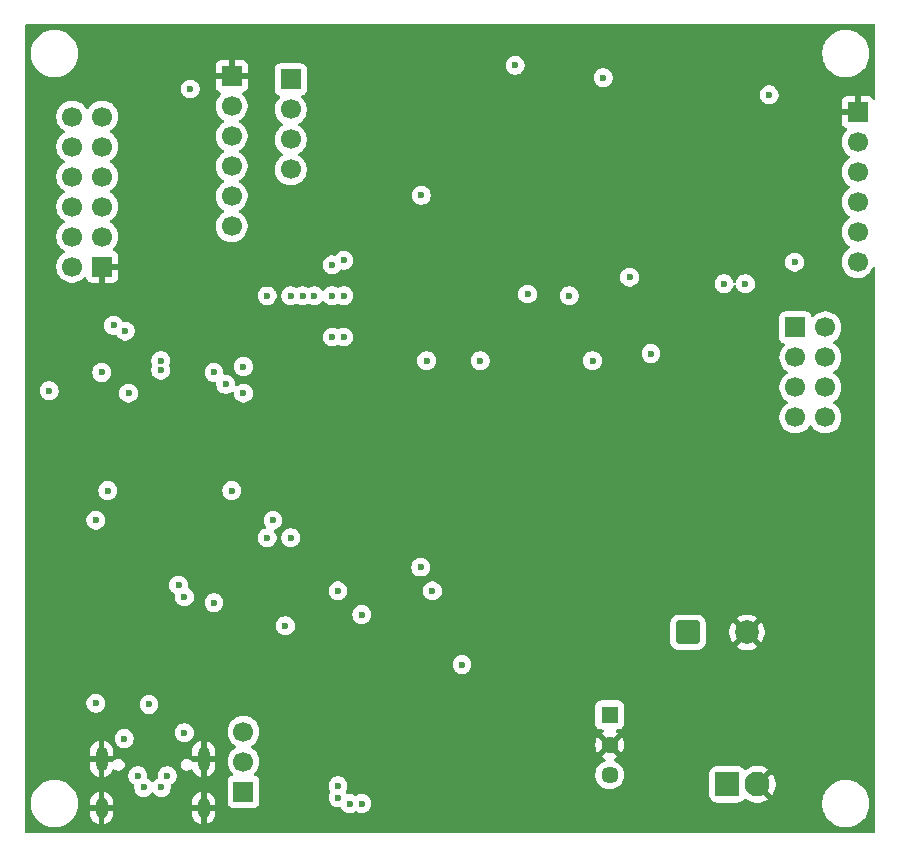
<source format=gbr>
%TF.GenerationSoftware,KiCad,Pcbnew,9.0.3*%
%TF.CreationDate,2025-07-12T21:01:37+12:00*%
%TF.ProjectId,RemiRAT,52656d69-5241-4542-9e6b-696361645f70,rev?*%
%TF.SameCoordinates,Original*%
%TF.FileFunction,Copper,L2,Inr*%
%TF.FilePolarity,Positive*%
%FSLAX46Y46*%
G04 Gerber Fmt 4.6, Leading zero omitted, Abs format (unit mm)*
G04 Created by KiCad (PCBNEW 9.0.3) date 2025-07-12 21:01:37*
%MOMM*%
%LPD*%
G01*
G04 APERTURE LIST*
G04 Aperture macros list*
%AMRoundRect*
0 Rectangle with rounded corners*
0 $1 Rounding radius*
0 $2 $3 $4 $5 $6 $7 $8 $9 X,Y pos of 4 corners*
0 Add a 4 corners polygon primitive as box body*
4,1,4,$2,$3,$4,$5,$6,$7,$8,$9,$2,$3,0*
0 Add four circle primitives for the rounded corners*
1,1,$1+$1,$2,$3*
1,1,$1+$1,$4,$5*
1,1,$1+$1,$6,$7*
1,1,$1+$1,$8,$9*
0 Add four rect primitives between the rounded corners*
20,1,$1+$1,$2,$3,$4,$5,0*
20,1,$1+$1,$4,$5,$6,$7,0*
20,1,$1+$1,$6,$7,$8,$9,0*
20,1,$1+$1,$8,$9,$2,$3,0*%
G04 Aperture macros list end*
%TA.AperFunction,ComponentPad*%
%ADD10RoundRect,0.250000X-0.750000X-0.750000X0.750000X-0.750000X0.750000X0.750000X-0.750000X0.750000X0*%
%TD*%
%TA.AperFunction,ComponentPad*%
%ADD11C,2.000000*%
%TD*%
%TA.AperFunction,ComponentPad*%
%ADD12R,1.700000X1.700000*%
%TD*%
%TA.AperFunction,ComponentPad*%
%ADD13C,1.700000*%
%TD*%
%TA.AperFunction,ComponentPad*%
%ADD14RoundRect,0.250001X-0.799999X-0.799999X0.799999X-0.799999X0.799999X0.799999X-0.799999X0.799999X0*%
%TD*%
%TA.AperFunction,ComponentPad*%
%ADD15C,2.100000*%
%TD*%
%TA.AperFunction,HeatsinkPad*%
%ADD16O,1.000000X2.100000*%
%TD*%
%TA.AperFunction,HeatsinkPad*%
%ADD17O,1.000000X1.800000*%
%TD*%
%TA.AperFunction,ComponentPad*%
%ADD18R,1.448000X1.448000*%
%TD*%
%TA.AperFunction,ComponentPad*%
%ADD19C,1.448000*%
%TD*%
%TA.AperFunction,ViaPad*%
%ADD20C,0.600000*%
%TD*%
G04 APERTURE END LIST*
D10*
%TO.N,VIN*%
%TO.C,C11*%
X173632323Y-103500000D03*
D11*
%TO.N,GND*%
X178632323Y-103500000D03*
%TD*%
D12*
%TO.N,VBUS*%
%TO.C,J11*%
X136000000Y-117000000D03*
D13*
X136000000Y-114460000D03*
X136000000Y-111920000D03*
%TD*%
D12*
%TO.N,GND*%
%TO.C,J3*%
X188000000Y-59460000D03*
D13*
%TO.N,ESP32TXD0*%
X188000000Y-62000000D03*
%TO.N,ESP32RXD0*%
X188000000Y-64540000D03*
%TO.N,3.3V*%
X188000000Y-67080000D03*
%TO.N,EN*%
X188000000Y-69620000D03*
%TO.N,IO0*%
X188000000Y-72160000D03*
%TD*%
D12*
%TO.N,IO17*%
%TO.C,J9*%
X182725000Y-77690000D03*
D13*
%TO.N,IO5*%
X185265000Y-77690000D03*
%TO.N,IO16*%
X182725000Y-80230000D03*
%TO.N,IO18*%
X185265000Y-80230000D03*
%TO.N,IO4*%
X182725000Y-82770000D03*
%TO.N,IO19*%
X185265000Y-82770000D03*
%TO.N,IO2*%
X182725000Y-85310000D03*
%TO.N,IO21*%
X185265000Y-85310000D03*
%TD*%
D14*
%TO.N,VIN*%
%TO.C,J10*%
X176960000Y-116367500D03*
D15*
%TO.N,GND*%
X179500000Y-116367500D03*
%TD*%
D12*
%TO.N,SAM-SPI-NPCS1*%
%TO.C,J7*%
X140000000Y-56690000D03*
D13*
%TO.N,SAM-SPI-MISO*%
X140000000Y-59230000D03*
%TO.N,SAM-SPI-SCK*%
X140000000Y-61770000D03*
%TO.N,SAM-SPI-MOSI*%
X140000000Y-64310000D03*
%TD*%
D16*
%TO.N,GND*%
%TO.C,J1*%
X123980000Y-114212500D03*
D17*
X123980000Y-118392500D03*
D16*
X132620000Y-114212500D03*
D17*
X132620000Y-118392500D03*
%TD*%
D18*
%TO.N,VIN*%
%TO.C,VR2*%
X167000000Y-110500000D03*
D19*
%TO.N,GND*%
X167000000Y-113040000D03*
%TO.N,VBUS*%
X167000000Y-115580000D03*
%TD*%
D12*
%TO.N,GND*%
%TO.C,J8*%
X124040000Y-72540000D03*
D13*
%TO.N,A1/PWML5/PC22*%
X121500000Y-72540000D03*
%TO.N,3.3VOUT*%
X124040000Y-70000000D03*
%TO.N,A2/PWML6/PC23*%
X121500000Y-70000000D03*
%TO.N,D14/PC16*%
X124040000Y-67460000D03*
%TO.N,RXD1/PA12*%
X121500000Y-67460000D03*
%TO.N,D15/PC17*%
X124040000Y-64920000D03*
%TO.N,TDX1/PA13*%
X121500000Y-64920000D03*
%TO.N,CANTX0/PA0*%
X124040000Y-62380000D03*
%TO.N,TWCK0/PA18*%
X121500000Y-62380000D03*
%TO.N,CANRX0/PA1*%
X124040000Y-59840000D03*
%TO.N,TWD0/PA17*%
X121500000Y-59840000D03*
%TD*%
D12*
%TO.N,GND*%
%TO.C,J6*%
X135000000Y-56420000D03*
D13*
%TO.N,UTXD/PA9*%
X135000000Y-58960000D03*
%TO.N,URXD/PA8*%
X135000000Y-61500000D03*
%TO.N,3.3V*%
X135000000Y-64040000D03*
%TO.N,NRSTB*%
X135000000Y-66580000D03*
%TO.N,ERASE/PC0*%
X135000000Y-69120000D03*
%TD*%
D20*
%TO.N,USBDP*%
X129550000Y-115637500D03*
X127550000Y-116637500D03*
%TO.N,USBDM*%
X129050000Y-116637500D03*
X127050000Y-115637500D03*
%TO.N,GND*%
X141450000Y-102950000D03*
X147500000Y-79750000D03*
X153255000Y-70000000D03*
X140000000Y-97000000D03*
X128500000Y-112000000D03*
X150500000Y-95750000D03*
X123500000Y-82500000D03*
X138020000Y-74020000D03*
X138000000Y-97000000D03*
X138500000Y-78500000D03*
X144000000Y-68000000D03*
X129250000Y-94750000D03*
X134480000Y-100980000D03*
X158050000Y-77000000D03*
X127000000Y-73500000D03*
X174500000Y-78000000D03*
X129000000Y-84250000D03*
X146500000Y-66500000D03*
X146000000Y-70000000D03*
X161550000Y-77000000D03*
X151000000Y-99000000D03*
%TO.N,VBUS*%
X130500000Y-99500000D03*
X125900000Y-112500000D03*
X128000000Y-109613500D03*
X123500000Y-109500000D03*
X131000000Y-112000000D03*
%TO.N,3.3V*%
X131500000Y-57500000D03*
X131000000Y-100500000D03*
X146000000Y-102000000D03*
X170500000Y-79900000D03*
X124000000Y-81500000D03*
X145000000Y-118000000D03*
X146000000Y-118000000D03*
X139550000Y-102950000D03*
X151000000Y-98000000D03*
X144000000Y-116500000D03*
X151055000Y-66500000D03*
X144000000Y-117500000D03*
X165550000Y-80500000D03*
X119550000Y-83050000D03*
X156050000Y-80500000D03*
X159000000Y-55500000D03*
%TO.N,VDDCORE*%
X138000000Y-95500000D03*
X151500000Y-80500000D03*
X133500000Y-101000000D03*
X144000000Y-100000000D03*
X126270000Y-83250000D03*
X140000000Y-95500000D03*
X138000000Y-75000000D03*
X136000000Y-83250000D03*
%TO.N,EN*%
X178500000Y-74000000D03*
X166460000Y-56540000D03*
%TO.N,IO22*%
X163591000Y-75000000D03*
X180500000Y-58000000D03*
X125000000Y-77500000D03*
%TO.N,IO0*%
X154500000Y-106230000D03*
X182660000Y-72160000D03*
%TO.N,IO26*%
X126000000Y-78000000D03*
X160050000Y-74862500D03*
%TO.N,TDI/IO12*%
X176690000Y-74000000D03*
X168690000Y-73425000D03*
%TO.N,UTXD/PA9*%
X142000000Y-75000000D03*
X136000000Y-81000000D03*
%TO.N,URXD/PA8*%
X141000000Y-75000000D03*
X134500000Y-82500000D03*
%TO.N,VDDPLL*%
X123500000Y-94000000D03*
X138500000Y-94000000D03*
%TO.N,NRSTB*%
X133500000Y-81500000D03*
X124500000Y-91500000D03*
X140000000Y-75000000D03*
X135000000Y-91500000D03*
X152000000Y-100000000D03*
%TO.N,TWCK0/PA18*%
X129000000Y-80500000D03*
%TO.N,TWD0/PA17*%
X129000000Y-81300003D03*
%TO.N,D15/PC17*%
X144500000Y-78500000D03*
X144500000Y-72000000D03*
X144500000Y-75000000D03*
%TO.N,D14/PC16*%
X143500000Y-78500000D03*
X143500000Y-72400000D03*
X143500000Y-75000000D03*
%TD*%
%TA.AperFunction,Conductor*%
%TO.N,GND*%
G36*
X189442539Y-52020185D02*
G01*
X189488294Y-52072989D01*
X189499500Y-52124500D01*
X189499500Y-58270730D01*
X189479815Y-58337769D01*
X189427011Y-58383524D01*
X189357853Y-58393468D01*
X189294297Y-58364443D01*
X189276234Y-58345042D01*
X189207187Y-58252809D01*
X189092093Y-58166649D01*
X189092086Y-58166645D01*
X188957379Y-58116403D01*
X188957372Y-58116401D01*
X188897844Y-58110000D01*
X188250000Y-58110000D01*
X188250000Y-59026988D01*
X188192993Y-58994075D01*
X188065826Y-58960000D01*
X187934174Y-58960000D01*
X187807007Y-58994075D01*
X187750000Y-59026988D01*
X187750000Y-58110000D01*
X187102155Y-58110000D01*
X187042627Y-58116401D01*
X187042620Y-58116403D01*
X186907913Y-58166645D01*
X186907906Y-58166649D01*
X186792812Y-58252809D01*
X186792809Y-58252812D01*
X186706649Y-58367906D01*
X186706645Y-58367913D01*
X186656403Y-58502620D01*
X186656401Y-58502627D01*
X186650000Y-58562155D01*
X186650000Y-59210000D01*
X187566988Y-59210000D01*
X187534075Y-59267007D01*
X187500000Y-59394174D01*
X187500000Y-59525826D01*
X187534075Y-59652993D01*
X187566988Y-59710000D01*
X186650000Y-59710000D01*
X186650000Y-60357844D01*
X186656401Y-60417372D01*
X186656403Y-60417379D01*
X186706645Y-60552086D01*
X186706649Y-60552093D01*
X186792809Y-60667187D01*
X186792812Y-60667190D01*
X186907906Y-60753350D01*
X186907913Y-60753354D01*
X187039470Y-60802422D01*
X187095404Y-60844293D01*
X187119821Y-60909758D01*
X187104969Y-60978031D01*
X187083819Y-61006285D01*
X186969889Y-61120215D01*
X186844951Y-61292179D01*
X186748444Y-61481585D01*
X186682753Y-61683760D01*
X186672494Y-61748536D01*
X186649500Y-61893713D01*
X186649500Y-62106287D01*
X186682754Y-62316243D01*
X186735252Y-62477816D01*
X186748444Y-62518414D01*
X186844951Y-62707820D01*
X186969890Y-62879786D01*
X187120213Y-63030109D01*
X187292182Y-63155050D01*
X187300946Y-63159516D01*
X187351742Y-63207491D01*
X187368536Y-63275312D01*
X187345998Y-63341447D01*
X187300946Y-63380484D01*
X187292182Y-63384949D01*
X187120213Y-63509890D01*
X186969890Y-63660213D01*
X186844951Y-63832179D01*
X186748444Y-64021585D01*
X186682753Y-64223760D01*
X186672494Y-64288536D01*
X186649500Y-64433713D01*
X186649500Y-64646287D01*
X186682754Y-64856243D01*
X186735252Y-65017816D01*
X186748444Y-65058414D01*
X186844951Y-65247820D01*
X186969890Y-65419786D01*
X187120213Y-65570109D01*
X187292182Y-65695050D01*
X187300946Y-65699516D01*
X187351742Y-65747491D01*
X187368536Y-65815312D01*
X187345998Y-65881447D01*
X187300946Y-65920484D01*
X187292182Y-65924949D01*
X187120213Y-66049890D01*
X186969890Y-66200213D01*
X186844951Y-66372179D01*
X186748444Y-66561585D01*
X186682753Y-66763760D01*
X186649500Y-66973713D01*
X186649500Y-67186286D01*
X186667589Y-67300499D01*
X186682754Y-67396243D01*
X186734075Y-67554193D01*
X186748444Y-67598414D01*
X186844951Y-67787820D01*
X186969890Y-67959786D01*
X187120213Y-68110109D01*
X187292182Y-68235050D01*
X187300946Y-68239516D01*
X187351742Y-68287491D01*
X187368536Y-68355312D01*
X187345998Y-68421447D01*
X187300946Y-68460484D01*
X187292182Y-68464949D01*
X187120213Y-68589890D01*
X186969890Y-68740213D01*
X186844951Y-68912179D01*
X186748444Y-69101585D01*
X186682753Y-69303760D01*
X186672494Y-69368536D01*
X186649500Y-69513713D01*
X186649500Y-69726287D01*
X186682754Y-69936243D01*
X186734075Y-70094193D01*
X186748444Y-70138414D01*
X186844951Y-70327820D01*
X186969890Y-70499786D01*
X187120213Y-70650109D01*
X187292182Y-70775050D01*
X187300946Y-70779516D01*
X187351742Y-70827491D01*
X187368536Y-70895312D01*
X187345998Y-70961447D01*
X187300946Y-71000484D01*
X187292182Y-71004949D01*
X187120213Y-71129890D01*
X186969890Y-71280213D01*
X186844951Y-71452179D01*
X186748444Y-71641585D01*
X186682753Y-71843760D01*
X186649500Y-72053713D01*
X186649500Y-72266286D01*
X186672895Y-72414000D01*
X186682754Y-72476243D01*
X186745803Y-72670288D01*
X186748444Y-72678414D01*
X186844951Y-72867820D01*
X186969890Y-73039786D01*
X187120213Y-73190109D01*
X187292179Y-73315048D01*
X187292181Y-73315049D01*
X187292184Y-73315051D01*
X187481588Y-73411557D01*
X187683757Y-73477246D01*
X187893713Y-73510500D01*
X187893714Y-73510500D01*
X188106286Y-73510500D01*
X188106287Y-73510500D01*
X188316243Y-73477246D01*
X188518412Y-73411557D01*
X188707816Y-73315051D01*
X188741467Y-73290602D01*
X188879786Y-73190109D01*
X188879788Y-73190106D01*
X188879792Y-73190104D01*
X189030104Y-73039792D01*
X189030106Y-73039788D01*
X189030109Y-73039786D01*
X189153902Y-72869397D01*
X189155051Y-72867816D01*
X189251557Y-72678412D01*
X189257569Y-72659907D01*
X189297006Y-72602232D01*
X189361365Y-72575034D01*
X189430211Y-72586949D01*
X189481687Y-72634193D01*
X189499500Y-72698226D01*
X189499500Y-120375500D01*
X189479815Y-120442539D01*
X189427011Y-120488294D01*
X189375500Y-120499500D01*
X117624500Y-120499500D01*
X117557461Y-120479815D01*
X117511706Y-120427011D01*
X117500500Y-120375500D01*
X117500500Y-117868872D01*
X117999500Y-117868872D01*
X117999500Y-118131127D01*
X118020436Y-118290140D01*
X118033730Y-118391116D01*
X118097380Y-118628663D01*
X118101602Y-118644418D01*
X118101605Y-118644428D01*
X118201953Y-118886690D01*
X118201958Y-118886700D01*
X118333075Y-119113803D01*
X118492718Y-119321851D01*
X118492726Y-119321860D01*
X118678140Y-119507274D01*
X118678148Y-119507281D01*
X118886196Y-119666924D01*
X119113299Y-119798041D01*
X119113309Y-119798046D01*
X119355571Y-119898394D01*
X119355581Y-119898398D01*
X119608884Y-119966270D01*
X119868880Y-120000500D01*
X119868887Y-120000500D01*
X120131113Y-120000500D01*
X120131120Y-120000500D01*
X120391116Y-119966270D01*
X120644419Y-119898398D01*
X120886697Y-119798043D01*
X121113803Y-119666924D01*
X121321851Y-119507282D01*
X121321855Y-119507277D01*
X121321860Y-119507274D01*
X121507274Y-119321860D01*
X121507277Y-119321855D01*
X121507282Y-119321851D01*
X121666924Y-119113803D01*
X121798043Y-118886697D01*
X121898398Y-118644419D01*
X121966270Y-118391116D01*
X122000500Y-118131120D01*
X122000500Y-117894004D01*
X122980000Y-117894004D01*
X122980000Y-118142500D01*
X123680000Y-118142500D01*
X123680000Y-118642500D01*
X122980000Y-118642500D01*
X122980000Y-118890995D01*
X123018427Y-119084181D01*
X123018430Y-119084193D01*
X123093807Y-119266171D01*
X123093814Y-119266184D01*
X123203248Y-119429962D01*
X123203251Y-119429966D01*
X123342533Y-119569248D01*
X123342537Y-119569251D01*
X123506315Y-119678685D01*
X123506328Y-119678692D01*
X123688308Y-119754069D01*
X123730000Y-119762362D01*
X123730000Y-118959488D01*
X123739940Y-118976705D01*
X123795795Y-119032560D01*
X123864204Y-119072056D01*
X123940504Y-119092500D01*
X124019496Y-119092500D01*
X124095796Y-119072056D01*
X124164205Y-119032560D01*
X124220060Y-118976705D01*
X124230000Y-118959488D01*
X124230000Y-119762362D01*
X124271690Y-119754069D01*
X124271692Y-119754069D01*
X124453671Y-119678692D01*
X124453684Y-119678685D01*
X124617462Y-119569251D01*
X124617466Y-119569248D01*
X124756748Y-119429966D01*
X124756751Y-119429962D01*
X124866185Y-119266184D01*
X124866192Y-119266171D01*
X124941569Y-119084193D01*
X124941572Y-119084181D01*
X124979999Y-118890995D01*
X124980000Y-118890992D01*
X124980000Y-118642500D01*
X124280000Y-118642500D01*
X124280000Y-118142500D01*
X124980000Y-118142500D01*
X124980000Y-117894008D01*
X124979999Y-117894004D01*
X131620000Y-117894004D01*
X131620000Y-118142500D01*
X132320000Y-118142500D01*
X132320000Y-118642500D01*
X131620000Y-118642500D01*
X131620000Y-118890995D01*
X131658427Y-119084181D01*
X131658430Y-119084193D01*
X131733807Y-119266171D01*
X131733814Y-119266184D01*
X131843248Y-119429962D01*
X131843251Y-119429966D01*
X131982533Y-119569248D01*
X131982537Y-119569251D01*
X132146315Y-119678685D01*
X132146328Y-119678692D01*
X132328308Y-119754069D01*
X132370000Y-119762362D01*
X132370000Y-118959488D01*
X132379940Y-118976705D01*
X132435795Y-119032560D01*
X132504204Y-119072056D01*
X132580504Y-119092500D01*
X132659496Y-119092500D01*
X132735796Y-119072056D01*
X132804205Y-119032560D01*
X132860060Y-118976705D01*
X132870000Y-118959488D01*
X132870000Y-119762362D01*
X132911690Y-119754069D01*
X132911692Y-119754069D01*
X133093671Y-119678692D01*
X133093684Y-119678685D01*
X133257462Y-119569251D01*
X133257466Y-119569248D01*
X133396748Y-119429966D01*
X133396751Y-119429962D01*
X133506185Y-119266184D01*
X133506192Y-119266171D01*
X133581569Y-119084193D01*
X133581572Y-119084181D01*
X133619999Y-118890995D01*
X133620000Y-118890992D01*
X133620000Y-118642500D01*
X132920000Y-118642500D01*
X132920000Y-118142500D01*
X133620000Y-118142500D01*
X133620000Y-117894008D01*
X133619999Y-117894004D01*
X133581572Y-117700818D01*
X133581569Y-117700806D01*
X133506192Y-117518828D01*
X133506185Y-117518815D01*
X133396751Y-117355037D01*
X133396748Y-117355033D01*
X133257466Y-117215751D01*
X133257462Y-117215748D01*
X133093684Y-117106314D01*
X133093671Y-117106307D01*
X132911691Y-117030929D01*
X132911683Y-117030927D01*
X132870000Y-117022635D01*
X132870000Y-117825511D01*
X132860060Y-117808295D01*
X132804205Y-117752440D01*
X132735796Y-117712944D01*
X132659496Y-117692500D01*
X132580504Y-117692500D01*
X132504204Y-117712944D01*
X132435795Y-117752440D01*
X132379940Y-117808295D01*
X132370000Y-117825511D01*
X132370000Y-117022636D01*
X132369999Y-117022635D01*
X132328316Y-117030927D01*
X132328308Y-117030929D01*
X132146328Y-117106307D01*
X132146315Y-117106314D01*
X131982537Y-117215748D01*
X131982533Y-117215751D01*
X131843251Y-117355033D01*
X131843248Y-117355037D01*
X131733814Y-117518815D01*
X131733807Y-117518828D01*
X131658430Y-117700806D01*
X131658427Y-117700818D01*
X131620000Y-117894004D01*
X124979999Y-117894004D01*
X124941572Y-117700818D01*
X124941569Y-117700806D01*
X124866192Y-117518828D01*
X124866185Y-117518815D01*
X124756751Y-117355037D01*
X124756748Y-117355033D01*
X124617466Y-117215751D01*
X124617462Y-117215748D01*
X124453684Y-117106314D01*
X124453671Y-117106307D01*
X124271691Y-117030929D01*
X124271683Y-117030927D01*
X124230000Y-117022635D01*
X124230000Y-117825511D01*
X124220060Y-117808295D01*
X124164205Y-117752440D01*
X124095796Y-117712944D01*
X124019496Y-117692500D01*
X123940504Y-117692500D01*
X123864204Y-117712944D01*
X123795795Y-117752440D01*
X123739940Y-117808295D01*
X123730000Y-117825511D01*
X123730000Y-117022636D01*
X123729999Y-117022635D01*
X123688316Y-117030927D01*
X123688308Y-117030929D01*
X123506328Y-117106307D01*
X123506315Y-117106314D01*
X123342537Y-117215748D01*
X123342533Y-117215751D01*
X123203251Y-117355033D01*
X123203248Y-117355037D01*
X123093814Y-117518815D01*
X123093807Y-117518828D01*
X123018430Y-117700806D01*
X123018427Y-117700818D01*
X122980000Y-117894004D01*
X122000500Y-117894004D01*
X122000500Y-117868880D01*
X121966270Y-117608884D01*
X121898398Y-117355581D01*
X121894505Y-117346182D01*
X121798046Y-117113309D01*
X121798041Y-117113299D01*
X121666924Y-116886196D01*
X121507281Y-116678148D01*
X121507274Y-116678140D01*
X121321860Y-116492726D01*
X121321851Y-116492718D01*
X121113803Y-116333075D01*
X120886700Y-116201958D01*
X120886690Y-116201953D01*
X120644428Y-116101605D01*
X120644421Y-116101603D01*
X120644419Y-116101602D01*
X120391116Y-116033730D01*
X120333339Y-116026123D01*
X120131127Y-115999500D01*
X120131120Y-115999500D01*
X119868880Y-115999500D01*
X119868872Y-115999500D01*
X119638795Y-116029792D01*
X119608884Y-116033730D01*
X119355581Y-116101602D01*
X119355571Y-116101605D01*
X119113309Y-116201953D01*
X119113299Y-116201958D01*
X118886196Y-116333075D01*
X118678148Y-116492718D01*
X118492718Y-116678148D01*
X118333075Y-116886196D01*
X118201958Y-117113299D01*
X118201953Y-117113309D01*
X118101605Y-117355571D01*
X118101602Y-117355581D01*
X118033730Y-117608884D01*
X118032158Y-117620827D01*
X117999500Y-117868872D01*
X117500500Y-117868872D01*
X117500500Y-113564004D01*
X122980000Y-113564004D01*
X122980000Y-113962500D01*
X123680000Y-113962500D01*
X123680000Y-114462500D01*
X122980000Y-114462500D01*
X122980000Y-114860995D01*
X123018427Y-115054181D01*
X123018430Y-115054193D01*
X123093807Y-115236171D01*
X123093814Y-115236184D01*
X123203248Y-115399962D01*
X123203251Y-115399966D01*
X123342533Y-115539248D01*
X123342537Y-115539251D01*
X123506315Y-115648685D01*
X123506328Y-115648692D01*
X123688308Y-115724069D01*
X123730000Y-115732362D01*
X123730000Y-114929488D01*
X123739940Y-114946705D01*
X123795795Y-115002560D01*
X123864204Y-115042056D01*
X123940504Y-115062500D01*
X124019496Y-115062500D01*
X124095796Y-115042056D01*
X124164205Y-115002560D01*
X124220060Y-114946705D01*
X124230000Y-114929488D01*
X124230000Y-115732362D01*
X124271690Y-115724069D01*
X124271692Y-115724069D01*
X124453671Y-115648692D01*
X124453684Y-115648685D01*
X124588425Y-115558653D01*
X126249500Y-115558653D01*
X126249500Y-115716346D01*
X126280261Y-115870989D01*
X126280264Y-115871001D01*
X126340602Y-116016672D01*
X126340609Y-116016685D01*
X126428210Y-116147788D01*
X126428213Y-116147792D01*
X126539707Y-116259286D01*
X126539711Y-116259289D01*
X126670817Y-116346892D01*
X126670819Y-116346893D01*
X126670821Y-116346894D01*
X126688402Y-116354176D01*
X126688409Y-116354179D01*
X126742812Y-116398020D01*
X126764877Y-116464314D01*
X126762573Y-116492931D01*
X126749500Y-116558653D01*
X126749500Y-116716346D01*
X126780261Y-116870989D01*
X126780264Y-116871001D01*
X126840602Y-117016672D01*
X126840609Y-117016685D01*
X126928210Y-117147788D01*
X126928213Y-117147792D01*
X127039707Y-117259286D01*
X127039711Y-117259289D01*
X127170814Y-117346890D01*
X127170827Y-117346897D01*
X127246432Y-117378213D01*
X127316503Y-117407237D01*
X127471153Y-117437999D01*
X127471156Y-117438000D01*
X127471158Y-117438000D01*
X127628844Y-117438000D01*
X127628845Y-117437999D01*
X127783497Y-117407237D01*
X127929179Y-117346894D01*
X128060289Y-117259289D01*
X128171789Y-117147789D01*
X128179145Y-117136779D01*
X128196898Y-117110212D01*
X128250510Y-117065406D01*
X128319835Y-117056699D01*
X128382862Y-117086853D01*
X128403102Y-117110212D01*
X128428207Y-117147784D01*
X128428213Y-117147792D01*
X128539707Y-117259286D01*
X128539711Y-117259289D01*
X128670814Y-117346890D01*
X128670827Y-117346897D01*
X128746432Y-117378213D01*
X128816503Y-117407237D01*
X128971153Y-117437999D01*
X128971156Y-117438000D01*
X128971158Y-117438000D01*
X129128844Y-117438000D01*
X129128845Y-117437999D01*
X129283497Y-117407237D01*
X129429179Y-117346894D01*
X129560289Y-117259289D01*
X129671789Y-117147789D01*
X129759394Y-117016679D01*
X129819737Y-116870997D01*
X129850500Y-116716342D01*
X129850500Y-116558658D01*
X129850500Y-116558655D01*
X129837426Y-116492931D01*
X129843653Y-116423340D01*
X129886515Y-116368162D01*
X129911589Y-116354179D01*
X129929179Y-116346894D01*
X130060289Y-116259289D01*
X130171789Y-116147789D01*
X130259394Y-116016679D01*
X130319737Y-115870997D01*
X130350500Y-115716342D01*
X130350500Y-115558658D01*
X130350500Y-115558655D01*
X130350499Y-115558653D01*
X130346639Y-115539248D01*
X130319737Y-115404003D01*
X130273867Y-115293262D01*
X130259397Y-115258327D01*
X130259390Y-115258314D01*
X130171789Y-115127211D01*
X130171786Y-115127207D01*
X130060292Y-115015713D01*
X130060288Y-115015710D01*
X129929185Y-114928109D01*
X129929172Y-114928102D01*
X129783501Y-114867764D01*
X129783489Y-114867761D01*
X129628845Y-114837000D01*
X129628842Y-114837000D01*
X129471158Y-114837000D01*
X129471155Y-114837000D01*
X129316510Y-114867761D01*
X129316498Y-114867764D01*
X129170827Y-114928102D01*
X129170814Y-114928109D01*
X129039711Y-115015710D01*
X129039707Y-115015713D01*
X128928213Y-115127207D01*
X128928210Y-115127211D01*
X128840609Y-115258314D01*
X128840602Y-115258327D01*
X128780264Y-115403998D01*
X128780261Y-115404010D01*
X128749500Y-115558653D01*
X128749500Y-115716346D01*
X128762573Y-115782068D01*
X128756346Y-115851659D01*
X128713483Y-115906837D01*
X128688411Y-115920819D01*
X128670826Y-115928103D01*
X128670814Y-115928109D01*
X128539711Y-116015710D01*
X128539707Y-116015713D01*
X128428213Y-116127207D01*
X128403102Y-116164789D01*
X128349489Y-116209593D01*
X128280164Y-116218300D01*
X128217137Y-116188145D01*
X128196898Y-116164789D01*
X128185538Y-116147788D01*
X128171789Y-116127211D01*
X128171788Y-116127210D01*
X128171786Y-116127207D01*
X128060292Y-116015713D01*
X128060288Y-116015710D01*
X127929185Y-115928109D01*
X127929179Y-115928106D01*
X127911589Y-115920820D01*
X127857186Y-115876978D01*
X127835122Y-115810684D01*
X127837426Y-115782068D01*
X127850500Y-115716342D01*
X127850500Y-115558658D01*
X127850500Y-115558655D01*
X127850499Y-115558653D01*
X127846639Y-115539248D01*
X127819737Y-115404003D01*
X127773867Y-115293262D01*
X127759397Y-115258327D01*
X127759390Y-115258314D01*
X127671789Y-115127211D01*
X127671786Y-115127207D01*
X127560292Y-115015713D01*
X127560288Y-115015710D01*
X127429185Y-114928109D01*
X127429172Y-114928102D01*
X127283501Y-114867764D01*
X127283489Y-114867761D01*
X127128845Y-114837000D01*
X127128842Y-114837000D01*
X126971158Y-114837000D01*
X126971155Y-114837000D01*
X126816510Y-114867761D01*
X126816498Y-114867764D01*
X126670827Y-114928102D01*
X126670814Y-114928109D01*
X126539711Y-115015710D01*
X126539707Y-115015713D01*
X126428213Y-115127207D01*
X126428210Y-115127211D01*
X126340609Y-115258314D01*
X126340602Y-115258327D01*
X126280264Y-115403998D01*
X126280261Y-115404010D01*
X126249500Y-115558653D01*
X124588425Y-115558653D01*
X124617462Y-115539251D01*
X124617466Y-115539248D01*
X124691830Y-115464885D01*
X124756748Y-115399966D01*
X124756751Y-115399962D01*
X124866185Y-115236184D01*
X124866192Y-115236171D01*
X124892647Y-115172303D01*
X124936487Y-115117899D01*
X125002781Y-115095834D01*
X125070481Y-115113113D01*
X125084187Y-115123761D01*
X125084574Y-115123258D01*
X125091016Y-115128201D01*
X125091019Y-115128204D01*
X125091022Y-115128205D01*
X125091025Y-115128208D01*
X125209473Y-115196593D01*
X125209480Y-115196597D01*
X125341606Y-115232000D01*
X125341608Y-115232000D01*
X125478392Y-115232000D01*
X125478394Y-115232000D01*
X125610520Y-115196597D01*
X125728981Y-115128204D01*
X125825704Y-115031481D01*
X125894097Y-114913020D01*
X125929500Y-114780894D01*
X125929500Y-114644106D01*
X130670500Y-114644106D01*
X130670500Y-114780894D01*
X130697776Y-114882687D01*
X130705903Y-114913019D01*
X130705906Y-114913026D01*
X130774291Y-115031474D01*
X130774295Y-115031479D01*
X130774296Y-115031481D01*
X130871019Y-115128204D01*
X130871021Y-115128205D01*
X130871025Y-115128208D01*
X130989473Y-115196593D01*
X130989480Y-115196597D01*
X131121606Y-115232000D01*
X131121608Y-115232000D01*
X131258392Y-115232000D01*
X131258394Y-115232000D01*
X131390520Y-115196597D01*
X131508981Y-115128204D01*
X131508986Y-115128198D01*
X131515426Y-115123258D01*
X131517150Y-115125505D01*
X131566401Y-115098596D01*
X131636094Y-115103562D01*
X131692038Y-115145418D01*
X131707352Y-115172302D01*
X131733809Y-115236174D01*
X131733814Y-115236184D01*
X131843248Y-115399962D01*
X131843251Y-115399966D01*
X131982533Y-115539248D01*
X131982537Y-115539251D01*
X132146315Y-115648685D01*
X132146328Y-115648692D01*
X132328308Y-115724069D01*
X132370000Y-115732362D01*
X132370000Y-114929488D01*
X132379940Y-114946705D01*
X132435795Y-115002560D01*
X132504204Y-115042056D01*
X132580504Y-115062500D01*
X132659496Y-115062500D01*
X132735796Y-115042056D01*
X132804205Y-115002560D01*
X132860060Y-114946705D01*
X132870000Y-114929488D01*
X132870000Y-115732362D01*
X132911690Y-115724069D01*
X132911692Y-115724069D01*
X133093671Y-115648692D01*
X133093684Y-115648685D01*
X133257462Y-115539251D01*
X133257466Y-115539248D01*
X133396748Y-115399966D01*
X133396751Y-115399962D01*
X133506185Y-115236184D01*
X133506192Y-115236171D01*
X133581569Y-115054193D01*
X133581572Y-115054181D01*
X133619999Y-114860995D01*
X133620000Y-114860992D01*
X133620000Y-114462500D01*
X132920000Y-114462500D01*
X132920000Y-113962500D01*
X133620000Y-113962500D01*
X133620000Y-113564008D01*
X133619999Y-113564004D01*
X133581572Y-113370818D01*
X133581569Y-113370806D01*
X133506192Y-113188828D01*
X133506185Y-113188815D01*
X133396751Y-113025037D01*
X133396748Y-113025033D01*
X133257466Y-112885751D01*
X133257462Y-112885748D01*
X133093684Y-112776314D01*
X133093671Y-112776307D01*
X132911691Y-112700929D01*
X132911683Y-112700927D01*
X132870000Y-112692635D01*
X132870000Y-113495511D01*
X132860060Y-113478295D01*
X132804205Y-113422440D01*
X132735796Y-113382944D01*
X132659496Y-113362500D01*
X132580504Y-113362500D01*
X132504204Y-113382944D01*
X132435795Y-113422440D01*
X132379940Y-113478295D01*
X132370000Y-113495511D01*
X132370000Y-112692636D01*
X132369999Y-112692635D01*
X132328316Y-112700927D01*
X132328308Y-112700929D01*
X132146328Y-112776307D01*
X132146315Y-112776314D01*
X131982537Y-112885748D01*
X131982533Y-112885751D01*
X131843251Y-113025033D01*
X131843248Y-113025037D01*
X131733814Y-113188815D01*
X131733807Y-113188828D01*
X131658430Y-113370806D01*
X131658427Y-113370818D01*
X131620000Y-113564004D01*
X131620000Y-113962500D01*
X132320000Y-113962500D01*
X132320000Y-114462500D01*
X131717122Y-114462500D01*
X131650083Y-114442815D01*
X131609735Y-114400501D01*
X131605704Y-114393519D01*
X131508982Y-114296797D01*
X131508974Y-114296791D01*
X131390526Y-114228406D01*
X131390522Y-114228404D01*
X131390520Y-114228403D01*
X131258394Y-114193000D01*
X131121606Y-114193000D01*
X130989480Y-114228403D01*
X130989473Y-114228406D01*
X130871025Y-114296791D01*
X130871017Y-114296797D01*
X130774297Y-114393517D01*
X130774291Y-114393525D01*
X130705906Y-114511973D01*
X130705904Y-114511977D01*
X130705903Y-114511980D01*
X130670500Y-114644106D01*
X125929500Y-114644106D01*
X125894097Y-114511980D01*
X125854165Y-114442815D01*
X125825708Y-114393525D01*
X125825702Y-114393517D01*
X125728982Y-114296797D01*
X125728974Y-114296791D01*
X125610526Y-114228406D01*
X125610522Y-114228404D01*
X125610520Y-114228403D01*
X125478394Y-114193000D01*
X125341606Y-114193000D01*
X125209480Y-114228403D01*
X125209473Y-114228406D01*
X125091025Y-114296791D01*
X125091017Y-114296797D01*
X124994295Y-114393519D01*
X124990265Y-114400501D01*
X124939697Y-114448716D01*
X124882878Y-114462500D01*
X124280000Y-114462500D01*
X124280000Y-113962500D01*
X124980000Y-113962500D01*
X124980000Y-113564008D01*
X124979999Y-113564004D01*
X124941572Y-113370818D01*
X124941569Y-113370806D01*
X124866192Y-113188828D01*
X124866185Y-113188815D01*
X124756751Y-113025037D01*
X124756748Y-113025033D01*
X124617466Y-112885751D01*
X124617462Y-112885748D01*
X124453684Y-112776314D01*
X124453671Y-112776307D01*
X124271691Y-112700929D01*
X124271683Y-112700927D01*
X124230000Y-112692635D01*
X124230000Y-113495511D01*
X124220060Y-113478295D01*
X124164205Y-113422440D01*
X124095796Y-113382944D01*
X124019496Y-113362500D01*
X123940504Y-113362500D01*
X123864204Y-113382944D01*
X123795795Y-113422440D01*
X123739940Y-113478295D01*
X123730000Y-113495511D01*
X123730000Y-112692636D01*
X123729999Y-112692635D01*
X123688316Y-112700927D01*
X123688308Y-112700929D01*
X123506328Y-112776307D01*
X123506315Y-112776314D01*
X123342537Y-112885748D01*
X123342533Y-112885751D01*
X123203251Y-113025033D01*
X123203248Y-113025037D01*
X123093814Y-113188815D01*
X123093807Y-113188828D01*
X123018430Y-113370806D01*
X123018427Y-113370818D01*
X122980000Y-113564004D01*
X117500500Y-113564004D01*
X117500500Y-112421153D01*
X125099500Y-112421153D01*
X125099500Y-112578846D01*
X125130261Y-112733489D01*
X125130264Y-112733501D01*
X125190602Y-112879172D01*
X125190609Y-112879185D01*
X125278210Y-113010288D01*
X125278213Y-113010292D01*
X125389707Y-113121786D01*
X125389711Y-113121789D01*
X125520814Y-113209390D01*
X125520827Y-113209397D01*
X125646489Y-113261447D01*
X125666503Y-113269737D01*
X125821078Y-113300484D01*
X125821153Y-113300499D01*
X125821156Y-113300500D01*
X125821158Y-113300500D01*
X125978844Y-113300500D01*
X125978845Y-113300499D01*
X126133497Y-113269737D01*
X126279179Y-113209394D01*
X126410289Y-113121789D01*
X126521789Y-113010289D01*
X126609394Y-112879179D01*
X126669737Y-112733497D01*
X126700500Y-112578842D01*
X126700500Y-112421158D01*
X126700500Y-112421155D01*
X126700499Y-112421153D01*
X126669738Y-112266510D01*
X126669737Y-112266503D01*
X126656062Y-112233489D01*
X126609397Y-112120827D01*
X126609390Y-112120814D01*
X126521790Y-111989712D01*
X126521784Y-111989705D01*
X126453232Y-111921153D01*
X130199500Y-111921153D01*
X130199500Y-112078846D01*
X130230261Y-112233489D01*
X130230264Y-112233501D01*
X130290602Y-112379172D01*
X130290609Y-112379185D01*
X130378210Y-112510288D01*
X130378213Y-112510292D01*
X130489707Y-112621786D01*
X130489711Y-112621789D01*
X130620814Y-112709390D01*
X130620827Y-112709397D01*
X130766498Y-112769735D01*
X130766503Y-112769737D01*
X130917569Y-112799786D01*
X130921153Y-112800499D01*
X130921156Y-112800500D01*
X130921158Y-112800500D01*
X131078844Y-112800500D01*
X131078845Y-112800499D01*
X131233497Y-112769737D01*
X131379179Y-112709394D01*
X131510289Y-112621789D01*
X131621789Y-112510289D01*
X131709394Y-112379179D01*
X131769737Y-112233497D01*
X131800500Y-112078842D01*
X131800500Y-111921158D01*
X131800500Y-111921155D01*
X131782971Y-111833033D01*
X131782971Y-111833032D01*
X131779128Y-111813713D01*
X134649500Y-111813713D01*
X134649500Y-112026286D01*
X134682319Y-112233501D01*
X134682754Y-112236243D01*
X134742835Y-112421153D01*
X134748444Y-112438414D01*
X134844951Y-112627820D01*
X134969890Y-112799786D01*
X135120213Y-112950109D01*
X135292182Y-113075050D01*
X135300946Y-113079516D01*
X135351742Y-113127491D01*
X135368536Y-113195312D01*
X135345998Y-113261447D01*
X135300946Y-113300484D01*
X135292182Y-113304949D01*
X135120213Y-113429890D01*
X134969890Y-113580213D01*
X134844951Y-113752179D01*
X134748444Y-113941585D01*
X134682753Y-114143760D01*
X134658515Y-114296796D01*
X134649500Y-114353713D01*
X134649500Y-114566287D01*
X134682754Y-114776243D01*
X134735384Y-114938222D01*
X134748444Y-114978414D01*
X134844951Y-115167820D01*
X134969890Y-115339786D01*
X135083430Y-115453326D01*
X135116915Y-115514649D01*
X135111931Y-115584341D01*
X135070059Y-115640274D01*
X135039083Y-115657189D01*
X134907669Y-115706203D01*
X134907664Y-115706206D01*
X134792455Y-115792452D01*
X134792452Y-115792455D01*
X134706206Y-115907664D01*
X134706202Y-115907671D01*
X134655908Y-116042517D01*
X134649556Y-116101602D01*
X134649501Y-116102123D01*
X134649500Y-116102135D01*
X134649500Y-117897870D01*
X134649501Y-117897876D01*
X134655908Y-117957483D01*
X134706202Y-118092328D01*
X134706206Y-118092335D01*
X134792452Y-118207544D01*
X134792455Y-118207547D01*
X134907664Y-118293793D01*
X134907671Y-118293797D01*
X135042517Y-118344091D01*
X135042516Y-118344091D01*
X135049444Y-118344835D01*
X135102127Y-118350500D01*
X136897872Y-118350499D01*
X136957483Y-118344091D01*
X137092331Y-118293796D01*
X137207546Y-118207546D01*
X137293796Y-118092331D01*
X137344091Y-117957483D01*
X137350500Y-117897873D01*
X137350499Y-116421153D01*
X143199500Y-116421153D01*
X143199500Y-116578846D01*
X143230261Y-116733489D01*
X143230264Y-116733501D01*
X143290602Y-116879172D01*
X143290609Y-116879185D01*
X143325304Y-116931109D01*
X143346182Y-116997786D01*
X143327698Y-117065167D01*
X143325304Y-117068891D01*
X143290609Y-117120814D01*
X143290602Y-117120827D01*
X143230264Y-117266498D01*
X143230261Y-117266510D01*
X143199500Y-117421153D01*
X143199500Y-117578846D01*
X143230261Y-117733489D01*
X143230264Y-117733501D01*
X143290602Y-117879172D01*
X143290609Y-117879185D01*
X143378210Y-118010288D01*
X143378213Y-118010292D01*
X143489707Y-118121786D01*
X143489711Y-118121789D01*
X143620814Y-118209390D01*
X143620827Y-118209397D01*
X143756450Y-118265573D01*
X143766503Y-118269737D01*
X143886736Y-118293653D01*
X143921153Y-118300499D01*
X143921156Y-118300500D01*
X143921158Y-118300500D01*
X144078843Y-118300500D01*
X144095304Y-118297225D01*
X144144568Y-118287426D01*
X144214158Y-118293653D01*
X144269336Y-118336515D01*
X144283320Y-118361589D01*
X144290606Y-118379179D01*
X144290609Y-118379185D01*
X144378210Y-118510288D01*
X144378213Y-118510292D01*
X144489707Y-118621786D01*
X144489711Y-118621789D01*
X144620814Y-118709390D01*
X144620827Y-118709397D01*
X144766498Y-118769735D01*
X144766503Y-118769737D01*
X144921153Y-118800499D01*
X144921156Y-118800500D01*
X144921158Y-118800500D01*
X145078844Y-118800500D01*
X145078845Y-118800499D01*
X145233497Y-118769737D01*
X145379179Y-118709394D01*
X145431110Y-118674694D01*
X145497785Y-118653816D01*
X145565165Y-118672300D01*
X145568863Y-118674676D01*
X145620821Y-118709394D01*
X145620823Y-118709395D01*
X145620825Y-118709396D01*
X145766498Y-118769735D01*
X145766503Y-118769737D01*
X145921153Y-118800499D01*
X145921156Y-118800500D01*
X145921158Y-118800500D01*
X146078844Y-118800500D01*
X146078845Y-118800499D01*
X146233497Y-118769737D01*
X146379179Y-118709394D01*
X146510289Y-118621789D01*
X146621789Y-118510289D01*
X146709394Y-118379179D01*
X146769737Y-118233497D01*
X146800500Y-118078842D01*
X146800500Y-117921158D01*
X146800500Y-117921155D01*
X146800499Y-117921153D01*
X146795868Y-117897870D01*
X146769737Y-117766503D01*
X146756062Y-117733489D01*
X146709397Y-117620827D01*
X146709390Y-117620814D01*
X146621789Y-117489711D01*
X146621786Y-117489707D01*
X146510292Y-117378213D01*
X146510288Y-117378210D01*
X146379185Y-117290609D01*
X146379172Y-117290602D01*
X146233501Y-117230264D01*
X146233489Y-117230261D01*
X146078845Y-117199500D01*
X146078842Y-117199500D01*
X145921158Y-117199500D01*
X145921155Y-117199500D01*
X145766510Y-117230261D01*
X145766498Y-117230264D01*
X145620827Y-117290602D01*
X145620814Y-117290609D01*
X145568891Y-117325304D01*
X145502214Y-117346182D01*
X145434833Y-117327698D01*
X145431109Y-117325304D01*
X145379185Y-117290609D01*
X145379172Y-117290602D01*
X145233501Y-117230264D01*
X145233489Y-117230261D01*
X145078845Y-117199500D01*
X145078842Y-117199500D01*
X144921158Y-117199500D01*
X144921153Y-117199500D01*
X144855431Y-117212573D01*
X144832053Y-117210481D01*
X144808704Y-117212891D01*
X144797899Y-117207425D01*
X144785839Y-117206346D01*
X144767302Y-117191945D01*
X144746358Y-117181350D01*
X144737888Y-117169095D01*
X144730662Y-117163482D01*
X144724330Y-117153775D01*
X144719970Y-117146356D01*
X144709394Y-117120821D01*
X144672695Y-117065897D01*
X144670886Y-117062819D01*
X144663226Y-117032268D01*
X144653816Y-117002215D01*
X144654796Y-116998641D01*
X144653895Y-116995046D01*
X144663969Y-116965201D01*
X144672300Y-116934835D01*
X144674676Y-116931136D01*
X144709394Y-116879179D01*
X144769737Y-116733497D01*
X144800500Y-116578842D01*
X144800500Y-116421158D01*
X144800500Y-116421155D01*
X144800499Y-116421153D01*
X144797088Y-116404003D01*
X144769737Y-116266503D01*
X144761040Y-116245506D01*
X144709397Y-116120827D01*
X144709390Y-116120814D01*
X144621789Y-115989711D01*
X144621786Y-115989707D01*
X144510292Y-115878213D01*
X144510288Y-115878210D01*
X144379185Y-115790609D01*
X144379172Y-115790602D01*
X144233501Y-115730264D01*
X144233489Y-115730261D01*
X144078845Y-115699500D01*
X144078842Y-115699500D01*
X143921158Y-115699500D01*
X143921155Y-115699500D01*
X143766510Y-115730261D01*
X143766498Y-115730264D01*
X143620827Y-115790602D01*
X143620814Y-115790609D01*
X143489711Y-115878210D01*
X143489707Y-115878213D01*
X143378213Y-115989707D01*
X143378210Y-115989711D01*
X143290609Y-116120814D01*
X143290602Y-116120827D01*
X143230264Y-116266498D01*
X143230261Y-116266510D01*
X143199500Y-116421153D01*
X137350499Y-116421153D01*
X137350499Y-116102128D01*
X137344091Y-116042517D01*
X137334456Y-116016685D01*
X137293797Y-115907671D01*
X137293793Y-115907664D01*
X137207547Y-115792455D01*
X137207544Y-115792452D01*
X137092335Y-115706206D01*
X137092328Y-115706202D01*
X136960917Y-115657189D01*
X136904983Y-115615318D01*
X136904982Y-115615317D01*
X136884080Y-115559275D01*
X136880566Y-115549853D01*
X136888293Y-115514335D01*
X136895418Y-115481579D01*
X136916563Y-115453332D01*
X137030104Y-115339792D01*
X137030106Y-115339788D01*
X137030109Y-115339786D01*
X137155048Y-115167820D01*
X137155047Y-115167820D01*
X137155051Y-115167816D01*
X137251557Y-114978412D01*
X137317246Y-114776243D01*
X137350500Y-114566287D01*
X137350500Y-114353713D01*
X137317246Y-114143757D01*
X137251557Y-113941588D01*
X137155051Y-113752184D01*
X137155049Y-113752181D01*
X137155048Y-113752179D01*
X137030109Y-113580213D01*
X136879786Y-113429890D01*
X136707820Y-113304951D01*
X136707115Y-113304591D01*
X136699054Y-113300485D01*
X136648259Y-113252512D01*
X136631463Y-113184692D01*
X136653999Y-113118556D01*
X136699054Y-113079515D01*
X136707816Y-113075051D01*
X136776655Y-113025037D01*
X136879786Y-112950109D01*
X136879788Y-112950106D01*
X136879792Y-112950104D01*
X137030104Y-112799792D01*
X137030106Y-112799788D01*
X137030109Y-112799786D01*
X137155048Y-112627820D01*
X137155047Y-112627820D01*
X137155051Y-112627816D01*
X137251557Y-112438412D01*
X137317246Y-112236243D01*
X137350500Y-112026287D01*
X137350500Y-111813713D01*
X137317246Y-111603757D01*
X137251557Y-111401588D01*
X137155051Y-111212184D01*
X137155049Y-111212181D01*
X137155048Y-111212179D01*
X137030109Y-111040213D01*
X136879786Y-110889890D01*
X136707820Y-110764951D01*
X136518414Y-110668444D01*
X136518413Y-110668443D01*
X136518412Y-110668443D01*
X136316243Y-110602754D01*
X136316241Y-110602753D01*
X136316240Y-110602753D01*
X136154957Y-110577208D01*
X136106287Y-110569500D01*
X135893713Y-110569500D01*
X135845042Y-110577208D01*
X135683760Y-110602753D01*
X135481585Y-110668444D01*
X135292179Y-110764951D01*
X135120213Y-110889890D01*
X134969890Y-111040213D01*
X134844951Y-111212179D01*
X134748444Y-111401585D01*
X134682753Y-111603760D01*
X134649500Y-111813713D01*
X131779128Y-111813713D01*
X131774531Y-111790602D01*
X131769737Y-111766503D01*
X131756109Y-111733602D01*
X131709397Y-111620827D01*
X131709390Y-111620814D01*
X131621789Y-111489711D01*
X131621786Y-111489707D01*
X131510292Y-111378213D01*
X131510288Y-111378210D01*
X131379185Y-111290609D01*
X131379172Y-111290602D01*
X131233501Y-111230264D01*
X131233489Y-111230261D01*
X131078845Y-111199500D01*
X131078842Y-111199500D01*
X130921158Y-111199500D01*
X130921155Y-111199500D01*
X130766510Y-111230261D01*
X130766498Y-111230264D01*
X130620827Y-111290602D01*
X130620814Y-111290609D01*
X130489711Y-111378210D01*
X130489707Y-111378213D01*
X130378213Y-111489707D01*
X130378210Y-111489711D01*
X130290609Y-111620814D01*
X130290602Y-111620827D01*
X130230264Y-111766498D01*
X130230261Y-111766510D01*
X130199500Y-111921153D01*
X126453232Y-111921153D01*
X126410292Y-111878213D01*
X126410288Y-111878210D01*
X126279185Y-111790609D01*
X126279172Y-111790602D01*
X126133501Y-111730264D01*
X126133489Y-111730261D01*
X125978845Y-111699500D01*
X125978842Y-111699500D01*
X125821158Y-111699500D01*
X125821155Y-111699500D01*
X125666510Y-111730261D01*
X125666498Y-111730264D01*
X125520827Y-111790602D01*
X125520814Y-111790609D01*
X125389711Y-111878210D01*
X125389707Y-111878213D01*
X125278213Y-111989707D01*
X125278210Y-111989711D01*
X125190609Y-112120814D01*
X125190602Y-112120827D01*
X125130264Y-112266498D01*
X125130261Y-112266510D01*
X125099500Y-112421153D01*
X117500500Y-112421153D01*
X117500500Y-109421153D01*
X122699500Y-109421153D01*
X122699500Y-109578846D01*
X122730261Y-109733489D01*
X122730264Y-109733501D01*
X122790602Y-109879172D01*
X122790609Y-109879185D01*
X122878210Y-110010288D01*
X122878213Y-110010292D01*
X122989707Y-110121786D01*
X122989711Y-110121789D01*
X123120814Y-110209390D01*
X123120827Y-110209397D01*
X123266498Y-110269735D01*
X123266503Y-110269737D01*
X123421153Y-110300499D01*
X123421156Y-110300500D01*
X123421158Y-110300500D01*
X123578844Y-110300500D01*
X123578845Y-110300499D01*
X123733497Y-110269737D01*
X123879179Y-110209394D01*
X124010289Y-110121789D01*
X124121789Y-110010289D01*
X124209394Y-109879179D01*
X124269737Y-109733497D01*
X124300500Y-109578842D01*
X124300500Y-109534653D01*
X127199500Y-109534653D01*
X127199500Y-109692346D01*
X127230261Y-109846989D01*
X127230264Y-109847001D01*
X127290602Y-109992672D01*
X127290609Y-109992685D01*
X127378210Y-110123788D01*
X127378213Y-110123792D01*
X127489707Y-110235286D01*
X127489711Y-110235289D01*
X127620814Y-110322890D01*
X127620827Y-110322897D01*
X127766498Y-110383235D01*
X127766503Y-110383237D01*
X127921153Y-110413999D01*
X127921156Y-110414000D01*
X127921158Y-110414000D01*
X128078844Y-110414000D01*
X128078845Y-110413999D01*
X128233497Y-110383237D01*
X128379179Y-110322894D01*
X128510289Y-110235289D01*
X128621789Y-110123789D01*
X128709394Y-109992679D01*
X128769737Y-109846997D01*
X128792314Y-109733497D01*
X128793381Y-109728135D01*
X165775500Y-109728135D01*
X165775500Y-111271870D01*
X165775501Y-111271876D01*
X165781908Y-111331483D01*
X165832202Y-111466328D01*
X165832206Y-111466335D01*
X165918452Y-111581544D01*
X165918455Y-111581547D01*
X166033664Y-111667793D01*
X166033671Y-111667797D01*
X166168517Y-111718091D01*
X166168516Y-111718091D01*
X166175444Y-111718835D01*
X166228127Y-111724500D01*
X166369227Y-111724499D01*
X166436264Y-111744183D01*
X166482019Y-111796987D01*
X166491963Y-111866145D01*
X166462939Y-111929701D01*
X166425521Y-111958983D01*
X166358484Y-111993141D01*
X166328487Y-112014933D01*
X166328487Y-112014934D01*
X166895085Y-112581531D01*
X166818587Y-112602029D01*
X166711413Y-112663906D01*
X166623906Y-112751413D01*
X166562029Y-112858587D01*
X166541531Y-112935084D01*
X165974934Y-112368487D01*
X165974933Y-112368487D01*
X165953142Y-112398481D01*
X165865676Y-112570144D01*
X165806138Y-112753381D01*
X165776000Y-112943669D01*
X165776000Y-113136330D01*
X165806138Y-113326618D01*
X165865676Y-113509855D01*
X165953140Y-113681514D01*
X165974934Y-113711511D01*
X166541531Y-113144914D01*
X166562029Y-113221413D01*
X166623906Y-113328587D01*
X166711413Y-113416094D01*
X166818587Y-113477971D01*
X166895084Y-113498468D01*
X166328486Y-114065064D01*
X166328487Y-114065065D01*
X166358473Y-114086851D01*
X166358482Y-114086857D01*
X166530145Y-114174324D01*
X166583947Y-114191805D01*
X166641623Y-114231241D01*
X166668822Y-114295600D01*
X166656908Y-114364446D01*
X166609664Y-114415923D01*
X166583950Y-114427666D01*
X166529960Y-114445209D01*
X166358221Y-114532714D01*
X166269257Y-114597350D01*
X166202292Y-114646004D01*
X166202290Y-114646006D01*
X166202289Y-114646006D01*
X166066006Y-114782289D01*
X166066006Y-114782290D01*
X166066004Y-114782292D01*
X166033158Y-114827501D01*
X165952714Y-114938221D01*
X165865210Y-115109957D01*
X165805652Y-115293257D01*
X165805652Y-115293260D01*
X165778831Y-115462597D01*
X165775500Y-115483630D01*
X165775500Y-115676370D01*
X165790576Y-115771554D01*
X165805652Y-115866739D01*
X165805652Y-115866742D01*
X165865210Y-116050042D01*
X165891750Y-116102129D01*
X165952714Y-116221778D01*
X166066004Y-116377708D01*
X166202292Y-116513996D01*
X166358222Y-116627286D01*
X166458029Y-116678140D01*
X166529957Y-116714789D01*
X166700933Y-116770342D01*
X166713262Y-116774348D01*
X166903630Y-116804500D01*
X166903631Y-116804500D01*
X167096369Y-116804500D01*
X167096370Y-116804500D01*
X167286738Y-116774348D01*
X167286741Y-116774347D01*
X167286742Y-116774347D01*
X167470042Y-116714789D01*
X167470042Y-116714788D01*
X167470045Y-116714788D01*
X167641778Y-116627286D01*
X167797708Y-116513996D01*
X167933996Y-116377708D01*
X168047286Y-116221778D01*
X168134788Y-116050045D01*
X168145944Y-116015710D01*
X168194347Y-115866742D01*
X168194347Y-115866741D01*
X168194348Y-115866738D01*
X168224500Y-115676370D01*
X168224500Y-115517484D01*
X175409500Y-115517484D01*
X175409500Y-117217515D01*
X175420000Y-117320295D01*
X175420001Y-117320297D01*
X175447593Y-117403565D01*
X175475186Y-117486835D01*
X175475187Y-117486837D01*
X175567286Y-117636151D01*
X175567289Y-117636155D01*
X175691344Y-117760210D01*
X175691348Y-117760213D01*
X175840662Y-117852312D01*
X175840664Y-117852313D01*
X175840666Y-117852314D01*
X176007203Y-117907499D01*
X176109992Y-117918000D01*
X176109997Y-117918000D01*
X177810003Y-117918000D01*
X177810008Y-117918000D01*
X177912797Y-117907499D01*
X178079334Y-117852314D01*
X178228655Y-117760211D01*
X178352711Y-117636155D01*
X178361845Y-117621345D01*
X178413789Y-117574620D01*
X178482752Y-117563395D01*
X178540271Y-117586121D01*
X178687622Y-117693178D01*
X178905001Y-117803939D01*
X179137040Y-117879334D01*
X179378007Y-117917500D01*
X179621993Y-117917500D01*
X179862959Y-117879334D01*
X179895157Y-117868872D01*
X184999500Y-117868872D01*
X184999500Y-118131127D01*
X185020436Y-118290140D01*
X185033730Y-118391116D01*
X185097380Y-118628663D01*
X185101602Y-118644418D01*
X185101605Y-118644428D01*
X185201953Y-118886690D01*
X185201958Y-118886700D01*
X185333075Y-119113803D01*
X185492718Y-119321851D01*
X185492726Y-119321860D01*
X185678140Y-119507274D01*
X185678148Y-119507281D01*
X185886196Y-119666924D01*
X186113299Y-119798041D01*
X186113309Y-119798046D01*
X186355571Y-119898394D01*
X186355581Y-119898398D01*
X186608884Y-119966270D01*
X186868880Y-120000500D01*
X186868887Y-120000500D01*
X187131113Y-120000500D01*
X187131120Y-120000500D01*
X187391116Y-119966270D01*
X187644419Y-119898398D01*
X187886697Y-119798043D01*
X188113803Y-119666924D01*
X188321851Y-119507282D01*
X188321855Y-119507277D01*
X188321860Y-119507274D01*
X188507274Y-119321860D01*
X188507277Y-119321855D01*
X188507282Y-119321851D01*
X188666924Y-119113803D01*
X188798043Y-118886697D01*
X188898398Y-118644419D01*
X188966270Y-118391116D01*
X189000500Y-118131120D01*
X189000500Y-117868880D01*
X188966270Y-117608884D01*
X188898398Y-117355581D01*
X188894505Y-117346182D01*
X188798046Y-117113309D01*
X188798041Y-117113299D01*
X188666924Y-116886196D01*
X188507281Y-116678148D01*
X188507274Y-116678140D01*
X188321860Y-116492726D01*
X188321851Y-116492718D01*
X188113803Y-116333075D01*
X187886700Y-116201958D01*
X187886690Y-116201953D01*
X187644428Y-116101605D01*
X187644421Y-116101603D01*
X187644419Y-116101602D01*
X187391116Y-116033730D01*
X187333339Y-116026123D01*
X187131127Y-115999500D01*
X187131120Y-115999500D01*
X186868880Y-115999500D01*
X186868872Y-115999500D01*
X186638795Y-116029792D01*
X186608884Y-116033730D01*
X186355581Y-116101602D01*
X186355571Y-116101605D01*
X186113309Y-116201953D01*
X186113299Y-116201958D01*
X185886196Y-116333075D01*
X185678148Y-116492718D01*
X185492718Y-116678148D01*
X185333075Y-116886196D01*
X185201958Y-117113299D01*
X185201953Y-117113309D01*
X185101605Y-117355571D01*
X185101602Y-117355581D01*
X185033730Y-117608884D01*
X185032158Y-117620827D01*
X184999500Y-117868872D01*
X179895157Y-117868872D01*
X180094998Y-117803939D01*
X180192349Y-117754336D01*
X180312377Y-117693178D01*
X180404901Y-117625954D01*
X180404902Y-117625954D01*
X179670234Y-116891287D01*
X179712292Y-116880018D01*
X179837708Y-116807610D01*
X179940110Y-116705208D01*
X180012518Y-116579792D01*
X180023787Y-116537735D01*
X180758454Y-117272402D01*
X180758454Y-117272401D01*
X180825678Y-117179877D01*
X180936439Y-116962498D01*
X181011834Y-116730459D01*
X181050000Y-116489493D01*
X181050000Y-116245506D01*
X181011834Y-116004540D01*
X180936439Y-115772501D01*
X180825676Y-115555119D01*
X180758456Y-115462597D01*
X180758454Y-115462596D01*
X180023787Y-116197264D01*
X180012518Y-116155208D01*
X179940110Y-116029792D01*
X179837708Y-115927390D01*
X179712292Y-115854982D01*
X179670233Y-115843712D01*
X180404902Y-115109044D01*
X180404901Y-115109043D01*
X180312380Y-115041823D01*
X180094998Y-114931060D01*
X179862959Y-114855665D01*
X179621993Y-114817500D01*
X179378007Y-114817500D01*
X179137040Y-114855665D01*
X178905001Y-114931060D01*
X178687623Y-115041820D01*
X178540270Y-115148878D01*
X178474463Y-115172357D01*
X178406409Y-115156531D01*
X178361847Y-115113657D01*
X178352711Y-115098845D01*
X178228655Y-114974789D01*
X178228651Y-114974786D01*
X178079337Y-114882687D01*
X178079335Y-114882686D01*
X177996065Y-114855093D01*
X177912797Y-114827501D01*
X177912795Y-114827500D01*
X177810015Y-114817000D01*
X177810008Y-114817000D01*
X176109992Y-114817000D01*
X176109984Y-114817000D01*
X176007204Y-114827500D01*
X176007203Y-114827501D01*
X175840664Y-114882686D01*
X175840662Y-114882687D01*
X175691348Y-114974786D01*
X175691344Y-114974789D01*
X175567289Y-115098844D01*
X175567286Y-115098848D01*
X175475187Y-115248162D01*
X175475186Y-115248164D01*
X175420001Y-115414703D01*
X175420000Y-115414704D01*
X175409500Y-115517484D01*
X168224500Y-115517484D01*
X168224500Y-115483630D01*
X168194348Y-115293262D01*
X168194347Y-115293258D01*
X168194347Y-115293257D01*
X168134789Y-115109957D01*
X168127593Y-115095834D01*
X168047286Y-114938222D01*
X167933996Y-114782292D01*
X167797708Y-114646004D01*
X167641778Y-114532714D01*
X167470045Y-114445212D01*
X167470044Y-114445211D01*
X167470043Y-114445211D01*
X167416050Y-114427667D01*
X167358375Y-114388229D01*
X167331177Y-114323870D01*
X167343092Y-114255024D01*
X167390337Y-114203548D01*
X167416053Y-114191804D01*
X167469857Y-114174322D01*
X167641516Y-114086858D01*
X167671511Y-114065065D01*
X167671511Y-114065064D01*
X167104915Y-113498467D01*
X167181413Y-113477971D01*
X167288587Y-113416094D01*
X167376094Y-113328587D01*
X167437971Y-113221413D01*
X167458468Y-113144915D01*
X168025064Y-113711511D01*
X168025065Y-113711511D01*
X168046858Y-113681516D01*
X168134323Y-113509855D01*
X168193861Y-113326618D01*
X168224000Y-113136330D01*
X168224000Y-112943669D01*
X168193861Y-112753381D01*
X168134323Y-112570144D01*
X168046857Y-112398482D01*
X168046851Y-112398473D01*
X168025065Y-112368487D01*
X168025064Y-112368486D01*
X167458467Y-112935083D01*
X167437971Y-112858587D01*
X167376094Y-112751413D01*
X167288587Y-112663906D01*
X167181413Y-112602029D01*
X167104914Y-112581531D01*
X167671511Y-112014934D01*
X167641514Y-111993140D01*
X167574478Y-111958984D01*
X167523682Y-111911009D01*
X167506887Y-111843188D01*
X167529424Y-111777053D01*
X167584140Y-111733602D01*
X167630772Y-111724499D01*
X167771872Y-111724499D01*
X167831483Y-111718091D01*
X167966331Y-111667796D01*
X168081546Y-111581546D01*
X168167796Y-111466331D01*
X168218091Y-111331483D01*
X168224500Y-111271873D01*
X168224499Y-109728128D01*
X168218091Y-109668517D01*
X168184644Y-109578842D01*
X168167797Y-109533671D01*
X168167793Y-109533664D01*
X168081547Y-109418455D01*
X168081544Y-109418452D01*
X167966335Y-109332206D01*
X167966328Y-109332202D01*
X167831482Y-109281908D01*
X167831483Y-109281908D01*
X167771883Y-109275501D01*
X167771881Y-109275500D01*
X167771873Y-109275500D01*
X167771864Y-109275500D01*
X166228129Y-109275500D01*
X166228123Y-109275501D01*
X166168516Y-109281908D01*
X166033671Y-109332202D01*
X166033664Y-109332206D01*
X165918455Y-109418452D01*
X165918452Y-109418455D01*
X165832206Y-109533664D01*
X165832202Y-109533671D01*
X165781908Y-109668517D01*
X165775501Y-109728116D01*
X165775501Y-109728123D01*
X165775500Y-109728135D01*
X128793381Y-109728135D01*
X128798855Y-109700615D01*
X128798855Y-109700614D01*
X128800500Y-109692344D01*
X128800500Y-109534655D01*
X128800499Y-109534653D01*
X128777923Y-109421158D01*
X128769737Y-109380003D01*
X128749938Y-109332204D01*
X128709397Y-109234327D01*
X128709390Y-109234314D01*
X128621789Y-109103211D01*
X128621786Y-109103207D01*
X128510292Y-108991713D01*
X128510288Y-108991710D01*
X128379185Y-108904109D01*
X128379172Y-108904102D01*
X128233501Y-108843764D01*
X128233489Y-108843761D01*
X128078845Y-108813000D01*
X128078842Y-108813000D01*
X127921158Y-108813000D01*
X127921155Y-108813000D01*
X127766510Y-108843761D01*
X127766498Y-108843764D01*
X127620827Y-108904102D01*
X127620814Y-108904109D01*
X127489711Y-108991710D01*
X127489707Y-108991713D01*
X127378213Y-109103207D01*
X127378210Y-109103211D01*
X127290609Y-109234314D01*
X127290602Y-109234327D01*
X127230264Y-109379998D01*
X127230261Y-109380010D01*
X127199500Y-109534653D01*
X124300500Y-109534653D01*
X124300500Y-109421158D01*
X124300500Y-109421155D01*
X124300499Y-109421153D01*
X124272801Y-109281908D01*
X124269737Y-109266503D01*
X124269735Y-109266498D01*
X124209397Y-109120827D01*
X124209390Y-109120814D01*
X124121789Y-108989711D01*
X124121786Y-108989707D01*
X124010292Y-108878213D01*
X124010288Y-108878210D01*
X123879185Y-108790609D01*
X123879172Y-108790602D01*
X123733501Y-108730264D01*
X123733489Y-108730261D01*
X123578845Y-108699500D01*
X123578842Y-108699500D01*
X123421158Y-108699500D01*
X123421155Y-108699500D01*
X123266510Y-108730261D01*
X123266498Y-108730264D01*
X123120827Y-108790602D01*
X123120814Y-108790609D01*
X122989711Y-108878210D01*
X122989707Y-108878213D01*
X122878213Y-108989707D01*
X122878210Y-108989711D01*
X122790609Y-109120814D01*
X122790602Y-109120827D01*
X122730264Y-109266498D01*
X122730261Y-109266510D01*
X122699500Y-109421153D01*
X117500500Y-109421153D01*
X117500500Y-106151153D01*
X153699500Y-106151153D01*
X153699500Y-106308846D01*
X153730261Y-106463489D01*
X153730264Y-106463501D01*
X153790602Y-106609172D01*
X153790609Y-106609185D01*
X153878210Y-106740288D01*
X153878213Y-106740292D01*
X153989707Y-106851786D01*
X153989711Y-106851789D01*
X154120814Y-106939390D01*
X154120827Y-106939397D01*
X154266498Y-106999735D01*
X154266503Y-106999737D01*
X154421153Y-107030499D01*
X154421156Y-107030500D01*
X154421158Y-107030500D01*
X154578844Y-107030500D01*
X154578845Y-107030499D01*
X154733497Y-106999737D01*
X154879179Y-106939394D01*
X155010289Y-106851789D01*
X155121789Y-106740289D01*
X155209394Y-106609179D01*
X155269737Y-106463497D01*
X155300500Y-106308842D01*
X155300500Y-106151158D01*
X155300500Y-106151155D01*
X155300499Y-106151153D01*
X155269738Y-105996510D01*
X155269737Y-105996503D01*
X155269735Y-105996498D01*
X155209397Y-105850827D01*
X155209390Y-105850814D01*
X155121789Y-105719711D01*
X155121786Y-105719707D01*
X155010292Y-105608213D01*
X155010288Y-105608210D01*
X154879185Y-105520609D01*
X154879172Y-105520602D01*
X154733501Y-105460264D01*
X154733489Y-105460261D01*
X154578845Y-105429500D01*
X154578842Y-105429500D01*
X154421158Y-105429500D01*
X154421155Y-105429500D01*
X154266510Y-105460261D01*
X154266498Y-105460264D01*
X154120827Y-105520602D01*
X154120814Y-105520609D01*
X153989711Y-105608210D01*
X153989707Y-105608213D01*
X153878213Y-105719707D01*
X153878210Y-105719711D01*
X153790609Y-105850814D01*
X153790602Y-105850827D01*
X153730264Y-105996498D01*
X153730261Y-105996510D01*
X153699500Y-106151153D01*
X117500500Y-106151153D01*
X117500500Y-102871153D01*
X138749500Y-102871153D01*
X138749500Y-103028846D01*
X138780261Y-103183489D01*
X138780264Y-103183501D01*
X138840602Y-103329172D01*
X138840609Y-103329185D01*
X138928210Y-103460288D01*
X138928213Y-103460292D01*
X139039707Y-103571786D01*
X139039711Y-103571789D01*
X139170814Y-103659390D01*
X139170827Y-103659397D01*
X139316498Y-103719735D01*
X139316503Y-103719737D01*
X139471153Y-103750499D01*
X139471156Y-103750500D01*
X139471158Y-103750500D01*
X139628844Y-103750500D01*
X139628845Y-103750499D01*
X139783497Y-103719737D01*
X139929179Y-103659394D01*
X140060289Y-103571789D01*
X140171789Y-103460289D01*
X140259394Y-103329179D01*
X140319737Y-103183497D01*
X140350500Y-103028842D01*
X140350500Y-102871158D01*
X140350500Y-102871155D01*
X140350499Y-102871153D01*
X140330326Y-102769737D01*
X140319737Y-102716503D01*
X140316791Y-102709390D01*
X140259397Y-102570827D01*
X140259390Y-102570814D01*
X140171789Y-102439711D01*
X140171786Y-102439707D01*
X140060292Y-102328213D01*
X140060288Y-102328210D01*
X139929185Y-102240609D01*
X139929172Y-102240602D01*
X139783501Y-102180264D01*
X139783489Y-102180261D01*
X139628845Y-102149500D01*
X139628842Y-102149500D01*
X139471158Y-102149500D01*
X139471155Y-102149500D01*
X139316510Y-102180261D01*
X139316498Y-102180264D01*
X139170827Y-102240602D01*
X139170814Y-102240609D01*
X139039711Y-102328210D01*
X139039707Y-102328213D01*
X138928213Y-102439707D01*
X138928210Y-102439711D01*
X138840609Y-102570814D01*
X138840602Y-102570827D01*
X138780264Y-102716498D01*
X138780261Y-102716510D01*
X138749500Y-102871153D01*
X117500500Y-102871153D01*
X117500500Y-101921153D01*
X145199500Y-101921153D01*
X145199500Y-102078846D01*
X145230261Y-102233489D01*
X145230264Y-102233501D01*
X145290602Y-102379172D01*
X145290609Y-102379185D01*
X145378210Y-102510288D01*
X145378213Y-102510292D01*
X145489707Y-102621786D01*
X145489711Y-102621789D01*
X145620814Y-102709390D01*
X145620827Y-102709397D01*
X145766498Y-102769735D01*
X145766503Y-102769737D01*
X145921153Y-102800499D01*
X145921156Y-102800500D01*
X145921158Y-102800500D01*
X146078844Y-102800500D01*
X146078845Y-102800499D01*
X146233497Y-102769737D01*
X146362028Y-102716498D01*
X146379172Y-102709397D01*
X146379172Y-102709396D01*
X146379179Y-102709394D01*
X146393264Y-102699983D01*
X172131823Y-102699983D01*
X172131823Y-104300001D01*
X172131824Y-104300018D01*
X172142323Y-104402796D01*
X172142324Y-104402799D01*
X172197508Y-104569331D01*
X172197509Y-104569334D01*
X172289611Y-104718656D01*
X172413667Y-104842712D01*
X172562989Y-104934814D01*
X172729526Y-104989999D01*
X172832314Y-105000500D01*
X174432331Y-105000499D01*
X174535120Y-104989999D01*
X174701657Y-104934814D01*
X174850979Y-104842712D01*
X174975035Y-104718656D01*
X175067137Y-104569334D01*
X175122322Y-104402797D01*
X175132823Y-104300009D01*
X175132822Y-103381947D01*
X177132323Y-103381947D01*
X177132323Y-103618052D01*
X177169257Y-103851247D01*
X177242220Y-104075802D01*
X177349410Y-104286174D01*
X177409661Y-104369104D01*
X177409663Y-104369105D01*
X178149360Y-103629408D01*
X178166398Y-103692993D01*
X178232224Y-103807007D01*
X178325316Y-103900099D01*
X178439330Y-103965925D01*
X178502913Y-103982962D01*
X177763216Y-104722658D01*
X177846151Y-104782914D01*
X178056520Y-104890102D01*
X178281075Y-104963065D01*
X178281074Y-104963065D01*
X178514271Y-105000000D01*
X178750375Y-105000000D01*
X178983570Y-104963065D01*
X179208125Y-104890102D01*
X179418486Y-104782918D01*
X179418492Y-104782914D01*
X179501427Y-104722658D01*
X179501428Y-104722658D01*
X178761731Y-103982962D01*
X178825316Y-103965925D01*
X178939330Y-103900099D01*
X179032422Y-103807007D01*
X179098248Y-103692993D01*
X179115285Y-103629408D01*
X179854981Y-104369105D01*
X179854981Y-104369104D01*
X179915237Y-104286169D01*
X179915241Y-104286163D01*
X180022425Y-104075802D01*
X180095388Y-103851247D01*
X180132323Y-103618052D01*
X180132323Y-103381947D01*
X180095388Y-103148752D01*
X180022425Y-102924197D01*
X179915237Y-102713828D01*
X179854981Y-102630894D01*
X179854981Y-102630893D01*
X179115285Y-103370590D01*
X179098248Y-103307007D01*
X179032422Y-103192993D01*
X178939330Y-103099901D01*
X178825316Y-103034075D01*
X178761732Y-103017037D01*
X179501428Y-102277340D01*
X179501427Y-102277338D01*
X179418497Y-102217087D01*
X179208125Y-102109897D01*
X178983570Y-102036934D01*
X178983571Y-102036934D01*
X178750375Y-102000000D01*
X178514271Y-102000000D01*
X178281075Y-102036934D01*
X178056520Y-102109897D01*
X177846153Y-102217084D01*
X177763217Y-102277340D01*
X178502914Y-103017037D01*
X178439330Y-103034075D01*
X178325316Y-103099901D01*
X178232224Y-103192993D01*
X178166398Y-103307007D01*
X178149360Y-103370591D01*
X177409663Y-102630894D01*
X177349407Y-102713830D01*
X177242220Y-102924197D01*
X177169257Y-103148752D01*
X177132323Y-103381947D01*
X175132822Y-103381947D01*
X175132822Y-102699992D01*
X175125763Y-102630893D01*
X175122322Y-102597203D01*
X175122321Y-102597200D01*
X175113580Y-102570821D01*
X175067137Y-102430666D01*
X174975035Y-102281344D01*
X174850979Y-102157288D01*
X174723804Y-102078846D01*
X174701659Y-102065187D01*
X174701654Y-102065185D01*
X174700185Y-102064698D01*
X174535120Y-102010001D01*
X174535118Y-102010000D01*
X174432333Y-101999500D01*
X172832321Y-101999500D01*
X172832304Y-101999501D01*
X172729526Y-102010000D01*
X172729523Y-102010001D01*
X172562991Y-102065185D01*
X172562986Y-102065187D01*
X172413665Y-102157289D01*
X172289612Y-102281342D01*
X172197510Y-102430663D01*
X172197508Y-102430668D01*
X172169672Y-102514670D01*
X172142324Y-102597203D01*
X172142324Y-102597204D01*
X172142323Y-102597204D01*
X172131823Y-102699983D01*
X146393264Y-102699983D01*
X146510289Y-102621789D01*
X146510292Y-102621786D01*
X146522926Y-102609153D01*
X146621786Y-102510292D01*
X146621789Y-102510289D01*
X146709394Y-102379179D01*
X146769737Y-102233497D01*
X146800500Y-102078842D01*
X146800500Y-101921158D01*
X146800500Y-101921155D01*
X146800499Y-101921153D01*
X146769738Y-101766510D01*
X146769737Y-101766503D01*
X146709794Y-101621786D01*
X146709397Y-101620827D01*
X146709390Y-101620814D01*
X146621789Y-101489711D01*
X146621786Y-101489707D01*
X146510292Y-101378213D01*
X146510288Y-101378210D01*
X146379185Y-101290609D01*
X146379172Y-101290602D01*
X146233501Y-101230264D01*
X146233489Y-101230261D01*
X146078845Y-101199500D01*
X146078842Y-101199500D01*
X145921158Y-101199500D01*
X145921155Y-101199500D01*
X145766510Y-101230261D01*
X145766498Y-101230264D01*
X145620827Y-101290602D01*
X145620814Y-101290609D01*
X145489711Y-101378210D01*
X145489707Y-101378213D01*
X145378213Y-101489707D01*
X145378210Y-101489711D01*
X145290609Y-101620814D01*
X145290602Y-101620827D01*
X145230264Y-101766498D01*
X145230261Y-101766510D01*
X145199500Y-101921153D01*
X117500500Y-101921153D01*
X117500500Y-99421153D01*
X129699500Y-99421153D01*
X129699500Y-99578846D01*
X129730261Y-99733489D01*
X129730264Y-99733501D01*
X129790602Y-99879172D01*
X129790609Y-99879185D01*
X129878210Y-100010288D01*
X129878213Y-100010292D01*
X129989707Y-100121786D01*
X129989711Y-100121789D01*
X130120817Y-100209392D01*
X130120819Y-100209393D01*
X130120821Y-100209394D01*
X130138409Y-100216679D01*
X130192812Y-100260520D01*
X130214877Y-100326814D01*
X130212573Y-100355431D01*
X130199500Y-100421153D01*
X130199500Y-100578846D01*
X130230261Y-100733489D01*
X130230264Y-100733501D01*
X130290602Y-100879172D01*
X130290609Y-100879185D01*
X130378210Y-101010288D01*
X130378213Y-101010292D01*
X130489707Y-101121786D01*
X130489711Y-101121789D01*
X130620814Y-101209390D01*
X130620827Y-101209397D01*
X130766498Y-101269735D01*
X130766503Y-101269737D01*
X130921153Y-101300499D01*
X130921156Y-101300500D01*
X130921158Y-101300500D01*
X131078844Y-101300500D01*
X131078845Y-101300499D01*
X131233497Y-101269737D01*
X131379179Y-101209394D01*
X131510289Y-101121789D01*
X131621789Y-101010289D01*
X131681348Y-100921153D01*
X132699500Y-100921153D01*
X132699500Y-101078846D01*
X132730261Y-101233489D01*
X132730264Y-101233501D01*
X132790602Y-101379172D01*
X132790609Y-101379185D01*
X132878210Y-101510288D01*
X132878213Y-101510292D01*
X132989707Y-101621786D01*
X132989711Y-101621789D01*
X133120814Y-101709390D01*
X133120827Y-101709397D01*
X133258683Y-101766498D01*
X133266503Y-101769737D01*
X133421153Y-101800499D01*
X133421156Y-101800500D01*
X133421158Y-101800500D01*
X133578844Y-101800500D01*
X133578845Y-101800499D01*
X133589179Y-101798443D01*
X133614287Y-101793450D01*
X133614292Y-101793449D01*
X133699800Y-101776439D01*
X133733497Y-101769737D01*
X133879179Y-101709394D01*
X134010289Y-101621789D01*
X134121789Y-101510289D01*
X134209394Y-101379179D01*
X134269737Y-101233497D01*
X134300500Y-101078842D01*
X134300500Y-100921158D01*
X134300500Y-100921155D01*
X134300499Y-100921153D01*
X134269738Y-100766510D01*
X134269737Y-100766503D01*
X134209794Y-100621786D01*
X134209397Y-100620827D01*
X134209390Y-100620814D01*
X134121789Y-100489711D01*
X134121786Y-100489707D01*
X134010292Y-100378213D01*
X134010288Y-100378210D01*
X133879185Y-100290609D01*
X133879172Y-100290602D01*
X133733501Y-100230264D01*
X133733489Y-100230261D01*
X133578845Y-100199500D01*
X133578842Y-100199500D01*
X133421158Y-100199500D01*
X133421155Y-100199500D01*
X133266510Y-100230261D01*
X133266498Y-100230264D01*
X133120827Y-100290602D01*
X133120814Y-100290609D01*
X132989711Y-100378210D01*
X132989707Y-100378213D01*
X132878213Y-100489707D01*
X132878210Y-100489711D01*
X132790609Y-100620814D01*
X132790602Y-100620827D01*
X132730264Y-100766498D01*
X132730261Y-100766510D01*
X132699500Y-100921153D01*
X131681348Y-100921153D01*
X131709394Y-100879179D01*
X131769737Y-100733497D01*
X131800500Y-100578842D01*
X131800500Y-100421158D01*
X131800500Y-100421155D01*
X131800499Y-100421153D01*
X131787426Y-100355431D01*
X131769737Y-100266503D01*
X131756062Y-100233489D01*
X131709397Y-100120827D01*
X131709390Y-100120814D01*
X131621790Y-99989712D01*
X131621784Y-99989705D01*
X131553232Y-99921153D01*
X143199500Y-99921153D01*
X143199500Y-100078846D01*
X143230261Y-100233489D01*
X143230264Y-100233501D01*
X143290602Y-100379172D01*
X143290609Y-100379185D01*
X143378210Y-100510288D01*
X143378213Y-100510292D01*
X143489707Y-100621786D01*
X143489711Y-100621789D01*
X143620814Y-100709390D01*
X143620827Y-100709397D01*
X143758683Y-100766498D01*
X143766503Y-100769737D01*
X143921153Y-100800499D01*
X143921156Y-100800500D01*
X143921158Y-100800500D01*
X144078844Y-100800500D01*
X144078845Y-100800499D01*
X144233497Y-100769737D01*
X144379179Y-100709394D01*
X144510289Y-100621789D01*
X144621789Y-100510289D01*
X144709394Y-100379179D01*
X144769737Y-100233497D01*
X144800500Y-100078842D01*
X144800500Y-99921158D01*
X144800500Y-99921155D01*
X144800499Y-99921153D01*
X151199500Y-99921153D01*
X151199500Y-100078846D01*
X151230261Y-100233489D01*
X151230264Y-100233501D01*
X151290602Y-100379172D01*
X151290609Y-100379185D01*
X151378210Y-100510288D01*
X151378213Y-100510292D01*
X151489707Y-100621786D01*
X151489711Y-100621789D01*
X151620814Y-100709390D01*
X151620827Y-100709397D01*
X151758683Y-100766498D01*
X151766503Y-100769737D01*
X151921153Y-100800499D01*
X151921156Y-100800500D01*
X151921158Y-100800500D01*
X152078844Y-100800500D01*
X152078845Y-100800499D01*
X152233497Y-100769737D01*
X152379179Y-100709394D01*
X152510289Y-100621789D01*
X152621789Y-100510289D01*
X152709394Y-100379179D01*
X152769737Y-100233497D01*
X152800500Y-100078842D01*
X152800500Y-99921158D01*
X152800500Y-99921155D01*
X152800499Y-99921153D01*
X152769738Y-99766510D01*
X152769737Y-99766503D01*
X152756062Y-99733489D01*
X152709397Y-99620827D01*
X152709390Y-99620814D01*
X152621789Y-99489711D01*
X152621786Y-99489707D01*
X152510292Y-99378213D01*
X152510288Y-99378210D01*
X152379185Y-99290609D01*
X152379172Y-99290602D01*
X152233501Y-99230264D01*
X152233489Y-99230261D01*
X152078845Y-99199500D01*
X152078842Y-99199500D01*
X151921158Y-99199500D01*
X151921155Y-99199500D01*
X151766510Y-99230261D01*
X151766498Y-99230264D01*
X151620827Y-99290602D01*
X151620814Y-99290609D01*
X151489711Y-99378210D01*
X151489707Y-99378213D01*
X151378213Y-99489707D01*
X151378210Y-99489711D01*
X151290609Y-99620814D01*
X151290602Y-99620827D01*
X151230264Y-99766498D01*
X151230261Y-99766510D01*
X151199500Y-99921153D01*
X144800499Y-99921153D01*
X144769738Y-99766510D01*
X144769737Y-99766503D01*
X144756062Y-99733489D01*
X144709397Y-99620827D01*
X144709390Y-99620814D01*
X144621789Y-99489711D01*
X144621786Y-99489707D01*
X144510292Y-99378213D01*
X144510288Y-99378210D01*
X144379185Y-99290609D01*
X144379172Y-99290602D01*
X144233501Y-99230264D01*
X144233489Y-99230261D01*
X144078845Y-99199500D01*
X144078842Y-99199500D01*
X143921158Y-99199500D01*
X143921155Y-99199500D01*
X143766510Y-99230261D01*
X143766498Y-99230264D01*
X143620827Y-99290602D01*
X143620814Y-99290609D01*
X143489711Y-99378210D01*
X143489707Y-99378213D01*
X143378213Y-99489707D01*
X143378210Y-99489711D01*
X143290609Y-99620814D01*
X143290602Y-99620827D01*
X143230264Y-99766498D01*
X143230261Y-99766510D01*
X143199500Y-99921153D01*
X131553232Y-99921153D01*
X131510292Y-99878213D01*
X131510288Y-99878210D01*
X131379185Y-99790609D01*
X131379179Y-99790606D01*
X131361589Y-99783320D01*
X131307186Y-99739478D01*
X131285122Y-99673184D01*
X131287425Y-99644571D01*
X131300500Y-99578842D01*
X131300500Y-99421158D01*
X131300500Y-99421155D01*
X131300499Y-99421153D01*
X131274531Y-99290606D01*
X131269737Y-99266503D01*
X131269735Y-99266498D01*
X131209397Y-99120827D01*
X131209390Y-99120814D01*
X131121789Y-98989711D01*
X131121786Y-98989707D01*
X131010292Y-98878213D01*
X131010288Y-98878210D01*
X130879185Y-98790609D01*
X130879172Y-98790602D01*
X130733501Y-98730264D01*
X130733489Y-98730261D01*
X130578845Y-98699500D01*
X130578842Y-98699500D01*
X130421158Y-98699500D01*
X130421155Y-98699500D01*
X130266510Y-98730261D01*
X130266498Y-98730264D01*
X130120827Y-98790602D01*
X130120814Y-98790609D01*
X129989711Y-98878210D01*
X129989707Y-98878213D01*
X129878213Y-98989707D01*
X129878210Y-98989711D01*
X129790609Y-99120814D01*
X129790602Y-99120827D01*
X129730264Y-99266498D01*
X129730261Y-99266510D01*
X129699500Y-99421153D01*
X117500500Y-99421153D01*
X117500500Y-97921153D01*
X150199500Y-97921153D01*
X150199500Y-98078846D01*
X150230261Y-98233489D01*
X150230264Y-98233501D01*
X150290602Y-98379172D01*
X150290609Y-98379185D01*
X150378210Y-98510288D01*
X150378213Y-98510292D01*
X150489707Y-98621786D01*
X150489711Y-98621789D01*
X150620814Y-98709390D01*
X150620827Y-98709397D01*
X150766498Y-98769735D01*
X150766503Y-98769737D01*
X150921153Y-98800499D01*
X150921156Y-98800500D01*
X150921158Y-98800500D01*
X151078844Y-98800500D01*
X151078845Y-98800499D01*
X151233497Y-98769737D01*
X151379179Y-98709394D01*
X151510289Y-98621789D01*
X151621789Y-98510289D01*
X151709394Y-98379179D01*
X151769737Y-98233497D01*
X151800500Y-98078842D01*
X151800500Y-97921158D01*
X151800500Y-97921155D01*
X151800499Y-97921153D01*
X151769738Y-97766510D01*
X151769737Y-97766503D01*
X151769735Y-97766498D01*
X151709397Y-97620827D01*
X151709390Y-97620814D01*
X151621789Y-97489711D01*
X151621786Y-97489707D01*
X151510292Y-97378213D01*
X151510288Y-97378210D01*
X151379185Y-97290609D01*
X151379172Y-97290602D01*
X151233501Y-97230264D01*
X151233489Y-97230261D01*
X151078845Y-97199500D01*
X151078842Y-97199500D01*
X150921158Y-97199500D01*
X150921155Y-97199500D01*
X150766510Y-97230261D01*
X150766498Y-97230264D01*
X150620827Y-97290602D01*
X150620814Y-97290609D01*
X150489711Y-97378210D01*
X150489707Y-97378213D01*
X150378213Y-97489707D01*
X150378210Y-97489711D01*
X150290609Y-97620814D01*
X150290602Y-97620827D01*
X150230264Y-97766498D01*
X150230261Y-97766510D01*
X150199500Y-97921153D01*
X117500500Y-97921153D01*
X117500500Y-95421153D01*
X137199500Y-95421153D01*
X137199500Y-95578846D01*
X137230261Y-95733489D01*
X137230264Y-95733501D01*
X137290602Y-95879172D01*
X137290609Y-95879185D01*
X137378210Y-96010288D01*
X137378213Y-96010292D01*
X137489707Y-96121786D01*
X137489711Y-96121789D01*
X137620814Y-96209390D01*
X137620827Y-96209397D01*
X137766498Y-96269735D01*
X137766503Y-96269737D01*
X137921153Y-96300499D01*
X137921156Y-96300500D01*
X137921158Y-96300500D01*
X138078844Y-96300500D01*
X138078845Y-96300499D01*
X138233497Y-96269737D01*
X138379179Y-96209394D01*
X138510289Y-96121789D01*
X138621789Y-96010289D01*
X138709394Y-95879179D01*
X138769737Y-95733497D01*
X138800500Y-95578842D01*
X138800500Y-95421158D01*
X138800500Y-95421155D01*
X138800499Y-95421153D01*
X139199500Y-95421153D01*
X139199500Y-95578846D01*
X139230261Y-95733489D01*
X139230264Y-95733501D01*
X139290602Y-95879172D01*
X139290609Y-95879185D01*
X139378210Y-96010288D01*
X139378213Y-96010292D01*
X139489707Y-96121786D01*
X139489711Y-96121789D01*
X139620814Y-96209390D01*
X139620827Y-96209397D01*
X139766498Y-96269735D01*
X139766503Y-96269737D01*
X139921153Y-96300499D01*
X139921156Y-96300500D01*
X139921158Y-96300500D01*
X140078844Y-96300500D01*
X140078845Y-96300499D01*
X140233497Y-96269737D01*
X140379179Y-96209394D01*
X140510289Y-96121789D01*
X140621789Y-96010289D01*
X140709394Y-95879179D01*
X140769737Y-95733497D01*
X140800500Y-95578842D01*
X140800500Y-95421158D01*
X140800500Y-95421155D01*
X140800499Y-95421153D01*
X140769738Y-95266510D01*
X140769737Y-95266503D01*
X140769735Y-95266498D01*
X140709397Y-95120827D01*
X140709390Y-95120814D01*
X140621789Y-94989711D01*
X140621786Y-94989707D01*
X140510292Y-94878213D01*
X140510288Y-94878210D01*
X140379185Y-94790609D01*
X140379172Y-94790602D01*
X140233501Y-94730264D01*
X140233489Y-94730261D01*
X140078845Y-94699500D01*
X140078842Y-94699500D01*
X139921158Y-94699500D01*
X139921155Y-94699500D01*
X139766510Y-94730261D01*
X139766498Y-94730264D01*
X139620827Y-94790602D01*
X139620814Y-94790609D01*
X139489711Y-94878210D01*
X139489707Y-94878213D01*
X139378213Y-94989707D01*
X139378210Y-94989711D01*
X139290609Y-95120814D01*
X139290602Y-95120827D01*
X139230264Y-95266498D01*
X139230261Y-95266510D01*
X139199500Y-95421153D01*
X138800499Y-95421153D01*
X138769738Y-95266510D01*
X138769737Y-95266503D01*
X138769735Y-95266498D01*
X138709397Y-95120827D01*
X138709390Y-95120814D01*
X138621789Y-94989711D01*
X138621786Y-94989707D01*
X138620885Y-94988806D01*
X138620563Y-94988217D01*
X138617924Y-94985001D01*
X138618533Y-94984500D01*
X138587400Y-94927483D01*
X138592384Y-94857791D01*
X138634256Y-94801858D01*
X138684372Y-94779508D01*
X138733497Y-94769737D01*
X138879179Y-94709394D01*
X139010289Y-94621789D01*
X139121789Y-94510289D01*
X139209394Y-94379179D01*
X139269737Y-94233497D01*
X139300500Y-94078842D01*
X139300500Y-93921158D01*
X139300500Y-93921155D01*
X139300499Y-93921153D01*
X139269738Y-93766510D01*
X139269737Y-93766503D01*
X139269735Y-93766498D01*
X139209397Y-93620827D01*
X139209390Y-93620814D01*
X139121789Y-93489711D01*
X139121786Y-93489707D01*
X139010292Y-93378213D01*
X139010288Y-93378210D01*
X138879185Y-93290609D01*
X138879172Y-93290602D01*
X138733501Y-93230264D01*
X138733489Y-93230261D01*
X138578845Y-93199500D01*
X138578842Y-93199500D01*
X138421158Y-93199500D01*
X138421155Y-93199500D01*
X138266510Y-93230261D01*
X138266498Y-93230264D01*
X138120827Y-93290602D01*
X138120814Y-93290609D01*
X137989711Y-93378210D01*
X137989707Y-93378213D01*
X137878213Y-93489707D01*
X137878210Y-93489711D01*
X137790609Y-93620814D01*
X137790602Y-93620827D01*
X137730264Y-93766498D01*
X137730261Y-93766510D01*
X137699500Y-93921153D01*
X137699500Y-94078846D01*
X137730261Y-94233489D01*
X137730264Y-94233501D01*
X137790602Y-94379172D01*
X137790609Y-94379185D01*
X137878210Y-94510288D01*
X137878213Y-94510292D01*
X137879114Y-94511193D01*
X137879435Y-94511780D01*
X137882076Y-94514999D01*
X137881465Y-94515499D01*
X137912599Y-94572516D01*
X137907615Y-94642208D01*
X137865743Y-94698141D01*
X137815626Y-94720491D01*
X137766507Y-94730261D01*
X137766498Y-94730264D01*
X137620827Y-94790602D01*
X137620814Y-94790609D01*
X137489711Y-94878210D01*
X137489707Y-94878213D01*
X137378213Y-94989707D01*
X137378210Y-94989711D01*
X137290609Y-95120814D01*
X137290602Y-95120827D01*
X137230264Y-95266498D01*
X137230261Y-95266510D01*
X137199500Y-95421153D01*
X117500500Y-95421153D01*
X117500500Y-93921153D01*
X122699500Y-93921153D01*
X122699500Y-94078846D01*
X122730261Y-94233489D01*
X122730264Y-94233501D01*
X122790602Y-94379172D01*
X122790609Y-94379185D01*
X122878210Y-94510288D01*
X122878213Y-94510292D01*
X122989707Y-94621786D01*
X122989711Y-94621789D01*
X123120814Y-94709390D01*
X123120827Y-94709397D01*
X123266498Y-94769735D01*
X123266503Y-94769737D01*
X123382468Y-94792804D01*
X123421153Y-94800499D01*
X123421156Y-94800500D01*
X123421158Y-94800500D01*
X123578844Y-94800500D01*
X123578845Y-94800499D01*
X123733497Y-94769737D01*
X123879179Y-94709394D01*
X124010289Y-94621789D01*
X124121789Y-94510289D01*
X124209394Y-94379179D01*
X124269737Y-94233497D01*
X124300500Y-94078842D01*
X124300500Y-93921158D01*
X124300500Y-93921155D01*
X124300499Y-93921153D01*
X124269738Y-93766510D01*
X124269737Y-93766503D01*
X124269735Y-93766498D01*
X124209397Y-93620827D01*
X124209390Y-93620814D01*
X124121789Y-93489711D01*
X124121786Y-93489707D01*
X124010292Y-93378213D01*
X124010288Y-93378210D01*
X123879185Y-93290609D01*
X123879172Y-93290602D01*
X123733501Y-93230264D01*
X123733489Y-93230261D01*
X123578845Y-93199500D01*
X123578842Y-93199500D01*
X123421158Y-93199500D01*
X123421155Y-93199500D01*
X123266510Y-93230261D01*
X123266498Y-93230264D01*
X123120827Y-93290602D01*
X123120814Y-93290609D01*
X122989711Y-93378210D01*
X122989707Y-93378213D01*
X122878213Y-93489707D01*
X122878210Y-93489711D01*
X122790609Y-93620814D01*
X122790602Y-93620827D01*
X122730264Y-93766498D01*
X122730261Y-93766510D01*
X122699500Y-93921153D01*
X117500500Y-93921153D01*
X117500500Y-91421153D01*
X123699500Y-91421153D01*
X123699500Y-91578846D01*
X123730261Y-91733489D01*
X123730264Y-91733501D01*
X123790602Y-91879172D01*
X123790609Y-91879185D01*
X123878210Y-92010288D01*
X123878213Y-92010292D01*
X123989707Y-92121786D01*
X123989711Y-92121789D01*
X124120814Y-92209390D01*
X124120827Y-92209397D01*
X124266498Y-92269735D01*
X124266503Y-92269737D01*
X124421153Y-92300499D01*
X124421156Y-92300500D01*
X124421158Y-92300500D01*
X124578844Y-92300500D01*
X124578845Y-92300499D01*
X124733497Y-92269737D01*
X124879179Y-92209394D01*
X125010289Y-92121789D01*
X125121789Y-92010289D01*
X125209394Y-91879179D01*
X125269737Y-91733497D01*
X125300500Y-91578842D01*
X125300500Y-91421158D01*
X125300500Y-91421155D01*
X125300499Y-91421153D01*
X134199500Y-91421153D01*
X134199500Y-91578846D01*
X134230261Y-91733489D01*
X134230264Y-91733501D01*
X134290602Y-91879172D01*
X134290609Y-91879185D01*
X134378210Y-92010288D01*
X134378213Y-92010292D01*
X134489707Y-92121786D01*
X134489711Y-92121789D01*
X134620814Y-92209390D01*
X134620827Y-92209397D01*
X134766498Y-92269735D01*
X134766503Y-92269737D01*
X134921153Y-92300499D01*
X134921156Y-92300500D01*
X134921158Y-92300500D01*
X135078844Y-92300500D01*
X135078845Y-92300499D01*
X135233497Y-92269737D01*
X135379179Y-92209394D01*
X135510289Y-92121789D01*
X135621789Y-92010289D01*
X135709394Y-91879179D01*
X135769737Y-91733497D01*
X135800500Y-91578842D01*
X135800500Y-91421158D01*
X135800500Y-91421155D01*
X135800499Y-91421153D01*
X135769738Y-91266510D01*
X135769737Y-91266503D01*
X135769735Y-91266498D01*
X135709397Y-91120827D01*
X135709390Y-91120814D01*
X135621789Y-90989711D01*
X135621786Y-90989707D01*
X135510292Y-90878213D01*
X135510288Y-90878210D01*
X135379185Y-90790609D01*
X135379172Y-90790602D01*
X135233501Y-90730264D01*
X135233489Y-90730261D01*
X135078845Y-90699500D01*
X135078842Y-90699500D01*
X134921158Y-90699500D01*
X134921155Y-90699500D01*
X134766510Y-90730261D01*
X134766498Y-90730264D01*
X134620827Y-90790602D01*
X134620814Y-90790609D01*
X134489711Y-90878210D01*
X134489707Y-90878213D01*
X134378213Y-90989707D01*
X134378210Y-90989711D01*
X134290609Y-91120814D01*
X134290602Y-91120827D01*
X134230264Y-91266498D01*
X134230261Y-91266510D01*
X134199500Y-91421153D01*
X125300499Y-91421153D01*
X125269738Y-91266510D01*
X125269737Y-91266503D01*
X125269735Y-91266498D01*
X125209397Y-91120827D01*
X125209390Y-91120814D01*
X125121789Y-90989711D01*
X125121786Y-90989707D01*
X125010292Y-90878213D01*
X125010288Y-90878210D01*
X124879185Y-90790609D01*
X124879172Y-90790602D01*
X124733501Y-90730264D01*
X124733489Y-90730261D01*
X124578845Y-90699500D01*
X124578842Y-90699500D01*
X124421158Y-90699500D01*
X124421155Y-90699500D01*
X124266510Y-90730261D01*
X124266498Y-90730264D01*
X124120827Y-90790602D01*
X124120814Y-90790609D01*
X123989711Y-90878210D01*
X123989707Y-90878213D01*
X123878213Y-90989707D01*
X123878210Y-90989711D01*
X123790609Y-91120814D01*
X123790602Y-91120827D01*
X123730264Y-91266498D01*
X123730261Y-91266510D01*
X123699500Y-91421153D01*
X117500500Y-91421153D01*
X117500500Y-82971153D01*
X118749500Y-82971153D01*
X118749500Y-83128846D01*
X118780261Y-83283489D01*
X118780264Y-83283501D01*
X118840602Y-83429172D01*
X118840609Y-83429185D01*
X118928210Y-83560288D01*
X118928213Y-83560292D01*
X119039707Y-83671786D01*
X119039711Y-83671789D01*
X119170814Y-83759390D01*
X119170827Y-83759397D01*
X119269104Y-83800104D01*
X119316503Y-83819737D01*
X119471153Y-83850499D01*
X119471156Y-83850500D01*
X119471158Y-83850500D01*
X119628844Y-83850500D01*
X119628845Y-83850499D01*
X119783497Y-83819737D01*
X119929179Y-83759394D01*
X120060289Y-83671789D01*
X120171789Y-83560289D01*
X120259394Y-83429179D01*
X120319737Y-83283497D01*
X120342083Y-83171158D01*
X120342084Y-83171153D01*
X125469500Y-83171153D01*
X125469500Y-83328846D01*
X125500261Y-83483489D01*
X125500264Y-83483501D01*
X125560602Y-83629172D01*
X125560609Y-83629185D01*
X125648210Y-83760288D01*
X125648213Y-83760292D01*
X125759707Y-83871786D01*
X125759711Y-83871789D01*
X125890814Y-83959390D01*
X125890827Y-83959397D01*
X126036498Y-84019735D01*
X126036503Y-84019737D01*
X126191153Y-84050499D01*
X126191156Y-84050500D01*
X126191158Y-84050500D01*
X126348844Y-84050500D01*
X126348845Y-84050499D01*
X126503497Y-84019737D01*
X126649179Y-83959394D01*
X126780289Y-83871789D01*
X126891789Y-83760289D01*
X126979394Y-83629179D01*
X127039737Y-83483497D01*
X127070500Y-83328842D01*
X127070500Y-83171158D01*
X127070500Y-83171155D01*
X127070499Y-83171153D01*
X127064476Y-83140874D01*
X127039737Y-83016503D01*
X127020955Y-82971158D01*
X126979397Y-82870827D01*
X126979390Y-82870814D01*
X126891789Y-82739711D01*
X126891786Y-82739707D01*
X126780292Y-82628213D01*
X126780288Y-82628210D01*
X126649185Y-82540609D01*
X126649172Y-82540602D01*
X126503501Y-82480264D01*
X126503489Y-82480261D01*
X126348845Y-82449500D01*
X126348842Y-82449500D01*
X126191158Y-82449500D01*
X126191155Y-82449500D01*
X126036510Y-82480261D01*
X126036498Y-82480264D01*
X125890827Y-82540602D01*
X125890814Y-82540609D01*
X125759711Y-82628210D01*
X125759707Y-82628213D01*
X125648213Y-82739707D01*
X125648210Y-82739711D01*
X125560609Y-82870814D01*
X125560602Y-82870827D01*
X125500264Y-83016498D01*
X125500261Y-83016510D01*
X125469500Y-83171153D01*
X120342084Y-83171153D01*
X120348107Y-83140875D01*
X120348107Y-83140874D01*
X120350500Y-83128844D01*
X120350500Y-82971155D01*
X120350499Y-82971153D01*
X120332204Y-82879179D01*
X120319737Y-82816503D01*
X120287929Y-82739711D01*
X120259397Y-82670827D01*
X120259390Y-82670814D01*
X120171789Y-82539711D01*
X120171786Y-82539707D01*
X120060292Y-82428213D01*
X120060288Y-82428210D01*
X119929185Y-82340609D01*
X119929172Y-82340602D01*
X119783501Y-82280264D01*
X119783489Y-82280261D01*
X119628845Y-82249500D01*
X119628842Y-82249500D01*
X119471158Y-82249500D01*
X119471155Y-82249500D01*
X119316510Y-82280261D01*
X119316498Y-82280264D01*
X119170827Y-82340602D01*
X119170814Y-82340609D01*
X119039711Y-82428210D01*
X119039707Y-82428213D01*
X118928213Y-82539707D01*
X118928210Y-82539711D01*
X118840609Y-82670814D01*
X118840602Y-82670827D01*
X118780264Y-82816498D01*
X118780261Y-82816510D01*
X118749500Y-82971153D01*
X117500500Y-82971153D01*
X117500500Y-81421153D01*
X123199500Y-81421153D01*
X123199500Y-81578846D01*
X123230261Y-81733489D01*
X123230264Y-81733501D01*
X123290602Y-81879172D01*
X123290609Y-81879185D01*
X123378210Y-82010288D01*
X123378213Y-82010292D01*
X123489707Y-82121786D01*
X123489711Y-82121789D01*
X123620814Y-82209390D01*
X123620827Y-82209397D01*
X123722687Y-82251588D01*
X123766503Y-82269737D01*
X123921153Y-82300499D01*
X123921156Y-82300500D01*
X123921158Y-82300500D01*
X124078844Y-82300500D01*
X124078845Y-82300499D01*
X124233497Y-82269737D01*
X124379179Y-82209394D01*
X124510289Y-82121789D01*
X124621789Y-82010289D01*
X124709394Y-81879179D01*
X124769737Y-81733497D01*
X124800500Y-81578842D01*
X124800500Y-81421158D01*
X124800500Y-81421155D01*
X124800499Y-81421153D01*
X124794206Y-81389516D01*
X124769737Y-81266503D01*
X124767089Y-81260109D01*
X124709397Y-81120827D01*
X124709390Y-81120814D01*
X124621789Y-80989711D01*
X124621786Y-80989707D01*
X124510292Y-80878213D01*
X124510288Y-80878210D01*
X124379185Y-80790609D01*
X124379172Y-80790602D01*
X124233501Y-80730264D01*
X124233489Y-80730261D01*
X124078845Y-80699500D01*
X124078842Y-80699500D01*
X123921158Y-80699500D01*
X123921155Y-80699500D01*
X123766510Y-80730261D01*
X123766498Y-80730264D01*
X123620827Y-80790602D01*
X123620814Y-80790609D01*
X123489711Y-80878210D01*
X123489707Y-80878213D01*
X123378213Y-80989707D01*
X123378210Y-80989711D01*
X123290609Y-81120814D01*
X123290602Y-81120827D01*
X123230264Y-81266498D01*
X123230261Y-81266510D01*
X123199500Y-81421153D01*
X117500500Y-81421153D01*
X117500500Y-80421153D01*
X128199500Y-80421153D01*
X128199500Y-80578846D01*
X128230261Y-80733489D01*
X128230264Y-80733501D01*
X128279575Y-80852549D01*
X128287044Y-80922018D01*
X128279575Y-80947453D01*
X128230264Y-81066501D01*
X128230261Y-81066513D01*
X128199500Y-81221156D01*
X128199500Y-81378849D01*
X128230261Y-81533492D01*
X128230264Y-81533504D01*
X128290602Y-81679175D01*
X128290609Y-81679188D01*
X128378210Y-81810291D01*
X128378213Y-81810295D01*
X128489707Y-81921789D01*
X128489711Y-81921792D01*
X128620814Y-82009393D01*
X128620827Y-82009400D01*
X128748249Y-82062179D01*
X128766503Y-82069740D01*
X128921153Y-82100502D01*
X128921156Y-82100503D01*
X128921158Y-82100503D01*
X129078844Y-82100503D01*
X129078845Y-82100502D01*
X129233497Y-82069740D01*
X129379179Y-82009397D01*
X129510289Y-81921792D01*
X129621789Y-81810292D01*
X129709394Y-81679182D01*
X129769737Y-81533500D01*
X129790612Y-81428556D01*
X129792085Y-81421153D01*
X132699500Y-81421153D01*
X132699500Y-81578846D01*
X132730261Y-81733489D01*
X132730264Y-81733501D01*
X132790602Y-81879172D01*
X132790609Y-81879185D01*
X132878210Y-82010288D01*
X132878213Y-82010292D01*
X132989707Y-82121786D01*
X132989711Y-82121789D01*
X133120814Y-82209390D01*
X133120827Y-82209397D01*
X133222687Y-82251588D01*
X133266503Y-82269737D01*
X133421153Y-82300499D01*
X133421156Y-82300500D01*
X133575500Y-82300500D01*
X133642539Y-82320185D01*
X133688294Y-82372989D01*
X133699500Y-82424500D01*
X133699500Y-82578846D01*
X133730261Y-82733489D01*
X133730264Y-82733501D01*
X133790602Y-82879172D01*
X133790609Y-82879185D01*
X133878210Y-83010288D01*
X133878213Y-83010292D01*
X133989707Y-83121786D01*
X133989711Y-83121789D01*
X134120814Y-83209390D01*
X134120827Y-83209397D01*
X134266498Y-83269735D01*
X134266503Y-83269737D01*
X134421153Y-83300499D01*
X134421156Y-83300500D01*
X134421158Y-83300500D01*
X134578844Y-83300500D01*
X134578845Y-83300499D01*
X134733497Y-83269737D01*
X134879179Y-83209394D01*
X134981726Y-83140874D01*
X135006609Y-83124248D01*
X135073286Y-83103370D01*
X135140666Y-83121854D01*
X135187357Y-83173833D01*
X135199500Y-83227350D01*
X135199500Y-83328846D01*
X135230261Y-83483489D01*
X135230264Y-83483501D01*
X135290602Y-83629172D01*
X135290609Y-83629185D01*
X135378210Y-83760288D01*
X135378213Y-83760292D01*
X135489707Y-83871786D01*
X135489711Y-83871789D01*
X135620814Y-83959390D01*
X135620827Y-83959397D01*
X135766498Y-84019735D01*
X135766503Y-84019737D01*
X135921153Y-84050499D01*
X135921156Y-84050500D01*
X135921158Y-84050500D01*
X136078844Y-84050500D01*
X136078845Y-84050499D01*
X136233497Y-84019737D01*
X136379179Y-83959394D01*
X136510289Y-83871789D01*
X136621789Y-83760289D01*
X136709394Y-83629179D01*
X136769737Y-83483497D01*
X136800500Y-83328842D01*
X136800500Y-83171158D01*
X136800500Y-83171155D01*
X136800499Y-83171153D01*
X136794476Y-83140874D01*
X136769737Y-83016503D01*
X136750955Y-82971158D01*
X136709397Y-82870827D01*
X136709390Y-82870814D01*
X136621789Y-82739711D01*
X136621786Y-82739707D01*
X136510292Y-82628213D01*
X136510288Y-82628210D01*
X136379185Y-82540609D01*
X136379172Y-82540602D01*
X136233501Y-82480264D01*
X136233489Y-82480261D01*
X136078845Y-82449500D01*
X136078842Y-82449500D01*
X135921158Y-82449500D01*
X135921155Y-82449500D01*
X135766510Y-82480261D01*
X135766498Y-82480264D01*
X135620827Y-82540602D01*
X135620814Y-82540609D01*
X135493391Y-82625751D01*
X135426713Y-82646629D01*
X135359333Y-82628144D01*
X135312643Y-82576165D01*
X135300500Y-82522649D01*
X135300500Y-82421155D01*
X135300499Y-82421153D01*
X135269737Y-82266503D01*
X135209794Y-82121786D01*
X135209397Y-82120827D01*
X135209390Y-82120814D01*
X135121789Y-81989711D01*
X135121786Y-81989707D01*
X135010292Y-81878213D01*
X135010288Y-81878210D01*
X134879185Y-81790609D01*
X134879172Y-81790602D01*
X134733501Y-81730264D01*
X134733489Y-81730261D01*
X134578845Y-81699500D01*
X134578842Y-81699500D01*
X134424500Y-81699500D01*
X134357461Y-81679815D01*
X134311706Y-81627011D01*
X134300500Y-81575500D01*
X134300500Y-81421155D01*
X134300499Y-81421153D01*
X134294206Y-81389516D01*
X134269737Y-81266503D01*
X134267089Y-81260109D01*
X134209397Y-81120827D01*
X134209390Y-81120814D01*
X134121790Y-80989712D01*
X134121784Y-80989705D01*
X134053232Y-80921153D01*
X135199500Y-80921153D01*
X135199500Y-81078846D01*
X135230261Y-81233489D01*
X135230264Y-81233501D01*
X135290602Y-81379172D01*
X135290609Y-81379185D01*
X135378210Y-81510288D01*
X135378213Y-81510292D01*
X135489707Y-81621786D01*
X135489711Y-81621789D01*
X135620814Y-81709390D01*
X135620827Y-81709397D01*
X135766498Y-81769735D01*
X135766503Y-81769737D01*
X135921153Y-81800499D01*
X135921156Y-81800500D01*
X135921158Y-81800500D01*
X136078844Y-81800500D01*
X136078845Y-81800499D01*
X136233497Y-81769737D01*
X136379179Y-81709394D01*
X136510289Y-81621789D01*
X136621789Y-81510289D01*
X136709394Y-81379179D01*
X136769737Y-81233497D01*
X136800500Y-81078842D01*
X136800500Y-80921158D01*
X136800500Y-80921155D01*
X136800499Y-80921153D01*
X136796292Y-80900001D01*
X136769737Y-80766503D01*
X136756062Y-80733489D01*
X136709397Y-80620827D01*
X136709390Y-80620814D01*
X136621790Y-80489712D01*
X136621784Y-80489705D01*
X136553232Y-80421153D01*
X150699500Y-80421153D01*
X150699500Y-80578846D01*
X150730261Y-80733489D01*
X150730264Y-80733501D01*
X150790602Y-80879172D01*
X150790609Y-80879185D01*
X150878210Y-81010288D01*
X150878213Y-81010292D01*
X150989707Y-81121786D01*
X150989711Y-81121789D01*
X151120814Y-81209390D01*
X151120827Y-81209397D01*
X151258683Y-81266498D01*
X151266503Y-81269737D01*
X151421153Y-81300499D01*
X151421156Y-81300500D01*
X151421158Y-81300500D01*
X151578844Y-81300500D01*
X151578845Y-81300499D01*
X151733497Y-81269737D01*
X151879179Y-81209394D01*
X152010289Y-81121789D01*
X152121789Y-81010289D01*
X152209394Y-80879179D01*
X152269737Y-80733497D01*
X152300500Y-80578842D01*
X152300500Y-80421158D01*
X152300500Y-80421155D01*
X152300499Y-80421153D01*
X155249500Y-80421153D01*
X155249500Y-80578846D01*
X155280261Y-80733489D01*
X155280264Y-80733501D01*
X155340602Y-80879172D01*
X155340609Y-80879185D01*
X155428210Y-81010288D01*
X155428213Y-81010292D01*
X155539707Y-81121786D01*
X155539711Y-81121789D01*
X155670814Y-81209390D01*
X155670827Y-81209397D01*
X155808683Y-81266498D01*
X155816503Y-81269737D01*
X155971153Y-81300499D01*
X155971156Y-81300500D01*
X155971158Y-81300500D01*
X156128844Y-81300500D01*
X156128845Y-81300499D01*
X156283497Y-81269737D01*
X156429179Y-81209394D01*
X156560289Y-81121789D01*
X156671789Y-81010289D01*
X156759394Y-80879179D01*
X156819737Y-80733497D01*
X156850500Y-80578842D01*
X156850500Y-80421158D01*
X156850500Y-80421155D01*
X156850499Y-80421153D01*
X164749500Y-80421153D01*
X164749500Y-80578846D01*
X164780261Y-80733489D01*
X164780264Y-80733501D01*
X164840602Y-80879172D01*
X164840609Y-80879185D01*
X164928210Y-81010288D01*
X164928213Y-81010292D01*
X165039707Y-81121786D01*
X165039711Y-81121789D01*
X165170814Y-81209390D01*
X165170827Y-81209397D01*
X165308683Y-81266498D01*
X165316503Y-81269737D01*
X165471153Y-81300499D01*
X165471156Y-81300500D01*
X165471158Y-81300500D01*
X165628844Y-81300500D01*
X165628845Y-81300499D01*
X165783497Y-81269737D01*
X165929179Y-81209394D01*
X166060289Y-81121789D01*
X166171789Y-81010289D01*
X166259394Y-80879179D01*
X166319737Y-80733497D01*
X166350500Y-80578842D01*
X166350500Y-80421158D01*
X166350500Y-80421155D01*
X166350499Y-80421153D01*
X166324531Y-80290606D01*
X166319737Y-80266503D01*
X166319735Y-80266498D01*
X166259397Y-80120827D01*
X166259390Y-80120814D01*
X166171789Y-79989711D01*
X166171786Y-79989707D01*
X166060292Y-79878213D01*
X166060288Y-79878210D01*
X165974897Y-79821153D01*
X169699500Y-79821153D01*
X169699500Y-79978846D01*
X169730261Y-80133489D01*
X169730264Y-80133501D01*
X169790602Y-80279172D01*
X169790609Y-80279185D01*
X169878210Y-80410288D01*
X169878213Y-80410292D01*
X169989707Y-80521786D01*
X169989711Y-80521789D01*
X170120814Y-80609390D01*
X170120827Y-80609397D01*
X170266498Y-80669735D01*
X170266503Y-80669737D01*
X170416131Y-80699500D01*
X170421153Y-80700499D01*
X170421156Y-80700500D01*
X170421158Y-80700500D01*
X170578844Y-80700500D01*
X170578845Y-80700499D01*
X170733497Y-80669737D01*
X170851592Y-80620821D01*
X170879172Y-80609397D01*
X170879172Y-80609396D01*
X170879179Y-80609394D01*
X171010289Y-80521789D01*
X171121789Y-80410289D01*
X171209394Y-80279179D01*
X171269737Y-80133497D01*
X171300500Y-79978842D01*
X171300500Y-79821158D01*
X171300500Y-79821155D01*
X171300499Y-79821153D01*
X171294422Y-79790602D01*
X171269737Y-79666503D01*
X171269735Y-79666498D01*
X171209397Y-79520827D01*
X171209390Y-79520814D01*
X171121789Y-79389711D01*
X171121786Y-79389707D01*
X171010292Y-79278213D01*
X171010288Y-79278210D01*
X170879185Y-79190609D01*
X170879172Y-79190602D01*
X170733501Y-79130264D01*
X170733489Y-79130261D01*
X170578845Y-79099500D01*
X170578842Y-79099500D01*
X170421158Y-79099500D01*
X170421155Y-79099500D01*
X170266510Y-79130261D01*
X170266498Y-79130264D01*
X170120827Y-79190602D01*
X170120814Y-79190609D01*
X169989711Y-79278210D01*
X169989707Y-79278213D01*
X169878213Y-79389707D01*
X169878210Y-79389711D01*
X169790609Y-79520814D01*
X169790602Y-79520827D01*
X169730264Y-79666498D01*
X169730261Y-79666510D01*
X169699500Y-79821153D01*
X165974897Y-79821153D01*
X165929185Y-79790609D01*
X165929172Y-79790602D01*
X165783501Y-79730264D01*
X165783489Y-79730261D01*
X165628845Y-79699500D01*
X165628842Y-79699500D01*
X165471158Y-79699500D01*
X165471155Y-79699500D01*
X165316510Y-79730261D01*
X165316498Y-79730264D01*
X165170827Y-79790602D01*
X165170814Y-79790609D01*
X165039711Y-79878210D01*
X165039707Y-79878213D01*
X164928213Y-79989707D01*
X164928210Y-79989711D01*
X164840609Y-80120814D01*
X164840602Y-80120827D01*
X164780264Y-80266498D01*
X164780261Y-80266510D01*
X164749500Y-80421153D01*
X156850499Y-80421153D01*
X156824531Y-80290606D01*
X156819737Y-80266503D01*
X156819735Y-80266498D01*
X156759397Y-80120827D01*
X156759390Y-80120814D01*
X156671789Y-79989711D01*
X156671786Y-79989707D01*
X156560292Y-79878213D01*
X156560288Y-79878210D01*
X156429185Y-79790609D01*
X156429172Y-79790602D01*
X156283501Y-79730264D01*
X156283489Y-79730261D01*
X156128845Y-79699500D01*
X156128842Y-79699500D01*
X155971158Y-79699500D01*
X155971155Y-79699500D01*
X155816510Y-79730261D01*
X155816498Y-79730264D01*
X155670827Y-79790602D01*
X155670814Y-79790609D01*
X155539711Y-79878210D01*
X155539707Y-79878213D01*
X155428213Y-79989707D01*
X155428210Y-79989711D01*
X155340609Y-80120814D01*
X155340602Y-80120827D01*
X155280264Y-80266498D01*
X155280261Y-80266510D01*
X155249500Y-80421153D01*
X152300499Y-80421153D01*
X152274531Y-80290606D01*
X152269737Y-80266503D01*
X152269735Y-80266498D01*
X152209397Y-80120827D01*
X152209390Y-80120814D01*
X152121789Y-79989711D01*
X152121786Y-79989707D01*
X152010292Y-79878213D01*
X152010288Y-79878210D01*
X151879185Y-79790609D01*
X151879172Y-79790602D01*
X151733501Y-79730264D01*
X151733489Y-79730261D01*
X151578845Y-79699500D01*
X151578842Y-79699500D01*
X151421158Y-79699500D01*
X151421155Y-79699500D01*
X151266510Y-79730261D01*
X151266498Y-79730264D01*
X151120827Y-79790602D01*
X151120814Y-79790609D01*
X150989711Y-79878210D01*
X150989707Y-79878213D01*
X150878213Y-79989707D01*
X150878210Y-79989711D01*
X150790609Y-80120814D01*
X150790602Y-80120827D01*
X150730264Y-80266498D01*
X150730261Y-80266510D01*
X150699500Y-80421153D01*
X136553232Y-80421153D01*
X136510292Y-80378213D01*
X136510288Y-80378210D01*
X136379185Y-80290609D01*
X136379172Y-80290602D01*
X136233501Y-80230264D01*
X136233489Y-80230261D01*
X136078845Y-80199500D01*
X136078842Y-80199500D01*
X135921158Y-80199500D01*
X135921155Y-80199500D01*
X135766510Y-80230261D01*
X135766498Y-80230264D01*
X135620827Y-80290602D01*
X135620814Y-80290609D01*
X135489711Y-80378210D01*
X135489707Y-80378213D01*
X135378213Y-80489707D01*
X135378210Y-80489711D01*
X135290609Y-80620814D01*
X135290602Y-80620827D01*
X135230264Y-80766498D01*
X135230261Y-80766510D01*
X135199500Y-80921153D01*
X134053232Y-80921153D01*
X134010292Y-80878213D01*
X134010288Y-80878210D01*
X133879185Y-80790609D01*
X133879172Y-80790602D01*
X133733501Y-80730264D01*
X133733489Y-80730261D01*
X133578845Y-80699500D01*
X133578842Y-80699500D01*
X133421158Y-80699500D01*
X133421155Y-80699500D01*
X133266510Y-80730261D01*
X133266498Y-80730264D01*
X133120827Y-80790602D01*
X133120814Y-80790609D01*
X132989711Y-80878210D01*
X132989707Y-80878213D01*
X132878213Y-80989707D01*
X132878210Y-80989711D01*
X132790609Y-81120814D01*
X132790602Y-81120827D01*
X132730264Y-81266498D01*
X132730261Y-81266510D01*
X132699500Y-81421153D01*
X129792085Y-81421153D01*
X129798103Y-81390897D01*
X129798107Y-81390876D01*
X129800432Y-81379185D01*
X129800500Y-81378845D01*
X129800500Y-81221161D01*
X129800500Y-81221158D01*
X129800499Y-81221156D01*
X129798159Y-81209390D01*
X129769737Y-81066506D01*
X129720423Y-80947452D01*
X129712955Y-80877984D01*
X129720424Y-80852549D01*
X129769737Y-80733497D01*
X129800500Y-80578842D01*
X129800500Y-80421158D01*
X129800500Y-80421155D01*
X129800499Y-80421153D01*
X129774531Y-80290606D01*
X129769737Y-80266503D01*
X129769735Y-80266498D01*
X129709397Y-80120827D01*
X129709390Y-80120814D01*
X129621789Y-79989711D01*
X129621786Y-79989707D01*
X129510292Y-79878213D01*
X129510288Y-79878210D01*
X129379185Y-79790609D01*
X129379172Y-79790602D01*
X129233501Y-79730264D01*
X129233489Y-79730261D01*
X129078845Y-79699500D01*
X129078842Y-79699500D01*
X128921158Y-79699500D01*
X128921155Y-79699500D01*
X128766510Y-79730261D01*
X128766498Y-79730264D01*
X128620827Y-79790602D01*
X128620814Y-79790609D01*
X128489711Y-79878210D01*
X128489707Y-79878213D01*
X128378213Y-79989707D01*
X128378210Y-79989711D01*
X128290609Y-80120814D01*
X128290602Y-80120827D01*
X128230264Y-80266498D01*
X128230261Y-80266510D01*
X128199500Y-80421153D01*
X117500500Y-80421153D01*
X117500500Y-77421153D01*
X124199500Y-77421153D01*
X124199500Y-77578846D01*
X124230261Y-77733489D01*
X124230264Y-77733501D01*
X124290602Y-77879172D01*
X124290609Y-77879185D01*
X124378210Y-78010288D01*
X124378213Y-78010292D01*
X124489707Y-78121786D01*
X124489711Y-78121789D01*
X124620814Y-78209390D01*
X124620827Y-78209397D01*
X124756450Y-78265573D01*
X124766503Y-78269737D01*
X124886736Y-78293653D01*
X124921153Y-78300499D01*
X124921156Y-78300500D01*
X124921158Y-78300500D01*
X125078843Y-78300500D01*
X125095304Y-78297225D01*
X125144568Y-78287426D01*
X125214158Y-78293653D01*
X125269336Y-78336515D01*
X125283320Y-78361589D01*
X125290606Y-78379179D01*
X125290609Y-78379185D01*
X125378210Y-78510288D01*
X125378213Y-78510292D01*
X125489707Y-78621786D01*
X125489711Y-78621789D01*
X125620814Y-78709390D01*
X125620827Y-78709397D01*
X125766498Y-78769735D01*
X125766503Y-78769737D01*
X125921153Y-78800499D01*
X125921156Y-78800500D01*
X125921158Y-78800500D01*
X126078844Y-78800500D01*
X126078845Y-78800499D01*
X126233497Y-78769737D01*
X126379179Y-78709394D01*
X126510289Y-78621789D01*
X126621789Y-78510289D01*
X126681348Y-78421153D01*
X142699500Y-78421153D01*
X142699500Y-78578846D01*
X142730261Y-78733489D01*
X142730264Y-78733501D01*
X142790602Y-78879172D01*
X142790609Y-78879185D01*
X142878210Y-79010288D01*
X142878213Y-79010292D01*
X142989707Y-79121786D01*
X142989711Y-79121789D01*
X143120814Y-79209390D01*
X143120827Y-79209397D01*
X143266498Y-79269735D01*
X143266503Y-79269737D01*
X143421153Y-79300499D01*
X143421156Y-79300500D01*
X143421158Y-79300500D01*
X143578844Y-79300500D01*
X143578845Y-79300499D01*
X143733497Y-79269737D01*
X143879179Y-79209394D01*
X143931110Y-79174694D01*
X143997785Y-79153816D01*
X144065165Y-79172300D01*
X144068863Y-79174676D01*
X144120821Y-79209394D01*
X144120823Y-79209395D01*
X144120825Y-79209396D01*
X144266498Y-79269735D01*
X144266503Y-79269737D01*
X144421153Y-79300499D01*
X144421156Y-79300500D01*
X144421158Y-79300500D01*
X144578844Y-79300500D01*
X144578845Y-79300499D01*
X144733497Y-79269737D01*
X144879179Y-79209394D01*
X145010289Y-79121789D01*
X145121789Y-79010289D01*
X145209394Y-78879179D01*
X145269737Y-78733497D01*
X145300500Y-78578842D01*
X145300500Y-78421158D01*
X145300500Y-78421155D01*
X145300499Y-78421153D01*
X145276499Y-78300499D01*
X145269737Y-78266503D01*
X145209794Y-78121786D01*
X145209397Y-78120827D01*
X145209390Y-78120814D01*
X145121789Y-77989711D01*
X145121786Y-77989707D01*
X145010292Y-77878213D01*
X145010288Y-77878210D01*
X144879185Y-77790609D01*
X144879172Y-77790602D01*
X144733501Y-77730264D01*
X144733489Y-77730261D01*
X144578845Y-77699500D01*
X144578842Y-77699500D01*
X144421158Y-77699500D01*
X144421155Y-77699500D01*
X144266510Y-77730261D01*
X144266498Y-77730264D01*
X144120827Y-77790602D01*
X144120814Y-77790609D01*
X144068891Y-77825304D01*
X144002214Y-77846182D01*
X143934833Y-77827698D01*
X143931109Y-77825304D01*
X143879185Y-77790609D01*
X143879172Y-77790602D01*
X143733501Y-77730264D01*
X143733489Y-77730261D01*
X143578845Y-77699500D01*
X143578842Y-77699500D01*
X143421158Y-77699500D01*
X143421155Y-77699500D01*
X143266510Y-77730261D01*
X143266498Y-77730264D01*
X143120827Y-77790602D01*
X143120814Y-77790609D01*
X142989711Y-77878210D01*
X142989707Y-77878213D01*
X142878213Y-77989707D01*
X142878210Y-77989711D01*
X142790609Y-78120814D01*
X142790602Y-78120827D01*
X142730264Y-78266498D01*
X142730261Y-78266510D01*
X142699500Y-78421153D01*
X126681348Y-78421153D01*
X126709394Y-78379179D01*
X126769737Y-78233497D01*
X126800500Y-78078842D01*
X126800500Y-77921158D01*
X126800500Y-77921155D01*
X126800499Y-77921153D01*
X126785586Y-77846182D01*
X126769737Y-77766503D01*
X126756062Y-77733489D01*
X126709397Y-77620827D01*
X126709390Y-77620814D01*
X126621789Y-77489711D01*
X126621786Y-77489707D01*
X126510292Y-77378213D01*
X126510288Y-77378210D01*
X126379185Y-77290609D01*
X126379172Y-77290602D01*
X126233501Y-77230264D01*
X126233489Y-77230261D01*
X126078845Y-77199500D01*
X126078842Y-77199500D01*
X125921158Y-77199500D01*
X125921153Y-77199500D01*
X125855431Y-77212573D01*
X125785839Y-77206346D01*
X125730662Y-77163482D01*
X125716679Y-77138409D01*
X125709392Y-77120817D01*
X125621789Y-76989711D01*
X125621786Y-76989707D01*
X125510292Y-76878213D01*
X125510288Y-76878210D01*
X125381469Y-76792135D01*
X181374500Y-76792135D01*
X181374500Y-78587870D01*
X181374501Y-78587876D01*
X181380908Y-78647483D01*
X181431202Y-78782328D01*
X181431206Y-78782335D01*
X181517452Y-78897544D01*
X181517455Y-78897547D01*
X181632664Y-78983793D01*
X181632671Y-78983797D01*
X181764082Y-79032810D01*
X181820016Y-79074681D01*
X181844433Y-79140145D01*
X181829582Y-79208418D01*
X181808431Y-79236673D01*
X181694889Y-79350215D01*
X181569951Y-79522179D01*
X181473444Y-79711585D01*
X181407753Y-79913760D01*
X181395724Y-79989711D01*
X181374500Y-80123713D01*
X181374500Y-80336287D01*
X181384534Y-80399644D01*
X181398799Y-80489707D01*
X181407754Y-80546243D01*
X181468594Y-80733489D01*
X181473444Y-80748414D01*
X181569951Y-80937820D01*
X181694890Y-81109786D01*
X181845213Y-81260109D01*
X182017182Y-81385050D01*
X182025946Y-81389516D01*
X182076742Y-81437491D01*
X182093536Y-81505312D01*
X182070998Y-81571447D01*
X182025946Y-81610484D01*
X182017182Y-81614949D01*
X181845213Y-81739890D01*
X181694890Y-81890213D01*
X181569951Y-82062179D01*
X181473444Y-82251585D01*
X181407753Y-82453760D01*
X181380513Y-82625751D01*
X181374500Y-82663713D01*
X181374500Y-82876287D01*
X181407754Y-83086243D01*
X181471847Y-83283501D01*
X181473444Y-83288414D01*
X181569951Y-83477820D01*
X181694890Y-83649786D01*
X181845213Y-83800109D01*
X182017182Y-83925050D01*
X182025946Y-83929516D01*
X182076742Y-83977491D01*
X182093536Y-84045312D01*
X182070998Y-84111447D01*
X182025946Y-84150484D01*
X182017182Y-84154949D01*
X181845213Y-84279890D01*
X181694890Y-84430213D01*
X181569951Y-84602179D01*
X181473444Y-84791585D01*
X181407753Y-84993760D01*
X181374500Y-85203713D01*
X181374500Y-85416286D01*
X181407753Y-85626239D01*
X181473444Y-85828414D01*
X181569951Y-86017820D01*
X181694890Y-86189786D01*
X181845213Y-86340109D01*
X182017179Y-86465048D01*
X182017181Y-86465049D01*
X182017184Y-86465051D01*
X182206588Y-86561557D01*
X182408757Y-86627246D01*
X182618713Y-86660500D01*
X182618714Y-86660500D01*
X182831286Y-86660500D01*
X182831287Y-86660500D01*
X183041243Y-86627246D01*
X183243412Y-86561557D01*
X183432816Y-86465051D01*
X183454789Y-86449086D01*
X183604786Y-86340109D01*
X183604788Y-86340106D01*
X183604792Y-86340104D01*
X183755104Y-86189792D01*
X183755106Y-86189788D01*
X183755109Y-86189786D01*
X183880048Y-86017820D01*
X183880047Y-86017820D01*
X183880051Y-86017816D01*
X183884514Y-86009054D01*
X183932488Y-85958259D01*
X184000308Y-85941463D01*
X184066444Y-85963999D01*
X184105486Y-86009056D01*
X184109951Y-86017820D01*
X184234890Y-86189786D01*
X184385213Y-86340109D01*
X184557179Y-86465048D01*
X184557181Y-86465049D01*
X184557184Y-86465051D01*
X184746588Y-86561557D01*
X184948757Y-86627246D01*
X185158713Y-86660500D01*
X185158714Y-86660500D01*
X185371286Y-86660500D01*
X185371287Y-86660500D01*
X185581243Y-86627246D01*
X185783412Y-86561557D01*
X185972816Y-86465051D01*
X185994789Y-86449086D01*
X186144786Y-86340109D01*
X186144788Y-86340106D01*
X186144792Y-86340104D01*
X186295104Y-86189792D01*
X186295106Y-86189788D01*
X186295109Y-86189786D01*
X186420048Y-86017820D01*
X186420047Y-86017820D01*
X186420051Y-86017816D01*
X186516557Y-85828412D01*
X186582246Y-85626243D01*
X186615500Y-85416287D01*
X186615500Y-85203713D01*
X186582246Y-84993757D01*
X186516557Y-84791588D01*
X186420051Y-84602184D01*
X186420049Y-84602181D01*
X186420048Y-84602179D01*
X186295109Y-84430213D01*
X186144786Y-84279890D01*
X185972820Y-84154951D01*
X185972115Y-84154591D01*
X185964054Y-84150485D01*
X185913259Y-84102512D01*
X185896463Y-84034692D01*
X185918999Y-83968556D01*
X185964054Y-83929515D01*
X185972816Y-83925051D01*
X185994789Y-83909086D01*
X186144786Y-83800109D01*
X186144788Y-83800106D01*
X186144792Y-83800104D01*
X186295104Y-83649792D01*
X186295106Y-83649788D01*
X186295109Y-83649786D01*
X186415921Y-83483501D01*
X186420051Y-83477816D01*
X186516557Y-83288412D01*
X186582246Y-83086243D01*
X186615500Y-82876287D01*
X186615500Y-82663713D01*
X186582246Y-82453757D01*
X186516557Y-82251588D01*
X186420051Y-82062184D01*
X186420049Y-82062181D01*
X186420048Y-82062179D01*
X186295109Y-81890213D01*
X186144786Y-81739890D01*
X185972820Y-81614951D01*
X185972115Y-81614591D01*
X185964054Y-81610485D01*
X185913259Y-81562512D01*
X185896463Y-81494692D01*
X185918999Y-81428556D01*
X185964054Y-81389515D01*
X185972816Y-81385051D01*
X185994789Y-81369086D01*
X186144786Y-81260109D01*
X186144788Y-81260106D01*
X186144792Y-81260104D01*
X186295104Y-81109792D01*
X186295106Y-81109788D01*
X186295109Y-81109786D01*
X186420048Y-80937820D01*
X186420047Y-80937820D01*
X186420051Y-80937816D01*
X186516557Y-80748412D01*
X186582246Y-80546243D01*
X186615500Y-80336287D01*
X186615500Y-80123713D01*
X186582246Y-79913757D01*
X186516557Y-79711588D01*
X186420051Y-79522184D01*
X186420049Y-79522181D01*
X186420048Y-79522179D01*
X186295109Y-79350213D01*
X186144786Y-79199890D01*
X185972820Y-79074951D01*
X185972115Y-79074591D01*
X185964054Y-79070485D01*
X185913259Y-79022512D01*
X185896463Y-78954692D01*
X185918999Y-78888556D01*
X185964054Y-78849515D01*
X185972816Y-78845051D01*
X186059138Y-78782335D01*
X186144786Y-78720109D01*
X186144788Y-78720106D01*
X186144792Y-78720104D01*
X186295104Y-78569792D01*
X186295106Y-78569788D01*
X186295109Y-78569786D01*
X186420048Y-78397820D01*
X186420047Y-78397820D01*
X186420051Y-78397816D01*
X186516557Y-78208412D01*
X186582246Y-78006243D01*
X186615500Y-77796287D01*
X186615500Y-77583713D01*
X186582246Y-77373757D01*
X186516557Y-77171588D01*
X186420051Y-76982184D01*
X186420049Y-76982181D01*
X186420048Y-76982179D01*
X186295109Y-76810213D01*
X186144786Y-76659890D01*
X185972820Y-76534951D01*
X185783414Y-76438444D01*
X185783413Y-76438443D01*
X185783412Y-76438443D01*
X185581243Y-76372754D01*
X185581241Y-76372753D01*
X185581240Y-76372753D01*
X185419957Y-76347208D01*
X185371287Y-76339500D01*
X185158713Y-76339500D01*
X185110042Y-76347208D01*
X184948760Y-76372753D01*
X184746585Y-76438444D01*
X184557179Y-76534951D01*
X184385215Y-76659889D01*
X184271673Y-76773431D01*
X184210350Y-76806915D01*
X184140658Y-76801931D01*
X184084725Y-76760059D01*
X184067810Y-76729082D01*
X184018797Y-76597671D01*
X184018793Y-76597664D01*
X183932547Y-76482455D01*
X183932544Y-76482452D01*
X183817335Y-76396206D01*
X183817328Y-76396202D01*
X183682482Y-76345908D01*
X183682483Y-76345908D01*
X183622883Y-76339501D01*
X183622881Y-76339500D01*
X183622873Y-76339500D01*
X183622864Y-76339500D01*
X181827129Y-76339500D01*
X181827123Y-76339501D01*
X181767516Y-76345908D01*
X181632671Y-76396202D01*
X181632664Y-76396206D01*
X181517455Y-76482452D01*
X181517452Y-76482455D01*
X181431206Y-76597664D01*
X181431202Y-76597671D01*
X181380908Y-76732517D01*
X181374501Y-76792116D01*
X181374500Y-76792135D01*
X125381469Y-76792135D01*
X125379185Y-76790609D01*
X125379172Y-76790602D01*
X125233501Y-76730264D01*
X125233489Y-76730261D01*
X125078845Y-76699500D01*
X125078842Y-76699500D01*
X124921158Y-76699500D01*
X124921155Y-76699500D01*
X124766510Y-76730261D01*
X124766498Y-76730264D01*
X124620827Y-76790602D01*
X124620814Y-76790609D01*
X124489711Y-76878210D01*
X124489707Y-76878213D01*
X124378213Y-76989707D01*
X124378210Y-76989711D01*
X124290609Y-77120814D01*
X124290602Y-77120827D01*
X124230264Y-77266498D01*
X124230261Y-77266510D01*
X124199500Y-77421153D01*
X117500500Y-77421153D01*
X117500500Y-74921153D01*
X137199500Y-74921153D01*
X137199500Y-75078846D01*
X137230261Y-75233489D01*
X137230264Y-75233501D01*
X137290602Y-75379172D01*
X137290609Y-75379185D01*
X137378210Y-75510288D01*
X137378213Y-75510292D01*
X137489707Y-75621786D01*
X137489711Y-75621789D01*
X137620814Y-75709390D01*
X137620827Y-75709397D01*
X137766498Y-75769735D01*
X137766503Y-75769737D01*
X137921153Y-75800499D01*
X137921156Y-75800500D01*
X137921158Y-75800500D01*
X138078844Y-75800500D01*
X138078845Y-75800499D01*
X138233497Y-75769737D01*
X138379179Y-75709394D01*
X138510289Y-75621789D01*
X138621789Y-75510289D01*
X138709394Y-75379179D01*
X138769737Y-75233497D01*
X138800500Y-75078842D01*
X138800500Y-74921158D01*
X138800500Y-74921155D01*
X138800499Y-74921153D01*
X139199500Y-74921153D01*
X139199500Y-75078846D01*
X139230261Y-75233489D01*
X139230264Y-75233501D01*
X139290602Y-75379172D01*
X139290609Y-75379185D01*
X139378210Y-75510288D01*
X139378213Y-75510292D01*
X139489707Y-75621786D01*
X139489711Y-75621789D01*
X139620814Y-75709390D01*
X139620827Y-75709397D01*
X139766498Y-75769735D01*
X139766503Y-75769737D01*
X139921153Y-75800499D01*
X139921156Y-75800500D01*
X139921158Y-75800500D01*
X140078844Y-75800500D01*
X140078845Y-75800499D01*
X140233497Y-75769737D01*
X140379179Y-75709394D01*
X140431110Y-75674694D01*
X140497785Y-75653816D01*
X140565165Y-75672300D01*
X140568863Y-75674676D01*
X140620821Y-75709394D01*
X140620823Y-75709395D01*
X140620825Y-75709396D01*
X140766498Y-75769735D01*
X140766503Y-75769737D01*
X140921153Y-75800499D01*
X140921156Y-75800500D01*
X140921158Y-75800500D01*
X141078844Y-75800500D01*
X141078845Y-75800499D01*
X141233497Y-75769737D01*
X141379179Y-75709394D01*
X141431110Y-75674694D01*
X141497785Y-75653816D01*
X141565165Y-75672300D01*
X141568863Y-75674676D01*
X141620821Y-75709394D01*
X141620823Y-75709395D01*
X141620825Y-75709396D01*
X141766498Y-75769735D01*
X141766503Y-75769737D01*
X141921153Y-75800499D01*
X141921156Y-75800500D01*
X141921158Y-75800500D01*
X142078844Y-75800500D01*
X142078845Y-75800499D01*
X142233497Y-75769737D01*
X142379179Y-75709394D01*
X142510289Y-75621789D01*
X142621789Y-75510289D01*
X142639164Y-75484286D01*
X142646898Y-75472712D01*
X142700510Y-75427906D01*
X142769835Y-75419199D01*
X142832862Y-75449353D01*
X142853102Y-75472712D01*
X142878207Y-75510284D01*
X142878213Y-75510292D01*
X142989707Y-75621786D01*
X142989711Y-75621789D01*
X143120814Y-75709390D01*
X143120827Y-75709397D01*
X143266498Y-75769735D01*
X143266503Y-75769737D01*
X143421153Y-75800499D01*
X143421156Y-75800500D01*
X143421158Y-75800500D01*
X143578844Y-75800500D01*
X143578845Y-75800499D01*
X143733497Y-75769737D01*
X143879179Y-75709394D01*
X143931110Y-75674694D01*
X143997785Y-75653816D01*
X144065165Y-75672300D01*
X144068863Y-75674676D01*
X144120821Y-75709394D01*
X144120823Y-75709395D01*
X144120825Y-75709396D01*
X144266498Y-75769735D01*
X144266503Y-75769737D01*
X144421153Y-75800499D01*
X144421156Y-75800500D01*
X144421158Y-75800500D01*
X144578844Y-75800500D01*
X144578845Y-75800499D01*
X144733497Y-75769737D01*
X144879179Y-75709394D01*
X145010289Y-75621789D01*
X145121789Y-75510289D01*
X145209394Y-75379179D01*
X145269737Y-75233497D01*
X145300500Y-75078842D01*
X145300500Y-74921158D01*
X145300500Y-74921155D01*
X145276750Y-74801758D01*
X145276750Y-74801757D01*
X145273148Y-74783653D01*
X159249500Y-74783653D01*
X159249500Y-74941346D01*
X159280261Y-75095989D01*
X159280264Y-75096001D01*
X159340602Y-75241672D01*
X159340609Y-75241685D01*
X159428210Y-75372788D01*
X159428213Y-75372792D01*
X159539707Y-75484286D01*
X159539711Y-75484289D01*
X159670814Y-75571890D01*
X159670827Y-75571897D01*
X159816498Y-75632235D01*
X159816503Y-75632237D01*
X159971153Y-75662999D01*
X159971156Y-75663000D01*
X159971158Y-75663000D01*
X160128844Y-75663000D01*
X160128845Y-75662999D01*
X160283497Y-75632237D01*
X160429179Y-75571894D01*
X160560289Y-75484289D01*
X160671789Y-75372789D01*
X160759394Y-75241679D01*
X160819737Y-75095997D01*
X160850500Y-74941342D01*
X160850500Y-74921153D01*
X162790500Y-74921153D01*
X162790500Y-75078846D01*
X162821261Y-75233489D01*
X162821264Y-75233501D01*
X162881602Y-75379172D01*
X162881609Y-75379185D01*
X162969210Y-75510288D01*
X162969213Y-75510292D01*
X163080707Y-75621786D01*
X163080711Y-75621789D01*
X163211814Y-75709390D01*
X163211827Y-75709397D01*
X163357498Y-75769735D01*
X163357503Y-75769737D01*
X163512153Y-75800499D01*
X163512156Y-75800500D01*
X163512158Y-75800500D01*
X163669844Y-75800500D01*
X163669845Y-75800499D01*
X163824497Y-75769737D01*
X163970179Y-75709394D01*
X164101289Y-75621789D01*
X164212789Y-75510289D01*
X164300394Y-75379179D01*
X164360737Y-75233497D01*
X164391500Y-75078842D01*
X164391500Y-74921158D01*
X164391500Y-74921155D01*
X164391499Y-74921153D01*
X164360737Y-74766503D01*
X164303786Y-74629010D01*
X164300397Y-74620827D01*
X164300390Y-74620814D01*
X164212789Y-74489711D01*
X164212786Y-74489707D01*
X164101292Y-74378213D01*
X164101288Y-74378210D01*
X163970185Y-74290609D01*
X163970172Y-74290602D01*
X163824501Y-74230264D01*
X163824489Y-74230261D01*
X163669845Y-74199500D01*
X163669842Y-74199500D01*
X163512158Y-74199500D01*
X163512155Y-74199500D01*
X163357510Y-74230261D01*
X163357498Y-74230264D01*
X163211827Y-74290602D01*
X163211814Y-74290609D01*
X163080711Y-74378210D01*
X163080707Y-74378213D01*
X162969213Y-74489707D01*
X162969210Y-74489711D01*
X162881609Y-74620814D01*
X162881602Y-74620827D01*
X162821264Y-74766498D01*
X162821261Y-74766510D01*
X162790500Y-74921153D01*
X160850500Y-74921153D01*
X160850500Y-74783658D01*
X160850500Y-74783655D01*
X160850499Y-74783653D01*
X160847731Y-74769737D01*
X160819737Y-74629003D01*
X160816748Y-74621786D01*
X160759397Y-74483327D01*
X160759390Y-74483314D01*
X160671789Y-74352211D01*
X160671786Y-74352207D01*
X160560292Y-74240713D01*
X160560288Y-74240710D01*
X160429185Y-74153109D01*
X160429172Y-74153102D01*
X160283501Y-74092764D01*
X160283489Y-74092761D01*
X160128845Y-74062000D01*
X160128842Y-74062000D01*
X159971158Y-74062000D01*
X159971155Y-74062000D01*
X159816510Y-74092761D01*
X159816498Y-74092764D01*
X159670827Y-74153102D01*
X159670814Y-74153109D01*
X159539711Y-74240710D01*
X159539707Y-74240713D01*
X159428213Y-74352207D01*
X159428210Y-74352211D01*
X159340609Y-74483314D01*
X159340602Y-74483327D01*
X159280264Y-74628998D01*
X159280261Y-74629010D01*
X159249500Y-74783653D01*
X145273148Y-74783653D01*
X145269738Y-74766510D01*
X145269737Y-74766503D01*
X145212786Y-74629010D01*
X145209397Y-74620827D01*
X145209390Y-74620814D01*
X145121789Y-74489711D01*
X145121786Y-74489707D01*
X145010292Y-74378213D01*
X145010288Y-74378210D01*
X144879185Y-74290609D01*
X144879172Y-74290602D01*
X144733501Y-74230264D01*
X144733489Y-74230261D01*
X144578845Y-74199500D01*
X144578842Y-74199500D01*
X144421158Y-74199500D01*
X144421155Y-74199500D01*
X144266510Y-74230261D01*
X144266498Y-74230264D01*
X144120827Y-74290602D01*
X144120814Y-74290609D01*
X144068891Y-74325304D01*
X144002214Y-74346182D01*
X143934833Y-74327698D01*
X143931109Y-74325304D01*
X143879185Y-74290609D01*
X143879172Y-74290602D01*
X143733501Y-74230264D01*
X143733489Y-74230261D01*
X143578845Y-74199500D01*
X143578842Y-74199500D01*
X143421158Y-74199500D01*
X143421155Y-74199500D01*
X143266510Y-74230261D01*
X143266498Y-74230264D01*
X143120827Y-74290602D01*
X143120814Y-74290609D01*
X142989711Y-74378210D01*
X142989707Y-74378213D01*
X142878213Y-74489707D01*
X142853102Y-74527289D01*
X142799489Y-74572093D01*
X142730164Y-74580800D01*
X142667137Y-74550645D01*
X142646898Y-74527289D01*
X142621786Y-74489707D01*
X142510292Y-74378213D01*
X142510288Y-74378210D01*
X142379185Y-74290609D01*
X142379172Y-74290602D01*
X142233501Y-74230264D01*
X142233489Y-74230261D01*
X142078845Y-74199500D01*
X142078842Y-74199500D01*
X141921158Y-74199500D01*
X141921155Y-74199500D01*
X141766510Y-74230261D01*
X141766498Y-74230264D01*
X141620827Y-74290602D01*
X141620814Y-74290609D01*
X141568891Y-74325304D01*
X141502214Y-74346182D01*
X141434833Y-74327698D01*
X141431109Y-74325304D01*
X141379185Y-74290609D01*
X141379172Y-74290602D01*
X141233501Y-74230264D01*
X141233489Y-74230261D01*
X141078845Y-74199500D01*
X141078842Y-74199500D01*
X140921158Y-74199500D01*
X140921155Y-74199500D01*
X140766510Y-74230261D01*
X140766498Y-74230264D01*
X140620827Y-74290602D01*
X140620814Y-74290609D01*
X140568891Y-74325304D01*
X140502214Y-74346182D01*
X140434833Y-74327698D01*
X140431109Y-74325304D01*
X140379185Y-74290609D01*
X140379172Y-74290602D01*
X140233501Y-74230264D01*
X140233489Y-74230261D01*
X140078845Y-74199500D01*
X140078842Y-74199500D01*
X139921158Y-74199500D01*
X139921155Y-74199500D01*
X139766510Y-74230261D01*
X139766498Y-74230264D01*
X139620827Y-74290602D01*
X139620814Y-74290609D01*
X139489711Y-74378210D01*
X139489707Y-74378213D01*
X139378213Y-74489707D01*
X139378210Y-74489711D01*
X139290609Y-74620814D01*
X139290602Y-74620827D01*
X139230264Y-74766498D01*
X139230261Y-74766510D01*
X139199500Y-74921153D01*
X138800499Y-74921153D01*
X138769737Y-74766503D01*
X138712786Y-74629010D01*
X138709397Y-74620827D01*
X138709390Y-74620814D01*
X138621789Y-74489711D01*
X138621786Y-74489707D01*
X138510292Y-74378213D01*
X138510288Y-74378210D01*
X138379185Y-74290609D01*
X138379172Y-74290602D01*
X138233501Y-74230264D01*
X138233489Y-74230261D01*
X138078845Y-74199500D01*
X138078842Y-74199500D01*
X137921158Y-74199500D01*
X137921155Y-74199500D01*
X137766510Y-74230261D01*
X137766498Y-74230264D01*
X137620827Y-74290602D01*
X137620814Y-74290609D01*
X137489711Y-74378210D01*
X137489707Y-74378213D01*
X137378213Y-74489707D01*
X137378210Y-74489711D01*
X137290609Y-74620814D01*
X137290602Y-74620827D01*
X137230264Y-74766498D01*
X137230261Y-74766510D01*
X137199500Y-74921153D01*
X117500500Y-74921153D01*
X117500500Y-59733713D01*
X120149500Y-59733713D01*
X120149500Y-59946286D01*
X120176936Y-60119514D01*
X120182754Y-60156243D01*
X120248258Y-60357844D01*
X120248444Y-60358414D01*
X120344951Y-60547820D01*
X120469890Y-60719786D01*
X120620213Y-60870109D01*
X120792182Y-60995050D01*
X120800946Y-60999516D01*
X120851742Y-61047491D01*
X120868536Y-61115312D01*
X120845998Y-61181447D01*
X120800946Y-61220484D01*
X120792182Y-61224949D01*
X120620213Y-61349890D01*
X120469890Y-61500213D01*
X120344951Y-61672179D01*
X120248444Y-61861585D01*
X120182753Y-62063760D01*
X120149500Y-62273713D01*
X120149500Y-62486287D01*
X120156440Y-62530104D01*
X120176936Y-62659514D01*
X120182754Y-62696243D01*
X120244069Y-62884951D01*
X120248444Y-62898414D01*
X120344951Y-63087820D01*
X120469890Y-63259786D01*
X120620213Y-63410109D01*
X120792182Y-63535050D01*
X120800946Y-63539516D01*
X120851742Y-63587491D01*
X120868536Y-63655312D01*
X120845998Y-63721447D01*
X120800946Y-63760484D01*
X120792182Y-63764949D01*
X120620213Y-63889890D01*
X120469890Y-64040213D01*
X120344951Y-64212179D01*
X120248444Y-64401585D01*
X120182753Y-64603760D01*
X120149500Y-64813713D01*
X120149500Y-65026287D01*
X120156440Y-65070104D01*
X120176936Y-65199514D01*
X120182754Y-65236243D01*
X120244069Y-65424951D01*
X120248444Y-65438414D01*
X120344951Y-65627820D01*
X120469890Y-65799786D01*
X120620213Y-65950109D01*
X120792182Y-66075050D01*
X120800946Y-66079516D01*
X120851742Y-66127491D01*
X120868536Y-66195312D01*
X120845998Y-66261447D01*
X120800946Y-66300484D01*
X120792182Y-66304949D01*
X120620213Y-66429890D01*
X120469890Y-66580213D01*
X120344951Y-66752179D01*
X120248444Y-66941585D01*
X120182753Y-67143760D01*
X120157928Y-67300499D01*
X120149500Y-67353713D01*
X120149500Y-67566287D01*
X120156440Y-67610104D01*
X120176936Y-67739514D01*
X120182754Y-67776243D01*
X120244069Y-67964951D01*
X120248444Y-67978414D01*
X120344951Y-68167820D01*
X120469890Y-68339786D01*
X120620213Y-68490109D01*
X120792182Y-68615050D01*
X120800946Y-68619516D01*
X120851742Y-68667491D01*
X120868536Y-68735312D01*
X120845998Y-68801447D01*
X120800946Y-68840484D01*
X120792182Y-68844949D01*
X120620213Y-68969890D01*
X120469890Y-69120213D01*
X120344951Y-69292179D01*
X120248444Y-69481585D01*
X120182753Y-69683760D01*
X120149500Y-69893713D01*
X120149500Y-70106287D01*
X120182754Y-70316243D01*
X120232875Y-70470500D01*
X120248444Y-70518414D01*
X120344951Y-70707820D01*
X120469890Y-70879786D01*
X120620213Y-71030109D01*
X120792182Y-71155050D01*
X120800946Y-71159516D01*
X120851742Y-71207491D01*
X120868536Y-71275312D01*
X120845998Y-71341447D01*
X120800946Y-71380484D01*
X120792182Y-71384949D01*
X120620213Y-71509890D01*
X120469890Y-71660213D01*
X120344951Y-71832179D01*
X120248444Y-72021585D01*
X120182753Y-72223760D01*
X120158137Y-72379179D01*
X120149500Y-72433713D01*
X120149500Y-72646287D01*
X120157726Y-72698226D01*
X120170961Y-72781789D01*
X120182754Y-72856243D01*
X120236543Y-73021789D01*
X120248444Y-73058414D01*
X120344951Y-73247820D01*
X120469890Y-73419786D01*
X120620213Y-73570109D01*
X120792179Y-73695048D01*
X120792181Y-73695049D01*
X120792184Y-73695051D01*
X120981588Y-73791557D01*
X121183757Y-73857246D01*
X121393713Y-73890500D01*
X121393714Y-73890500D01*
X121606286Y-73890500D01*
X121606287Y-73890500D01*
X121816243Y-73857246D01*
X122018412Y-73791557D01*
X122207816Y-73695051D01*
X122294478Y-73632088D01*
X122379784Y-73570110D01*
X122379784Y-73570109D01*
X122379792Y-73570104D01*
X122493717Y-73456178D01*
X122555036Y-73422696D01*
X122624728Y-73427680D01*
X122680662Y-73469551D01*
X122697577Y-73500528D01*
X122746646Y-73632088D01*
X122746649Y-73632093D01*
X122832809Y-73747187D01*
X122832812Y-73747190D01*
X122947906Y-73833350D01*
X122947913Y-73833354D01*
X123082620Y-73883596D01*
X123082627Y-73883598D01*
X123142155Y-73889999D01*
X123142172Y-73890000D01*
X123790000Y-73890000D01*
X123790000Y-72973012D01*
X123847007Y-73005925D01*
X123974174Y-73040000D01*
X124105826Y-73040000D01*
X124232993Y-73005925D01*
X124290000Y-72973012D01*
X124290000Y-73890000D01*
X124937828Y-73890000D01*
X124937844Y-73889999D01*
X124997372Y-73883598D01*
X124997379Y-73883596D01*
X125132086Y-73833354D01*
X125132093Y-73833350D01*
X125247187Y-73747190D01*
X125247190Y-73747187D01*
X125333350Y-73632093D01*
X125333354Y-73632086D01*
X125383596Y-73497379D01*
X125383598Y-73497372D01*
X125389999Y-73437844D01*
X125390000Y-73437827D01*
X125390000Y-73346153D01*
X167889500Y-73346153D01*
X167889500Y-73503846D01*
X167920261Y-73658489D01*
X167920264Y-73658501D01*
X167980602Y-73804172D01*
X167980609Y-73804185D01*
X168068210Y-73935288D01*
X168068213Y-73935292D01*
X168179707Y-74046786D01*
X168179711Y-74046789D01*
X168310814Y-74134390D01*
X168310827Y-74134397D01*
X168384462Y-74164897D01*
X168456503Y-74194737D01*
X168611153Y-74225499D01*
X168611156Y-74225500D01*
X168611158Y-74225500D01*
X168768844Y-74225500D01*
X168768845Y-74225499D01*
X168923497Y-74194737D01*
X169069179Y-74134394D01*
X169200289Y-74046789D01*
X169311789Y-73935289D01*
X169321234Y-73921153D01*
X175889500Y-73921153D01*
X175889500Y-74078846D01*
X175920261Y-74233489D01*
X175920264Y-74233501D01*
X175980602Y-74379172D01*
X175980609Y-74379185D01*
X176068210Y-74510288D01*
X176068213Y-74510292D01*
X176179707Y-74621786D01*
X176179711Y-74621789D01*
X176310814Y-74709390D01*
X176310827Y-74709397D01*
X176448683Y-74766498D01*
X176456503Y-74769737D01*
X176611153Y-74800499D01*
X176611156Y-74800500D01*
X176611158Y-74800500D01*
X176768844Y-74800500D01*
X176768845Y-74800499D01*
X176923497Y-74769737D01*
X177069179Y-74709394D01*
X177200289Y-74621789D01*
X177311789Y-74510289D01*
X177399394Y-74379179D01*
X177459737Y-74233497D01*
X177467447Y-74194735D01*
X177473383Y-74164897D01*
X177505768Y-74102986D01*
X177566484Y-74068412D01*
X177636253Y-74072151D01*
X177692925Y-74113018D01*
X177716617Y-74164897D01*
X177730261Y-74233489D01*
X177730264Y-74233501D01*
X177790602Y-74379172D01*
X177790609Y-74379185D01*
X177878210Y-74510288D01*
X177878213Y-74510292D01*
X177989707Y-74621786D01*
X177989711Y-74621789D01*
X178120814Y-74709390D01*
X178120827Y-74709397D01*
X178258683Y-74766498D01*
X178266503Y-74769737D01*
X178421153Y-74800499D01*
X178421156Y-74800500D01*
X178421158Y-74800500D01*
X178578844Y-74800500D01*
X178578845Y-74800499D01*
X178733497Y-74769737D01*
X178879179Y-74709394D01*
X179010289Y-74621789D01*
X179121789Y-74510289D01*
X179209394Y-74379179D01*
X179269737Y-74233497D01*
X179300500Y-74078842D01*
X179300500Y-73921158D01*
X179300500Y-73921155D01*
X179300499Y-73921153D01*
X179283382Y-73835103D01*
X179269737Y-73766503D01*
X179240140Y-73695048D01*
X179209397Y-73620827D01*
X179209390Y-73620814D01*
X179121789Y-73489711D01*
X179121786Y-73489707D01*
X179010292Y-73378213D01*
X179010288Y-73378210D01*
X178879185Y-73290609D01*
X178879172Y-73290602D01*
X178733501Y-73230264D01*
X178733489Y-73230261D01*
X178578845Y-73199500D01*
X178578842Y-73199500D01*
X178421158Y-73199500D01*
X178421155Y-73199500D01*
X178266510Y-73230261D01*
X178266498Y-73230264D01*
X178120827Y-73290602D01*
X178120814Y-73290609D01*
X177989711Y-73378210D01*
X177989707Y-73378213D01*
X177878213Y-73489707D01*
X177878210Y-73489711D01*
X177790609Y-73620814D01*
X177790602Y-73620827D01*
X177730264Y-73766498D01*
X177730261Y-73766508D01*
X177716617Y-73835103D01*
X177684232Y-73897014D01*
X177623516Y-73931588D01*
X177553747Y-73927848D01*
X177497075Y-73886981D01*
X177473383Y-73835103D01*
X177459738Y-73766508D01*
X177459737Y-73766507D01*
X177459737Y-73766503D01*
X177430140Y-73695048D01*
X177399397Y-73620827D01*
X177399390Y-73620814D01*
X177311789Y-73489711D01*
X177311786Y-73489707D01*
X177200292Y-73378213D01*
X177200288Y-73378210D01*
X177069185Y-73290609D01*
X177069172Y-73290602D01*
X176923501Y-73230264D01*
X176923489Y-73230261D01*
X176768845Y-73199500D01*
X176768842Y-73199500D01*
X176611158Y-73199500D01*
X176611155Y-73199500D01*
X176456510Y-73230261D01*
X176456498Y-73230264D01*
X176310827Y-73290602D01*
X176310814Y-73290609D01*
X176179711Y-73378210D01*
X176179707Y-73378213D01*
X176068213Y-73489707D01*
X176068210Y-73489711D01*
X175980609Y-73620814D01*
X175980602Y-73620827D01*
X175920264Y-73766498D01*
X175920261Y-73766510D01*
X175889500Y-73921153D01*
X169321234Y-73921153D01*
X169342051Y-73889999D01*
X169371334Y-73846175D01*
X169371335Y-73846173D01*
X169399387Y-73804190D01*
X169399390Y-73804185D01*
X169399394Y-73804179D01*
X169459737Y-73658497D01*
X169490500Y-73503842D01*
X169490500Y-73346158D01*
X169490500Y-73346155D01*
X169490499Y-73346153D01*
X169484312Y-73315048D01*
X169459737Y-73191503D01*
X169450721Y-73169737D01*
X169399397Y-73045827D01*
X169399390Y-73045814D01*
X169311789Y-72914711D01*
X169311786Y-72914707D01*
X169200292Y-72803213D01*
X169200288Y-72803210D01*
X169069185Y-72715609D01*
X169069172Y-72715602D01*
X168923501Y-72655264D01*
X168923489Y-72655261D01*
X168768845Y-72624500D01*
X168768842Y-72624500D01*
X168611158Y-72624500D01*
X168611155Y-72624500D01*
X168456510Y-72655261D01*
X168456498Y-72655264D01*
X168310827Y-72715602D01*
X168310814Y-72715609D01*
X168179711Y-72803210D01*
X168179707Y-72803213D01*
X168068213Y-72914707D01*
X168068210Y-72914711D01*
X167980609Y-73045814D01*
X167980602Y-73045827D01*
X167920264Y-73191498D01*
X167920261Y-73191510D01*
X167889500Y-73346153D01*
X125390000Y-73346153D01*
X125390000Y-72790000D01*
X124473012Y-72790000D01*
X124505925Y-72732993D01*
X124540000Y-72605826D01*
X124540000Y-72474174D01*
X124505925Y-72347007D01*
X124490998Y-72321153D01*
X142699500Y-72321153D01*
X142699500Y-72478846D01*
X142730261Y-72633489D01*
X142730264Y-72633501D01*
X142790602Y-72779172D01*
X142790609Y-72779185D01*
X142878210Y-72910288D01*
X142878213Y-72910292D01*
X142989707Y-73021786D01*
X142989711Y-73021789D01*
X143120814Y-73109390D01*
X143120827Y-73109397D01*
X143266498Y-73169735D01*
X143266503Y-73169737D01*
X143375963Y-73191510D01*
X143421153Y-73200499D01*
X143421156Y-73200500D01*
X143421158Y-73200500D01*
X143578844Y-73200500D01*
X143578845Y-73200499D01*
X143733497Y-73169737D01*
X143879179Y-73109394D01*
X144010289Y-73021789D01*
X144121789Y-72910289D01*
X144175632Y-72829707D01*
X144229242Y-72784904D01*
X144298567Y-72776196D01*
X144302925Y-72776982D01*
X144421155Y-72800500D01*
X144421158Y-72800500D01*
X144578844Y-72800500D01*
X144578845Y-72800499D01*
X144733497Y-72769737D01*
X144864182Y-72715606D01*
X144879172Y-72709397D01*
X144879172Y-72709396D01*
X144879179Y-72709394D01*
X145010289Y-72621789D01*
X145121789Y-72510289D01*
X145209394Y-72379179D01*
X145269737Y-72233497D01*
X145300040Y-72081153D01*
X181859500Y-72081153D01*
X181859500Y-72238846D01*
X181890261Y-72393489D01*
X181890264Y-72393501D01*
X181950602Y-72539172D01*
X181950609Y-72539185D01*
X182038210Y-72670288D01*
X182038213Y-72670292D01*
X182149707Y-72781786D01*
X182149711Y-72781789D01*
X182280814Y-72869390D01*
X182280827Y-72869397D01*
X182426498Y-72929735D01*
X182426503Y-72929737D01*
X182581153Y-72960499D01*
X182581156Y-72960500D01*
X182581158Y-72960500D01*
X182738844Y-72960500D01*
X182738845Y-72960499D01*
X182893497Y-72929737D01*
X183039179Y-72869394D01*
X183170289Y-72781789D01*
X183281789Y-72670289D01*
X183369394Y-72539179D01*
X183429737Y-72393497D01*
X183460500Y-72238842D01*
X183460500Y-72081158D01*
X183460500Y-72081155D01*
X183460499Y-72081153D01*
X183429738Y-71926510D01*
X183429737Y-71926503D01*
X183427521Y-71921153D01*
X183369397Y-71780827D01*
X183369390Y-71780814D01*
X183281789Y-71649711D01*
X183281786Y-71649707D01*
X183170292Y-71538213D01*
X183170288Y-71538210D01*
X183039185Y-71450609D01*
X183039172Y-71450602D01*
X182893501Y-71390264D01*
X182893489Y-71390261D01*
X182738845Y-71359500D01*
X182738842Y-71359500D01*
X182581158Y-71359500D01*
X182581155Y-71359500D01*
X182426510Y-71390261D01*
X182426498Y-71390264D01*
X182280827Y-71450602D01*
X182280814Y-71450609D01*
X182149711Y-71538210D01*
X182149707Y-71538213D01*
X182038213Y-71649707D01*
X182038210Y-71649711D01*
X181950609Y-71780814D01*
X181950602Y-71780827D01*
X181890264Y-71926498D01*
X181890261Y-71926510D01*
X181859500Y-72081153D01*
X145300040Y-72081153D01*
X145300500Y-72078842D01*
X145300500Y-71921158D01*
X145300500Y-71921155D01*
X145300499Y-71921153D01*
X145272585Y-71780821D01*
X145269737Y-71766503D01*
X145225661Y-71660093D01*
X145209397Y-71620827D01*
X145209390Y-71620814D01*
X145121789Y-71489711D01*
X145121786Y-71489707D01*
X145010292Y-71378213D01*
X145010288Y-71378210D01*
X144879185Y-71290609D01*
X144879172Y-71290602D01*
X144733501Y-71230264D01*
X144733489Y-71230261D01*
X144578845Y-71199500D01*
X144578842Y-71199500D01*
X144421158Y-71199500D01*
X144421155Y-71199500D01*
X144266510Y-71230261D01*
X144266498Y-71230264D01*
X144120827Y-71290602D01*
X144120814Y-71290609D01*
X143989711Y-71378210D01*
X143989707Y-71378213D01*
X143878213Y-71489707D01*
X143878210Y-71489711D01*
X143824368Y-71570291D01*
X143770755Y-71615096D01*
X143701430Y-71623803D01*
X143697075Y-71623017D01*
X143578846Y-71599500D01*
X143578842Y-71599500D01*
X143421158Y-71599500D01*
X143421155Y-71599500D01*
X143266510Y-71630261D01*
X143266498Y-71630264D01*
X143120827Y-71690602D01*
X143120814Y-71690609D01*
X142989711Y-71778210D01*
X142989707Y-71778213D01*
X142878213Y-71889707D01*
X142878210Y-71889711D01*
X142790609Y-72020814D01*
X142790602Y-72020827D01*
X142730264Y-72166498D01*
X142730261Y-72166510D01*
X142699500Y-72321153D01*
X124490998Y-72321153D01*
X124473012Y-72290000D01*
X125390000Y-72290000D01*
X125390000Y-71642172D01*
X125389999Y-71642155D01*
X125383598Y-71582627D01*
X125383596Y-71582620D01*
X125333354Y-71447913D01*
X125333350Y-71447906D01*
X125247190Y-71332812D01*
X125247187Y-71332809D01*
X125132093Y-71246649D01*
X125132088Y-71246646D01*
X125000528Y-71197577D01*
X124944595Y-71155705D01*
X124920178Y-71090241D01*
X124935030Y-71021968D01*
X124956175Y-70993720D01*
X125070104Y-70879792D01*
X125195051Y-70707816D01*
X125291557Y-70518412D01*
X125357246Y-70316243D01*
X125390500Y-70106287D01*
X125390500Y-69893713D01*
X125357246Y-69683757D01*
X125291557Y-69481588D01*
X125195051Y-69292184D01*
X125195049Y-69292181D01*
X125195048Y-69292179D01*
X125070109Y-69120213D01*
X124919786Y-68969890D01*
X124747820Y-68844951D01*
X124747115Y-68844591D01*
X124739054Y-68840485D01*
X124688259Y-68792512D01*
X124671463Y-68724692D01*
X124693999Y-68658556D01*
X124739054Y-68619515D01*
X124747816Y-68615051D01*
X124782447Y-68589890D01*
X124919786Y-68490109D01*
X124919788Y-68490106D01*
X124919792Y-68490104D01*
X125070104Y-68339792D01*
X125070106Y-68339788D01*
X125070109Y-68339786D01*
X125195048Y-68167820D01*
X125195047Y-68167820D01*
X125195051Y-68167816D01*
X125291557Y-67978412D01*
X125357246Y-67776243D01*
X125390500Y-67566287D01*
X125390500Y-67353713D01*
X125357246Y-67143757D01*
X125291557Y-66941588D01*
X125195051Y-66752184D01*
X125195049Y-66752181D01*
X125195048Y-66752179D01*
X125070109Y-66580213D01*
X124919786Y-66429890D01*
X124747820Y-66304951D01*
X124747115Y-66304591D01*
X124739054Y-66300485D01*
X124688259Y-66252512D01*
X124671463Y-66184692D01*
X124693999Y-66118556D01*
X124739054Y-66079515D01*
X124747816Y-66075051D01*
X124782447Y-66049890D01*
X124919786Y-65950109D01*
X124919788Y-65950106D01*
X124919792Y-65950104D01*
X125070104Y-65799792D01*
X125070106Y-65799788D01*
X125070109Y-65799786D01*
X125195048Y-65627820D01*
X125195047Y-65627820D01*
X125195051Y-65627816D01*
X125291557Y-65438412D01*
X125357246Y-65236243D01*
X125390500Y-65026287D01*
X125390500Y-64813713D01*
X125357246Y-64603757D01*
X125291557Y-64401588D01*
X125195051Y-64212184D01*
X125195049Y-64212181D01*
X125195048Y-64212179D01*
X125070109Y-64040213D01*
X124919786Y-63889890D01*
X124747820Y-63764951D01*
X124747115Y-63764591D01*
X124739054Y-63760485D01*
X124688259Y-63712512D01*
X124671463Y-63644692D01*
X124693999Y-63578556D01*
X124739054Y-63539515D01*
X124747816Y-63535051D01*
X124782447Y-63509890D01*
X124919786Y-63410109D01*
X124919788Y-63410106D01*
X124919792Y-63410104D01*
X125070104Y-63259792D01*
X125070106Y-63259788D01*
X125070109Y-63259786D01*
X125195048Y-63087820D01*
X125195047Y-63087820D01*
X125195051Y-63087816D01*
X125291557Y-62898412D01*
X125357246Y-62696243D01*
X125390500Y-62486287D01*
X125390500Y-62273713D01*
X125357246Y-62063757D01*
X125291557Y-61861588D01*
X125195051Y-61672184D01*
X125195049Y-61672181D01*
X125195048Y-61672179D01*
X125070109Y-61500213D01*
X124919786Y-61349890D01*
X124747820Y-61224951D01*
X124747115Y-61224591D01*
X124739054Y-61220485D01*
X124688259Y-61172512D01*
X124671463Y-61104692D01*
X124693999Y-61038556D01*
X124739054Y-60999515D01*
X124747816Y-60995051D01*
X124865213Y-60909758D01*
X124919786Y-60870109D01*
X124919788Y-60870106D01*
X124919792Y-60870104D01*
X125070104Y-60719792D01*
X125070106Y-60719788D01*
X125070109Y-60719786D01*
X125195048Y-60547820D01*
X125195047Y-60547820D01*
X125195051Y-60547816D01*
X125291557Y-60358412D01*
X125357246Y-60156243D01*
X125390500Y-59946287D01*
X125390500Y-59733713D01*
X125357246Y-59523757D01*
X125291557Y-59321588D01*
X125195051Y-59132184D01*
X125195049Y-59132181D01*
X125195048Y-59132179D01*
X125070109Y-58960213D01*
X124963609Y-58853713D01*
X133649500Y-58853713D01*
X133649500Y-59066287D01*
X133682754Y-59276243D01*
X133738819Y-59448794D01*
X133748444Y-59478414D01*
X133844951Y-59667820D01*
X133969890Y-59839786D01*
X134120213Y-59990109D01*
X134292182Y-60115050D01*
X134300946Y-60119516D01*
X134351742Y-60167491D01*
X134368536Y-60235312D01*
X134345998Y-60301447D01*
X134300946Y-60340484D01*
X134292182Y-60344949D01*
X134120213Y-60469890D01*
X133969890Y-60620213D01*
X133844951Y-60792179D01*
X133748444Y-60981585D01*
X133682753Y-61183760D01*
X133656441Y-61349890D01*
X133649500Y-61393713D01*
X133649500Y-61606287D01*
X133682754Y-61816243D01*
X133715930Y-61918349D01*
X133748444Y-62018414D01*
X133844951Y-62207820D01*
X133969890Y-62379786D01*
X134120213Y-62530109D01*
X134292182Y-62655050D01*
X134300946Y-62659516D01*
X134351742Y-62707491D01*
X134368536Y-62775312D01*
X134345998Y-62841447D01*
X134300946Y-62880484D01*
X134292182Y-62884949D01*
X134120213Y-63009890D01*
X133969890Y-63160213D01*
X133844951Y-63332179D01*
X133748444Y-63521585D01*
X133682753Y-63723760D01*
X133656441Y-63889890D01*
X133649500Y-63933713D01*
X133649500Y-64146287D01*
X133682754Y-64356243D01*
X133715930Y-64458349D01*
X133748444Y-64558414D01*
X133844951Y-64747820D01*
X133969890Y-64919786D01*
X134120213Y-65070109D01*
X134292182Y-65195050D01*
X134300946Y-65199516D01*
X134351742Y-65247491D01*
X134368536Y-65315312D01*
X134345998Y-65381447D01*
X134300946Y-65420484D01*
X134292182Y-65424949D01*
X134120213Y-65549890D01*
X133969890Y-65700213D01*
X133844951Y-65872179D01*
X133748444Y-66061585D01*
X133682753Y-66263760D01*
X133657825Y-66421153D01*
X133649500Y-66473713D01*
X133649500Y-66686287D01*
X133682754Y-66896243D01*
X133715930Y-66998349D01*
X133748444Y-67098414D01*
X133844951Y-67287820D01*
X133969890Y-67459786D01*
X134120213Y-67610109D01*
X134292182Y-67735050D01*
X134300946Y-67739516D01*
X134351742Y-67787491D01*
X134368536Y-67855312D01*
X134345998Y-67921447D01*
X134300946Y-67960484D01*
X134292182Y-67964949D01*
X134120213Y-68089890D01*
X133969890Y-68240213D01*
X133844951Y-68412179D01*
X133748444Y-68601585D01*
X133682753Y-68803760D01*
X133656441Y-68969890D01*
X133649500Y-69013713D01*
X133649500Y-69226287D01*
X133682754Y-69436243D01*
X133715930Y-69538349D01*
X133748444Y-69638414D01*
X133844951Y-69827820D01*
X133969890Y-69999786D01*
X134120213Y-70150109D01*
X134292179Y-70275048D01*
X134292181Y-70275049D01*
X134292184Y-70275051D01*
X134481588Y-70371557D01*
X134683757Y-70437246D01*
X134893713Y-70470500D01*
X134893714Y-70470500D01*
X135106286Y-70470500D01*
X135106287Y-70470500D01*
X135316243Y-70437246D01*
X135518412Y-70371557D01*
X135707816Y-70275051D01*
X135729789Y-70259086D01*
X135879786Y-70150109D01*
X135879788Y-70150106D01*
X135879792Y-70150104D01*
X136030104Y-69999792D01*
X136030106Y-69999788D01*
X136030109Y-69999786D01*
X136155048Y-69827820D01*
X136155047Y-69827820D01*
X136155051Y-69827816D01*
X136251557Y-69638412D01*
X136317246Y-69436243D01*
X136350500Y-69226287D01*
X136350500Y-69013713D01*
X136317246Y-68803757D01*
X136251557Y-68601588D01*
X136155051Y-68412184D01*
X136155049Y-68412181D01*
X136155048Y-68412179D01*
X136030109Y-68240213D01*
X135879786Y-68089890D01*
X135707820Y-67964951D01*
X135707115Y-67964591D01*
X135699054Y-67960485D01*
X135648259Y-67912512D01*
X135631463Y-67844692D01*
X135653999Y-67778556D01*
X135699054Y-67739515D01*
X135707816Y-67735051D01*
X135729789Y-67719086D01*
X135879786Y-67610109D01*
X135879788Y-67610106D01*
X135879792Y-67610104D01*
X136030104Y-67459792D01*
X136030106Y-67459788D01*
X136030109Y-67459786D01*
X136155048Y-67287820D01*
X136155047Y-67287820D01*
X136155051Y-67287816D01*
X136251557Y-67098412D01*
X136317246Y-66896243D01*
X136350500Y-66686287D01*
X136350500Y-66473713D01*
X136342175Y-66421153D01*
X150254500Y-66421153D01*
X150254500Y-66578846D01*
X150285261Y-66733489D01*
X150285264Y-66733501D01*
X150345602Y-66879172D01*
X150345609Y-66879185D01*
X150433210Y-67010288D01*
X150433213Y-67010292D01*
X150544707Y-67121786D01*
X150544711Y-67121789D01*
X150675814Y-67209390D01*
X150675827Y-67209397D01*
X150821498Y-67269735D01*
X150821503Y-67269737D01*
X150976153Y-67300499D01*
X150976156Y-67300500D01*
X150976158Y-67300500D01*
X151133844Y-67300500D01*
X151133845Y-67300499D01*
X151288497Y-67269737D01*
X151434179Y-67209394D01*
X151565289Y-67121789D01*
X151676789Y-67010289D01*
X151764394Y-66879179D01*
X151824737Y-66733497D01*
X151855500Y-66578842D01*
X151855500Y-66421158D01*
X151855500Y-66421155D01*
X151855499Y-66421153D01*
X151832384Y-66304949D01*
X151824737Y-66266503D01*
X151790850Y-66184692D01*
X151764397Y-66120827D01*
X151764390Y-66120814D01*
X151676789Y-65989711D01*
X151676786Y-65989707D01*
X151565292Y-65878213D01*
X151565288Y-65878210D01*
X151434185Y-65790609D01*
X151434172Y-65790602D01*
X151288501Y-65730264D01*
X151288489Y-65730261D01*
X151133845Y-65699500D01*
X151133842Y-65699500D01*
X150976158Y-65699500D01*
X150976155Y-65699500D01*
X150821510Y-65730261D01*
X150821498Y-65730264D01*
X150675827Y-65790602D01*
X150675814Y-65790609D01*
X150544711Y-65878210D01*
X150544707Y-65878213D01*
X150433213Y-65989707D01*
X150433210Y-65989711D01*
X150345609Y-66120814D01*
X150345602Y-66120827D01*
X150285264Y-66266498D01*
X150285261Y-66266510D01*
X150254500Y-66421153D01*
X136342175Y-66421153D01*
X136317246Y-66263757D01*
X136251557Y-66061588D01*
X136155051Y-65872184D01*
X136155049Y-65872181D01*
X136155048Y-65872179D01*
X136030109Y-65700213D01*
X135879786Y-65549890D01*
X135707820Y-65424951D01*
X135707115Y-65424591D01*
X135699054Y-65420485D01*
X135648259Y-65372512D01*
X135631463Y-65304692D01*
X135653999Y-65238556D01*
X135699054Y-65199515D01*
X135707816Y-65195051D01*
X135729789Y-65179086D01*
X135879786Y-65070109D01*
X135879788Y-65070106D01*
X135879792Y-65070104D01*
X136030104Y-64919792D01*
X136030106Y-64919788D01*
X136030109Y-64919786D01*
X136155048Y-64747820D01*
X136155047Y-64747820D01*
X136155051Y-64747816D01*
X136251557Y-64558412D01*
X136317246Y-64356243D01*
X136350500Y-64146287D01*
X136350500Y-63933713D01*
X136317246Y-63723757D01*
X136251557Y-63521588D01*
X136155051Y-63332184D01*
X136155049Y-63332181D01*
X136155048Y-63332179D01*
X136030109Y-63160213D01*
X135879786Y-63009890D01*
X135707820Y-62884951D01*
X135707115Y-62884591D01*
X135699054Y-62880485D01*
X135648259Y-62832512D01*
X135631463Y-62764692D01*
X135653999Y-62698556D01*
X135699054Y-62659515D01*
X135707816Y-62655051D01*
X135729789Y-62639086D01*
X135879786Y-62530109D01*
X135879788Y-62530106D01*
X135879792Y-62530104D01*
X136030104Y-62379792D01*
X136030106Y-62379788D01*
X136030109Y-62379786D01*
X136155048Y-62207820D01*
X136155047Y-62207820D01*
X136155051Y-62207816D01*
X136251557Y-62018412D01*
X136317246Y-61816243D01*
X136350500Y-61606287D01*
X136350500Y-61393713D01*
X136317246Y-61183757D01*
X136251557Y-60981588D01*
X136155051Y-60792184D01*
X136155049Y-60792181D01*
X136155048Y-60792179D01*
X136030109Y-60620213D01*
X135879786Y-60469890D01*
X135707820Y-60344951D01*
X135707115Y-60344591D01*
X135699054Y-60340485D01*
X135648259Y-60292512D01*
X135631463Y-60224692D01*
X135653999Y-60158556D01*
X135699054Y-60119515D01*
X135707816Y-60115051D01*
X135729789Y-60099086D01*
X135879786Y-59990109D01*
X135879788Y-59990106D01*
X135879792Y-59990104D01*
X136030104Y-59839792D01*
X136030106Y-59839788D01*
X136030109Y-59839786D01*
X136155048Y-59667820D01*
X136155047Y-59667820D01*
X136155051Y-59667816D01*
X136251557Y-59478412D01*
X136317246Y-59276243D01*
X136350500Y-59066287D01*
X136350500Y-58853713D01*
X136317246Y-58643757D01*
X136251557Y-58441588D01*
X136155051Y-58252184D01*
X136155049Y-58252181D01*
X136155048Y-58252179D01*
X136030109Y-58080213D01*
X135916181Y-57966285D01*
X135882696Y-57904962D01*
X135887680Y-57835270D01*
X135929552Y-57779337D01*
X135960529Y-57762422D01*
X136092086Y-57713354D01*
X136092093Y-57713350D01*
X136207187Y-57627190D01*
X136207190Y-57627187D01*
X136293350Y-57512093D01*
X136293354Y-57512086D01*
X136343596Y-57377379D01*
X136343598Y-57377372D01*
X136349999Y-57317844D01*
X136350000Y-57317827D01*
X136350000Y-56670000D01*
X135433012Y-56670000D01*
X135465925Y-56612993D01*
X135500000Y-56485826D01*
X135500000Y-56354174D01*
X135465925Y-56227007D01*
X135433012Y-56170000D01*
X136350000Y-56170000D01*
X136350000Y-55792135D01*
X138649500Y-55792135D01*
X138649500Y-57587870D01*
X138649501Y-57587876D01*
X138655908Y-57647483D01*
X138706202Y-57782328D01*
X138706206Y-57782335D01*
X138792452Y-57897544D01*
X138792455Y-57897547D01*
X138907664Y-57983793D01*
X138907671Y-57983797D01*
X139039082Y-58032810D01*
X139095016Y-58074681D01*
X139119433Y-58140145D01*
X139104582Y-58208418D01*
X139083431Y-58236673D01*
X138969889Y-58350215D01*
X138844951Y-58522179D01*
X138748444Y-58711585D01*
X138682753Y-58913760D01*
X138649500Y-59123713D01*
X138649500Y-59336286D01*
X138679192Y-59523757D01*
X138682754Y-59546243D01*
X138717454Y-59653039D01*
X138748444Y-59748414D01*
X138844951Y-59937820D01*
X138969890Y-60109786D01*
X139120213Y-60260109D01*
X139292182Y-60385050D01*
X139300946Y-60389516D01*
X139351742Y-60437491D01*
X139368536Y-60505312D01*
X139345998Y-60571447D01*
X139300946Y-60610484D01*
X139292182Y-60614949D01*
X139120213Y-60739890D01*
X138969890Y-60890213D01*
X138844951Y-61062179D01*
X138748444Y-61251585D01*
X138748443Y-61251587D01*
X138748443Y-61251588D01*
X138716503Y-61349890D01*
X138682753Y-61453760D01*
X138649500Y-61663713D01*
X138649500Y-61876286D01*
X138679192Y-62063757D01*
X138682754Y-62086243D01*
X138689266Y-62106286D01*
X138748444Y-62288414D01*
X138844951Y-62477820D01*
X138969890Y-62649786D01*
X139120213Y-62800109D01*
X139292182Y-62925050D01*
X139300946Y-62929516D01*
X139351742Y-62977491D01*
X139368536Y-63045312D01*
X139345998Y-63111447D01*
X139300946Y-63150484D01*
X139292182Y-63154949D01*
X139120213Y-63279890D01*
X138969890Y-63430213D01*
X138844951Y-63602179D01*
X138748444Y-63791585D01*
X138748443Y-63791587D01*
X138748443Y-63791588D01*
X138716503Y-63889890D01*
X138682753Y-63993760D01*
X138649500Y-64203713D01*
X138649500Y-64416286D01*
X138679192Y-64603757D01*
X138682754Y-64626243D01*
X138689266Y-64646286D01*
X138748444Y-64828414D01*
X138844951Y-65017820D01*
X138969890Y-65189786D01*
X139120213Y-65340109D01*
X139292179Y-65465048D01*
X139292181Y-65465049D01*
X139292184Y-65465051D01*
X139481588Y-65561557D01*
X139683757Y-65627246D01*
X139893713Y-65660500D01*
X139893714Y-65660500D01*
X140106286Y-65660500D01*
X140106287Y-65660500D01*
X140316243Y-65627246D01*
X140518412Y-65561557D01*
X140707816Y-65465051D01*
X140770110Y-65419792D01*
X140879786Y-65340109D01*
X140879788Y-65340106D01*
X140879792Y-65340104D01*
X141030104Y-65189792D01*
X141030106Y-65189788D01*
X141030109Y-65189786D01*
X141139086Y-65039789D01*
X141155051Y-65017816D01*
X141251557Y-64828412D01*
X141317246Y-64626243D01*
X141350500Y-64416287D01*
X141350500Y-64203713D01*
X141317246Y-63993757D01*
X141251557Y-63791588D01*
X141155051Y-63602184D01*
X141155049Y-63602181D01*
X141155048Y-63602179D01*
X141030109Y-63430213D01*
X140879786Y-63279890D01*
X140707820Y-63154951D01*
X140707115Y-63154591D01*
X140699054Y-63150485D01*
X140648259Y-63102512D01*
X140631463Y-63034692D01*
X140653999Y-62968556D01*
X140699054Y-62929515D01*
X140707816Y-62925051D01*
X140770110Y-62879792D01*
X140879786Y-62800109D01*
X140879788Y-62800106D01*
X140879792Y-62800104D01*
X141030104Y-62649792D01*
X141030106Y-62649788D01*
X141030109Y-62649786D01*
X141139086Y-62499789D01*
X141155051Y-62477816D01*
X141251557Y-62288412D01*
X141317246Y-62086243D01*
X141350500Y-61876287D01*
X141350500Y-61663713D01*
X141317246Y-61453757D01*
X141251557Y-61251588D01*
X141155051Y-61062184D01*
X141155049Y-61062181D01*
X141155048Y-61062179D01*
X141030109Y-60890213D01*
X140879786Y-60739890D01*
X140707820Y-60614951D01*
X140707115Y-60614591D01*
X140699054Y-60610485D01*
X140648259Y-60562512D01*
X140631463Y-60494692D01*
X140653999Y-60428556D01*
X140699054Y-60389515D01*
X140707816Y-60385051D01*
X140744482Y-60358412D01*
X140879786Y-60260109D01*
X140879788Y-60260106D01*
X140879792Y-60260104D01*
X141030104Y-60109792D01*
X141030106Y-60109788D01*
X141030109Y-60109786D01*
X141139086Y-59959789D01*
X141155051Y-59937816D01*
X141251557Y-59748412D01*
X141317246Y-59546243D01*
X141350500Y-59336287D01*
X141350500Y-59123713D01*
X141317246Y-58913757D01*
X141251557Y-58711588D01*
X141155051Y-58522184D01*
X141155049Y-58522181D01*
X141155048Y-58522179D01*
X141030109Y-58350213D01*
X140916569Y-58236673D01*
X140883084Y-58175350D01*
X140888068Y-58105658D01*
X140929940Y-58049725D01*
X140960915Y-58032810D01*
X141092331Y-57983796D01*
X141176011Y-57921153D01*
X179699500Y-57921153D01*
X179699500Y-58078846D01*
X179730261Y-58233489D01*
X179730264Y-58233501D01*
X179790602Y-58379172D01*
X179790609Y-58379185D01*
X179878210Y-58510288D01*
X179878213Y-58510292D01*
X179989707Y-58621786D01*
X179989711Y-58621789D01*
X180120814Y-58709390D01*
X180120827Y-58709397D01*
X180266498Y-58769735D01*
X180266503Y-58769737D01*
X180421153Y-58800499D01*
X180421156Y-58800500D01*
X180421158Y-58800500D01*
X180578844Y-58800500D01*
X180578845Y-58800499D01*
X180733497Y-58769737D01*
X180873882Y-58711588D01*
X180879172Y-58709397D01*
X180879172Y-58709396D01*
X180879179Y-58709394D01*
X181010289Y-58621789D01*
X181121789Y-58510289D01*
X181129054Y-58499415D01*
X181135373Y-58489960D01*
X181209390Y-58379185D01*
X181209390Y-58379184D01*
X181209394Y-58379179D01*
X181214061Y-58367913D01*
X181241984Y-58300499D01*
X181269737Y-58233497D01*
X181300500Y-58078842D01*
X181300500Y-57921158D01*
X181300500Y-57921155D01*
X181300499Y-57921153D01*
X181284507Y-57840755D01*
X181269737Y-57766503D01*
X181247722Y-57713354D01*
X181209397Y-57620827D01*
X181209390Y-57620814D01*
X181121789Y-57489711D01*
X181121786Y-57489707D01*
X181010292Y-57378213D01*
X181010288Y-57378210D01*
X180879185Y-57290609D01*
X180879172Y-57290602D01*
X180733501Y-57230264D01*
X180733489Y-57230261D01*
X180578845Y-57199500D01*
X180578842Y-57199500D01*
X180421158Y-57199500D01*
X180421155Y-57199500D01*
X180266510Y-57230261D01*
X180266498Y-57230264D01*
X180120827Y-57290602D01*
X180120814Y-57290609D01*
X179989711Y-57378210D01*
X179989707Y-57378213D01*
X179878213Y-57489707D01*
X179878210Y-57489711D01*
X179790609Y-57620814D01*
X179790602Y-57620827D01*
X179730264Y-57766498D01*
X179730261Y-57766510D01*
X179699500Y-57921153D01*
X141176011Y-57921153D01*
X141207546Y-57897546D01*
X141293796Y-57782331D01*
X141344091Y-57647483D01*
X141350500Y-57587873D01*
X141350499Y-56461153D01*
X165659500Y-56461153D01*
X165659500Y-56618846D01*
X165690261Y-56773489D01*
X165690264Y-56773501D01*
X165750602Y-56919172D01*
X165750609Y-56919185D01*
X165838210Y-57050288D01*
X165838213Y-57050292D01*
X165949707Y-57161786D01*
X165949711Y-57161789D01*
X166080814Y-57249390D01*
X166080827Y-57249397D01*
X166226498Y-57309735D01*
X166226503Y-57309737D01*
X166381153Y-57340499D01*
X166381156Y-57340500D01*
X166381158Y-57340500D01*
X166538844Y-57340500D01*
X166538845Y-57340499D01*
X166693497Y-57309737D01*
X166839179Y-57249394D01*
X166970289Y-57161789D01*
X167081789Y-57050289D01*
X167169394Y-56919179D01*
X167229737Y-56773497D01*
X167260500Y-56618842D01*
X167260500Y-56461158D01*
X167260500Y-56461155D01*
X167260499Y-56461153D01*
X167229738Y-56306510D01*
X167229737Y-56306503D01*
X167229735Y-56306498D01*
X167169397Y-56160827D01*
X167169390Y-56160814D01*
X167081789Y-56029711D01*
X167081786Y-56029707D01*
X166970292Y-55918213D01*
X166970288Y-55918210D01*
X166839185Y-55830609D01*
X166839172Y-55830602D01*
X166693501Y-55770264D01*
X166693489Y-55770261D01*
X166538845Y-55739500D01*
X166538842Y-55739500D01*
X166381158Y-55739500D01*
X166381155Y-55739500D01*
X166226510Y-55770261D01*
X166226498Y-55770264D01*
X166080827Y-55830602D01*
X166080814Y-55830609D01*
X165949711Y-55918210D01*
X165949707Y-55918213D01*
X165838213Y-56029707D01*
X165838210Y-56029711D01*
X165750609Y-56160814D01*
X165750602Y-56160827D01*
X165690264Y-56306498D01*
X165690261Y-56306510D01*
X165659500Y-56461153D01*
X141350499Y-56461153D01*
X141350499Y-55792128D01*
X141344196Y-55733497D01*
X141344091Y-55732516D01*
X141293797Y-55597671D01*
X141293793Y-55597664D01*
X141212731Y-55489380D01*
X141212729Y-55489378D01*
X141207546Y-55482454D01*
X141207544Y-55482453D01*
X141207544Y-55482452D01*
X141125660Y-55421153D01*
X158199500Y-55421153D01*
X158199500Y-55578846D01*
X158230261Y-55733489D01*
X158230264Y-55733501D01*
X158290602Y-55879172D01*
X158290609Y-55879185D01*
X158378210Y-56010288D01*
X158378213Y-56010292D01*
X158489707Y-56121786D01*
X158489711Y-56121789D01*
X158620814Y-56209390D01*
X158620827Y-56209397D01*
X158766498Y-56269735D01*
X158766503Y-56269737D01*
X158908796Y-56298041D01*
X158921153Y-56300499D01*
X158921156Y-56300500D01*
X158921158Y-56300500D01*
X159078844Y-56300500D01*
X159078845Y-56300499D01*
X159233497Y-56269737D01*
X159379179Y-56209394D01*
X159510289Y-56121789D01*
X159621789Y-56010289D01*
X159709394Y-55879179D01*
X159769737Y-55733497D01*
X159800500Y-55578842D01*
X159800500Y-55421158D01*
X159800500Y-55421155D01*
X159800499Y-55421153D01*
X159793644Y-55386690D01*
X159769737Y-55266503D01*
X159747498Y-55212812D01*
X159709397Y-55120827D01*
X159709390Y-55120814D01*
X159621789Y-54989711D01*
X159621786Y-54989707D01*
X159510292Y-54878213D01*
X159510288Y-54878210D01*
X159379185Y-54790609D01*
X159379172Y-54790602D01*
X159233501Y-54730264D01*
X159233489Y-54730261D01*
X159078845Y-54699500D01*
X159078842Y-54699500D01*
X158921158Y-54699500D01*
X158921155Y-54699500D01*
X158766510Y-54730261D01*
X158766498Y-54730264D01*
X158620827Y-54790602D01*
X158620814Y-54790609D01*
X158489711Y-54878210D01*
X158489707Y-54878213D01*
X158378213Y-54989707D01*
X158378210Y-54989711D01*
X158290609Y-55120814D01*
X158290602Y-55120827D01*
X158230264Y-55266498D01*
X158230261Y-55266510D01*
X158199500Y-55421153D01*
X141125660Y-55421153D01*
X141092335Y-55396206D01*
X141092328Y-55396202D01*
X140957482Y-55345908D01*
X140957483Y-55345908D01*
X140897883Y-55339501D01*
X140897881Y-55339500D01*
X140897873Y-55339500D01*
X140897864Y-55339500D01*
X139102129Y-55339500D01*
X139102123Y-55339501D01*
X139042516Y-55345908D01*
X138907671Y-55396202D01*
X138907664Y-55396206D01*
X138792455Y-55482452D01*
X138792452Y-55482455D01*
X138706206Y-55597664D01*
X138706202Y-55597671D01*
X138655908Y-55732517D01*
X138649501Y-55792116D01*
X138649501Y-55792123D01*
X138649500Y-55792135D01*
X136350000Y-55792135D01*
X136350000Y-55522172D01*
X136349999Y-55522155D01*
X136343598Y-55462627D01*
X136343596Y-55462620D01*
X136293354Y-55327913D01*
X136293350Y-55327906D01*
X136207190Y-55212812D01*
X136207187Y-55212809D01*
X136092093Y-55126649D01*
X136092086Y-55126645D01*
X135957379Y-55076403D01*
X135957372Y-55076401D01*
X135897844Y-55070000D01*
X135250000Y-55070000D01*
X135250000Y-55986988D01*
X135192993Y-55954075D01*
X135065826Y-55920000D01*
X134934174Y-55920000D01*
X134807007Y-55954075D01*
X134750000Y-55986988D01*
X134750000Y-55070000D01*
X134102155Y-55070000D01*
X134042627Y-55076401D01*
X134042620Y-55076403D01*
X133907913Y-55126645D01*
X133907906Y-55126649D01*
X133792812Y-55212809D01*
X133792809Y-55212812D01*
X133706649Y-55327906D01*
X133706645Y-55327913D01*
X133656403Y-55462620D01*
X133656401Y-55462627D01*
X133650000Y-55522155D01*
X133650000Y-56170000D01*
X134566988Y-56170000D01*
X134534075Y-56227007D01*
X134500000Y-56354174D01*
X134500000Y-56485826D01*
X134534075Y-56612993D01*
X134566988Y-56670000D01*
X133650000Y-56670000D01*
X133650000Y-57317844D01*
X133656401Y-57377372D01*
X133656403Y-57377379D01*
X133706645Y-57512086D01*
X133706649Y-57512093D01*
X133792809Y-57627187D01*
X133792812Y-57627190D01*
X133907906Y-57713350D01*
X133907913Y-57713354D01*
X134039470Y-57762422D01*
X134095404Y-57804293D01*
X134119821Y-57869758D01*
X134104969Y-57938031D01*
X134083819Y-57966285D01*
X133969889Y-58080215D01*
X133844951Y-58252179D01*
X133748444Y-58441585D01*
X133682753Y-58643760D01*
X133662800Y-58769738D01*
X133649500Y-58853713D01*
X124963609Y-58853713D01*
X124919786Y-58809890D01*
X124747820Y-58684951D01*
X124558414Y-58588444D01*
X124558413Y-58588443D01*
X124558412Y-58588443D01*
X124356243Y-58522754D01*
X124356241Y-58522753D01*
X124356240Y-58522753D01*
X124194957Y-58497208D01*
X124146287Y-58489500D01*
X123933713Y-58489500D01*
X123885042Y-58497208D01*
X123723760Y-58522753D01*
X123521585Y-58588444D01*
X123332179Y-58684951D01*
X123160213Y-58809890D01*
X123009890Y-58960213D01*
X122884949Y-59132182D01*
X122880484Y-59140946D01*
X122832509Y-59191742D01*
X122764688Y-59208536D01*
X122698553Y-59185998D01*
X122659516Y-59140946D01*
X122655050Y-59132182D01*
X122530109Y-58960213D01*
X122379786Y-58809890D01*
X122207820Y-58684951D01*
X122018414Y-58588444D01*
X122018413Y-58588443D01*
X122018412Y-58588443D01*
X121816243Y-58522754D01*
X121816241Y-58522753D01*
X121816240Y-58522753D01*
X121654957Y-58497208D01*
X121606287Y-58489500D01*
X121393713Y-58489500D01*
X121345042Y-58497208D01*
X121183760Y-58522753D01*
X120981585Y-58588444D01*
X120792179Y-58684951D01*
X120620213Y-58809890D01*
X120469890Y-58960213D01*
X120344951Y-59132179D01*
X120248444Y-59321585D01*
X120182753Y-59523760D01*
X120149500Y-59733713D01*
X117500500Y-59733713D01*
X117500500Y-57421153D01*
X130699500Y-57421153D01*
X130699500Y-57578846D01*
X130730261Y-57733489D01*
X130730264Y-57733501D01*
X130790602Y-57879172D01*
X130790609Y-57879185D01*
X130878210Y-58010288D01*
X130878213Y-58010292D01*
X130989707Y-58121786D01*
X130989711Y-58121789D01*
X131120814Y-58209390D01*
X131120827Y-58209397D01*
X131225642Y-58252812D01*
X131266503Y-58269737D01*
X131421153Y-58300499D01*
X131421156Y-58300500D01*
X131421158Y-58300500D01*
X131578844Y-58300500D01*
X131578845Y-58300499D01*
X131733497Y-58269737D01*
X131879179Y-58209394D01*
X132010289Y-58121789D01*
X132121789Y-58010289D01*
X132209394Y-57879179D01*
X132269737Y-57733497D01*
X132300500Y-57578842D01*
X132300500Y-57421158D01*
X132300500Y-57421155D01*
X132300499Y-57421153D01*
X132274531Y-57290606D01*
X132269737Y-57266503D01*
X132262649Y-57249390D01*
X132209397Y-57120827D01*
X132209390Y-57120814D01*
X132121789Y-56989711D01*
X132121786Y-56989707D01*
X132010292Y-56878213D01*
X132010288Y-56878210D01*
X131879185Y-56790609D01*
X131879172Y-56790602D01*
X131733501Y-56730264D01*
X131733489Y-56730261D01*
X131578845Y-56699500D01*
X131578842Y-56699500D01*
X131421158Y-56699500D01*
X131421155Y-56699500D01*
X131266510Y-56730261D01*
X131266498Y-56730264D01*
X131120827Y-56790602D01*
X131120814Y-56790609D01*
X130989711Y-56878210D01*
X130989707Y-56878213D01*
X130878213Y-56989707D01*
X130878210Y-56989711D01*
X130790609Y-57120814D01*
X130790602Y-57120827D01*
X130730264Y-57266498D01*
X130730261Y-57266510D01*
X130699500Y-57421153D01*
X117500500Y-57421153D01*
X117500500Y-54368872D01*
X117999500Y-54368872D01*
X117999500Y-54631127D01*
X118026123Y-54833339D01*
X118033730Y-54891116D01*
X118096841Y-55126649D01*
X118101602Y-55144418D01*
X118101605Y-55144428D01*
X118201953Y-55386690D01*
X118201958Y-55386700D01*
X118333075Y-55613803D01*
X118492718Y-55821851D01*
X118492726Y-55821860D01*
X118678140Y-56007274D01*
X118678148Y-56007281D01*
X118678149Y-56007282D01*
X118682068Y-56010289D01*
X118886196Y-56166924D01*
X119113299Y-56298041D01*
X119113309Y-56298046D01*
X119355571Y-56398394D01*
X119355581Y-56398398D01*
X119608884Y-56466270D01*
X119868880Y-56500500D01*
X119868887Y-56500500D01*
X120131113Y-56500500D01*
X120131120Y-56500500D01*
X120391116Y-56466270D01*
X120644419Y-56398398D01*
X120866285Y-56306498D01*
X120886690Y-56298046D01*
X120886691Y-56298045D01*
X120886697Y-56298043D01*
X121113803Y-56166924D01*
X121321851Y-56007282D01*
X121321855Y-56007277D01*
X121321860Y-56007274D01*
X121507274Y-55821860D01*
X121507277Y-55821855D01*
X121507282Y-55821851D01*
X121666924Y-55613803D01*
X121687106Y-55578846D01*
X121757540Y-55456851D01*
X121798041Y-55386700D01*
X121798046Y-55386690D01*
X121847831Y-55266498D01*
X121898398Y-55144419D01*
X121966270Y-54891116D01*
X122000500Y-54631120D01*
X122000500Y-54368880D01*
X122000499Y-54368872D01*
X184999500Y-54368872D01*
X184999500Y-54631127D01*
X185026123Y-54833339D01*
X185033730Y-54891116D01*
X185096841Y-55126649D01*
X185101602Y-55144418D01*
X185101605Y-55144428D01*
X185201953Y-55386690D01*
X185201958Y-55386700D01*
X185333075Y-55613803D01*
X185492718Y-55821851D01*
X185492726Y-55821860D01*
X185678140Y-56007274D01*
X185678148Y-56007281D01*
X185678149Y-56007282D01*
X185682068Y-56010289D01*
X185886196Y-56166924D01*
X186113299Y-56298041D01*
X186113309Y-56298046D01*
X186355571Y-56398394D01*
X186355581Y-56398398D01*
X186608884Y-56466270D01*
X186868880Y-56500500D01*
X186868887Y-56500500D01*
X187131113Y-56500500D01*
X187131120Y-56500500D01*
X187391116Y-56466270D01*
X187644419Y-56398398D01*
X187866285Y-56306498D01*
X187886690Y-56298046D01*
X187886691Y-56298045D01*
X187886697Y-56298043D01*
X188113803Y-56166924D01*
X188321851Y-56007282D01*
X188321855Y-56007277D01*
X188321860Y-56007274D01*
X188507274Y-55821860D01*
X188507277Y-55821855D01*
X188507282Y-55821851D01*
X188666924Y-55613803D01*
X188798043Y-55386697D01*
X188898398Y-55144419D01*
X188966270Y-54891116D01*
X189000500Y-54631120D01*
X189000500Y-54368880D01*
X188966270Y-54108884D01*
X188898398Y-53855581D01*
X188800204Y-53618520D01*
X188798046Y-53613309D01*
X188798041Y-53613299D01*
X188666924Y-53386196D01*
X188507281Y-53178148D01*
X188507274Y-53178140D01*
X188321860Y-52992726D01*
X188321851Y-52992718D01*
X188113803Y-52833075D01*
X187886700Y-52701958D01*
X187886690Y-52701953D01*
X187644428Y-52601605D01*
X187644421Y-52601603D01*
X187644419Y-52601602D01*
X187391116Y-52533730D01*
X187333339Y-52526123D01*
X187131127Y-52499500D01*
X187131120Y-52499500D01*
X186868880Y-52499500D01*
X186868872Y-52499500D01*
X186637772Y-52529926D01*
X186608884Y-52533730D01*
X186355581Y-52601602D01*
X186355571Y-52601605D01*
X186113309Y-52701953D01*
X186113299Y-52701958D01*
X185886196Y-52833075D01*
X185678148Y-52992718D01*
X185492718Y-53178148D01*
X185333075Y-53386196D01*
X185201958Y-53613299D01*
X185201953Y-53613309D01*
X185101605Y-53855571D01*
X185101602Y-53855581D01*
X185033730Y-54108885D01*
X184999500Y-54368872D01*
X122000499Y-54368872D01*
X121966270Y-54108884D01*
X121898398Y-53855581D01*
X121800204Y-53618520D01*
X121798046Y-53613309D01*
X121798041Y-53613299D01*
X121666924Y-53386196D01*
X121507281Y-53178148D01*
X121507274Y-53178140D01*
X121321860Y-52992726D01*
X121321851Y-52992718D01*
X121113803Y-52833075D01*
X120886700Y-52701958D01*
X120886690Y-52701953D01*
X120644428Y-52601605D01*
X120644421Y-52601603D01*
X120644419Y-52601602D01*
X120391116Y-52533730D01*
X120333339Y-52526123D01*
X120131127Y-52499500D01*
X120131120Y-52499500D01*
X119868880Y-52499500D01*
X119868872Y-52499500D01*
X119637772Y-52529926D01*
X119608884Y-52533730D01*
X119355581Y-52601602D01*
X119355571Y-52601605D01*
X119113309Y-52701953D01*
X119113299Y-52701958D01*
X118886196Y-52833075D01*
X118678148Y-52992718D01*
X118492718Y-53178148D01*
X118333075Y-53386196D01*
X118201958Y-53613299D01*
X118201953Y-53613309D01*
X118101605Y-53855571D01*
X118101602Y-53855581D01*
X118033730Y-54108885D01*
X117999500Y-54368872D01*
X117500500Y-54368872D01*
X117500500Y-52124500D01*
X117520185Y-52057461D01*
X117572989Y-52011706D01*
X117624500Y-52000500D01*
X189375500Y-52000500D01*
X189442539Y-52020185D01*
G37*
%TD.AperFunction*%
%TD*%
M02*

</source>
